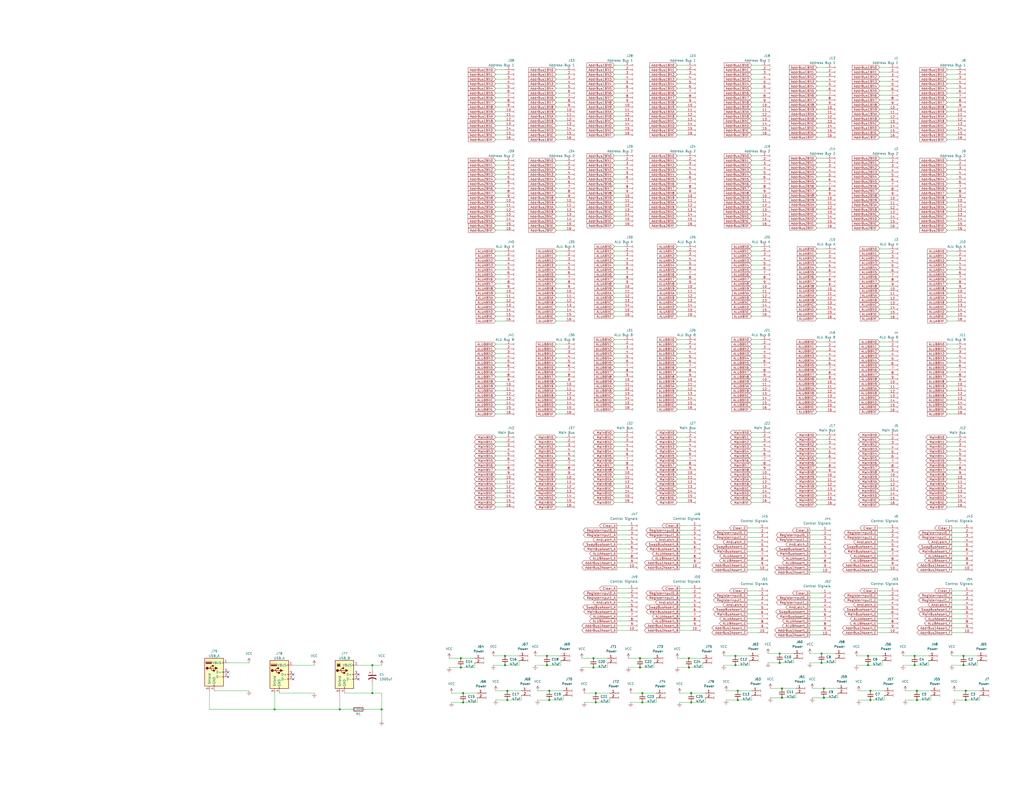
<source format=kicad_sch>
(kicad_sch (version 20230121) (generator eeschema)
  (paper "C")
  (title_block (title "<pcb-module>") (date "2022-10-29") (rev "1.0") (company "16-Bit Computer From Scratch") (comment 1 "Adam Clark (@eryjus)"))
  (junction (at 208.28 387.35))
  (junction (at 185.42 387.35))
  (junction (at 401.32 363.22))
  (junction (at 349.25 364.49))
  (junction (at 527.05 377.19))
  (junction (at 402.59 382.27))
  (junction (at 323.85 359.41))
  (junction (at 499.11 363.22))
  (junction (at 449.58 381))
  (junction (at 377.19 383.54))
  (junction (at 325.12 383.54))
  (junction (at 350.52 383.54))
  (junction (at 499.11 358.14))
  (junction (at 473.71 358.14))
  (junction (at 325.12 378.46))
  (junction (at 525.78 363.22))
  (junction (at 449.58 375.92))
  (junction (at 203.2 378.46))
  (junction (at 252.73 383.54))
  (junction (at 298.45 363.22))
  (junction (at 474.98 382.27))
  (junction (at 425.45 361.95))
  (junction (at 426.72 381))
  (junction (at 251.46 364.49))
  (junction (at 448.31 361.95))
  (junction (at 275.59 363.22))
  (junction (at 275.59 358.14))
  (junction (at 323.85 364.49))
  (junction (at 525.78 358.14))
  (junction (at 276.86 377.19))
  (junction (at 402.59 377.19))
  (junction (at 448.31 356.87))
  (junction (at 298.45 358.14))
  (junction (at 251.46 359.41))
  (junction (at 299.72 382.27))
  (junction (at 375.92 364.49))
  (junction (at 474.98 377.19))
  (junction (at 473.71 363.22))
  (junction (at 500.38 377.19))
  (junction (at 276.86 382.27))
  (junction (at 401.32 358.14))
  (junction (at 377.19 378.46))
  (junction (at 527.05 382.27))
  (junction (at 375.92 359.41))
  (junction (at 203.2 363.22))
  (junction (at 349.25 359.41))
  (junction (at 299.72 377.19))
  (junction (at 426.72 375.92))
  (junction (at 500.38 382.27))
  (junction (at 425.45 356.87))
  (junction (at 350.52 378.46))
  (junction (at 149.86 387.35))
  (junction (at 252.73 378.46))
  (no_connect (at 195.58 368.3))
  (no_connect (at 124.46 367.03))
  (no_connect (at 124.46 369.57))
  (no_connect (at 160.02 368.3))
  (no_connect (at 160.02 370.84))
  (no_connect (at 195.58 370.84))
  (wire (pts (xy 516.89 144.78) (xy 521.97 144.78)))
  (wire (pts (xy 303.53 264.16) (xy 308.61 264.16)))
  (wire (pts (xy 303.53 266.7) (xy 308.61 266.7)))
  (wire (pts (xy 303.53 269.24) (xy 308.61 269.24)))
  (wire (pts (xy 306.07 360.68) (xy 306.07 363.22)))
  (wire (pts (xy 303.53 45.72) (xy 308.61 45.72)))
  (wire (pts (xy 369.57 90.17) (xy 374.65 90.17)))
  (wire (pts (xy 533.4 360.68) (xy 533.4 363.22)))
  (wire (pts (xy 270.51 68.58) (xy 275.59 68.58)))
  (wire (pts (xy 195.58 363.22) (xy 203.2 363.22)))
  (wire (pts (xy 246.38 383.54) (xy 252.73 383.54)))
  (wire (pts (xy 303.53 210.82) (xy 308.61 210.82)))
  (wire (pts (xy 369.57 50.8) (xy 374.65 50.8)))
  (wire (pts (xy 410.21 35.56) (xy 415.29 35.56)))
  (wire (pts (xy 270.51 198.12) (xy 275.59 198.12)))
  (wire (pts (xy 303.53 63.5) (xy 308.61 63.5)))
  (wire (pts (xy 370.84 328.93) (xy 377.19 328.93)))
  (wire (pts (xy 270.51 113.03) (xy 275.59 113.03)))
  (wire (pts (xy 369.57 137.16) (xy 374.65 137.16)))
  (wire (pts (xy 441.96 344.17) (xy 448.31 344.17)))
  (wire (pts (xy 369.57 261.62) (xy 374.65 261.62)))
  (wire (pts (xy 369.57 198.12) (xy 374.65 198.12)))
  (wire (pts (xy 441.96 312.42) (xy 448.31 312.42)))
  (wire (pts (xy 303.53 246.38) (xy 308.61 246.38)))
  (wire (pts (xy 480.06 219.71) (xy 485.14 219.71)))
  (wire (pts (xy 410.21 254) (xy 415.29 254)))
  (wire (pts (xy 480.06 52.07) (xy 485.14 52.07)))
  (wire (pts (xy 516.89 97.79) (xy 521.97 97.79)))
  (wire (pts (xy 203.2 363.22) (xy 208.28 363.22)))
  (wire (pts (xy 303.53 172.72) (xy 308.61 172.72)))
  (wire (pts (xy 370.84 307.34) (xy 377.19 307.34)))
  (wire (pts (xy 344.17 383.54) (xy 350.52 383.54)))
  (wire (pts (xy 480.06 267.97) (xy 485.14 267.97)))
  (wire (pts (xy 335.28 200.66) (xy 340.36 200.66)))
  (wire (pts (xy 303.53 254) (xy 308.61 254)))
  (wire (pts (xy 369.57 170.18) (xy 374.65 170.18)))
  (wire (pts (xy 519.43 363.22) (xy 525.78 363.22)))
  (wire (pts (xy 370.84 289.56) (xy 377.19 289.56)))
  (wire (pts (xy 441.96 304.8) (xy 448.31 304.8)))
  (wire (pts (xy 410.21 87.63) (xy 415.29 87.63)))
  (wire (pts (xy 407.67 327.66) (xy 414.02 327.66)))
  (wire (pts (xy 335.28 137.16) (xy 340.36 137.16)))
  (wire (pts (xy 410.21 193.04) (xy 415.29 193.04)))
  (wire (pts (xy 303.53 105.41) (xy 308.61 105.41)))
  (wire (pts (xy 407.67 337.82) (xy 414.02 337.82)))
  (wire (pts (xy 445.77 240.03) (xy 450.85 240.03)))
  (wire (pts (xy 516.89 175.26) (xy 521.97 175.26)))
  (wire (pts (xy 369.57 110.49) (xy 374.65 110.49)))
  (wire (pts (xy 270.51 208.28) (xy 275.59 208.28)))
  (wire (pts (xy 516.89 170.18) (xy 521.97 170.18)))
  (wire (pts (xy 445.77 242.57) (xy 450.85 242.57)))
  (wire (pts (xy 516.89 125.73) (xy 521.97 125.73)))
  (wire (pts (xy 270.51 261.62) (xy 275.59 261.62)))
  (wire (pts (xy 270.51 95.25) (xy 275.59 95.25)))
  (wire (pts (xy 516.89 63.5) (xy 521.97 63.5)))
  (wire (pts (xy 270.51 241.3) (xy 275.59 241.3)))
  (wire (pts (xy 445.77 189.23) (xy 450.85 189.23)))
  (wire (pts (xy 516.89 123.19) (xy 521.97 123.19)))
  (wire (pts (xy 335.28 43.18) (xy 340.36 43.18)))
  (wire (pts (xy 445.77 163.83) (xy 450.85 163.83)))
  (wire (pts (xy 335.28 66.04) (xy 340.36 66.04)))
  (wire (pts (xy 335.28 100.33) (xy 340.36 100.33)))
  (wire (pts (xy 270.51 269.24) (xy 275.59 269.24)))
  (wire (pts (xy 480.06 191.77) (xy 485.14 191.77)))
  (wire (pts (xy 480.06 237.49) (xy 485.14 237.49)))
  (wire (pts (xy 516.89 251.46) (xy 521.97 251.46)))
  (wire (pts (xy 516.89 274.32) (xy 521.97 274.32)))
  (wire (pts (xy 284.48 379.73) (xy 284.48 382.27)))
  (wire (pts (xy 441.96 356.87) (xy 448.31 356.87)))
  (wire (pts (xy 478.79 298.45) (xy 485.14 298.45)))
  (wire (pts (xy 336.55 302.26) (xy 342.9 302.26)))
  (wire (pts (xy 335.28 170.18) (xy 340.36 170.18)))
  (wire (pts (xy 478.79 322.58) (xy 485.14 322.58)))
  (wire (pts (xy 480.06 161.29) (xy 485.14 161.29)))
  (wire (pts (xy 516.89 238.76) (xy 521.97 238.76)))
  (wire (pts (xy 519.43 298.45) (xy 525.78 298.45)))
  (wire (pts (xy 336.55 307.34) (xy 342.9 307.34)))
  (wire (pts (xy 441.96 341.63) (xy 448.31 341.63)))
  (wire (pts (xy 252.73 383.54) (xy 260.35 383.54)))
  (wire (pts (xy 478.79 337.82) (xy 485.14 337.82)))
  (wire (pts (xy 480.06 39.37) (xy 485.14 39.37)))
  (wire (pts (xy 410.21 269.24) (xy 415.29 269.24)))
  (wire (pts (xy 516.89 254) (xy 521.97 254)))
  (wire (pts (xy 478.79 290.83) (xy 485.14 290.83)))
  (wire (pts (xy 303.53 73.66) (xy 308.61 73.66)))
  (wire (pts (xy 445.77 44.45) (xy 450.85 44.45)))
  (wire (pts (xy 303.53 223.52) (xy 308.61 223.52)))
  (wire (pts (xy 335.28 152.4) (xy 340.36 152.4)))
  (wire (pts (xy 245.11 364.49) (xy 251.46 364.49)))
  (wire (pts (xy 519.43 311.15) (xy 525.78 311.15)))
  (wire (pts (xy 480.06 222.25) (xy 485.14 222.25)))
  (wire (pts (xy 480.06 59.69) (xy 485.14 59.69)))
  (wire (pts (xy 303.53 157.48) (xy 308.61 157.48)))
  (wire (pts (xy 303.53 152.4) (xy 308.61 152.4)))
  (wire (pts (xy 478.79 303.53) (xy 485.14 303.53)))
  (wire (pts (xy 335.28 246.38) (xy 340.36 246.38)))
  (wire (pts (xy 270.51 48.26) (xy 275.59 48.26)))
  (wire (pts (xy 516.89 60.96) (xy 521.97 60.96)))
  (wire (pts (xy 525.78 363.22) (xy 533.4 363.22)))
  (wire (pts (xy 445.77 135.89) (xy 450.85 135.89)))
  (wire (pts (xy 520.7 382.27) (xy 527.05 382.27)))
  (wire (pts (xy 480.06 186.69) (xy 485.14 186.69)))
  (wire (pts (xy 369.57 134.62) (xy 374.65 134.62)))
  (wire (pts (xy 303.53 113.03) (xy 308.61 113.03)))
  (wire (pts (xy 303.53 187.96) (xy 308.61 187.96)))
  (wire (pts (xy 323.85 364.49) (xy 331.47 364.49)))
  (wire (pts (xy 516.89 256.54) (xy 521.97 256.54)))
  (wire (pts (xy 270.51 63.5) (xy 275.59 63.5)))
  (wire (pts (xy 480.06 224.79) (xy 485.14 224.79)))
  (wire (pts (xy 369.57 271.78) (xy 374.65 271.78)))
  (wire (pts (xy 519.43 358.14) (xy 525.78 358.14)))
  (wire (pts (xy 516.89 58.42) (xy 521.97 58.42)))
  (wire (pts (xy 468.63 377.19) (xy 474.98 377.19)))
  (wire (pts (xy 335.28 92.71) (xy 340.36 92.71)))
  (wire (pts (xy 410.21 123.19) (xy 415.29 123.19)))
  (wire (pts (xy 270.51 144.78) (xy 275.59 144.78)))
  (wire (pts (xy 445.77 116.84) (xy 450.85 116.84)))
  (wire (pts (xy 520.7 377.19) (xy 527.05 377.19)))
  (wire (pts (xy 480.06 255.27) (xy 485.14 255.27)))
  (wire (pts (xy 499.11 358.14) (xy 506.73 358.14)))
  (wire (pts (xy 410.21 90.17) (xy 415.29 90.17)))
  (wire (pts (xy 369.57 167.64) (xy 374.65 167.64)))
  (wire (pts (xy 335.28 73.66) (xy 340.36 73.66)))
  (wire (pts (xy 407.67 290.83) (xy 414.02 290.83)))
  (wire (pts (xy 369.57 142.24) (xy 374.65 142.24)))
  (wire (pts (xy 335.28 274.32) (xy 340.36 274.32)))
  (wire (pts (xy 445.77 88.9) (xy 450.85 88.9)))
  (wire (pts (xy 307.34 379.73) (xy 307.34 382.27)))
  (wire (pts (xy 468.63 382.27) (xy 474.98 382.27)))
  (wire (pts (xy 410.21 63.5) (xy 415.29 63.5)))
  (wire (pts (xy 410.21 38.1) (xy 415.29 38.1)))
  (wire (pts (xy 303.53 261.62) (xy 308.61 261.62)))
  (wire (pts (xy 369.57 187.96) (xy 374.65 187.96)))
  (wire (pts (xy 335.28 269.24) (xy 340.36 269.24)))
  (wire (pts (xy 270.51 205.74) (xy 275.59 205.74)))
  (wire (pts (xy 270.51 154.94) (xy 275.59 154.94)))
  (wire (pts (xy 516.89 208.28) (xy 521.97 208.28)))
  (wire (pts (xy 369.57 162.56) (xy 374.65 162.56)))
  (wire (pts (xy 407.67 308.61) (xy 414.02 308.61)))
  (wire (pts (xy 303.53 215.9) (xy 308.61 215.9)))
  (wire (pts (xy 270.51 76.2) (xy 275.59 76.2)))
  (wire (pts (xy 270.51 162.56) (xy 275.59 162.56)))
  (wire (pts (xy 349.25 364.49) (xy 356.87 364.49)))
  (wire (pts (xy 467.36 363.22) (xy 473.71 363.22)))
  (wire (pts (xy 516.89 241.3) (xy 521.97 241.3)))
  (wire (pts (xy 410.21 157.48) (xy 415.29 157.48)))
  (wire (pts (xy 270.51 92.71) (xy 275.59 92.71)))
  (wire (pts (xy 480.06 207.01) (xy 485.14 207.01)))
  (wire (pts (xy 335.28 123.19) (xy 340.36 123.19)))
  (wire (pts (xy 478.79 327.66) (xy 485.14 327.66)))
  (wire (pts (xy 303.53 274.32) (xy 308.61 274.32)))
  (wire (pts (xy 303.53 43.18) (xy 308.61 43.18)))
  (wire (pts (xy 203.2 373.38) (xy 203.2 378.46)))
  (wire (pts (xy 480.06 212.09) (xy 485.14 212.09)))
  (wire (pts (xy 445.77 114.3) (xy 450.85 114.3)))
  (wire (pts (xy 449.58 381) (xy 457.2 381)))
  (wire (pts (xy 516.89 95.25) (xy 521.97 95.25)))
  (wire (pts (xy 349.25 359.41) (xy 356.87 359.41)))
  (wire (pts (xy 335.28 120.65) (xy 340.36 120.65)))
  (wire (pts (xy 401.32 363.22) (xy 408.94 363.22)))
  (wire (pts (xy 478.79 293.37) (xy 485.14 293.37)))
  (wire (pts (xy 336.55 336.55) (xy 342.9 336.55)))
  (wire (pts (xy 270.51 165.1) (xy 275.59 165.1)))
  (wire (pts (xy 335.28 40.64) (xy 340.36 40.64)))
  (wire (pts (xy 407.67 303.53) (xy 414.02 303.53)))
  (wire (pts (xy 270.51 102.87) (xy 275.59 102.87)))
  (wire (pts (xy 445.77 96.52) (xy 450.85 96.52)))
  (wire (pts (xy 335.28 190.5) (xy 340.36 190.5)))
  (wire (pts (xy 445.77 91.44) (xy 450.85 91.44)))
  (wire (pts (xy 516.89 226.06) (xy 521.97 226.06)))
  (wire (pts (xy 445.77 138.43) (xy 450.85 138.43)))
  (wire (pts (xy 369.57 274.32) (xy 374.65 274.32)))
  (wire (pts (xy 516.89 115.57) (xy 521.97 115.57)))
  (wire (pts (xy 445.77 54.61) (xy 450.85 54.61)))
  (wire (pts (xy 410.21 256.54) (xy 415.29 256.54)))
  (wire (pts (xy 185.42 378.46) (xy 185.42 387.35)))
  (wire (pts (xy 335.28 71.12) (xy 340.36 71.12)))
  (wire (pts (xy 410.21 198.12) (xy 415.29 198.12)))
  (wire (pts (xy 516.89 38.1) (xy 521.97 38.1)))
  (wire (pts (xy 441.96 294.64) (xy 448.31 294.64)))
  (wire (pts (xy 516.89 120.65) (xy 521.97 120.65)))
  (wire (pts (xy 317.5 359.41) (xy 323.85 359.41)))
  (wire (pts (xy 335.28 264.16) (xy 340.36 264.16)))
  (wire (pts (xy 449.58 375.92) (xy 457.2 375.92)))
  (wire (pts (xy 270.51 210.82) (xy 275.59 210.82)))
  (wire (pts (xy 370.84 341.63) (xy 377.19 341.63)))
  (wire (pts (xy 303.53 154.94) (xy 308.61 154.94)))
  (wire (pts (xy 299.72 382.27) (xy 307.34 382.27)))
  (wire (pts (xy 407.67 322.58) (xy 414.02 322.58)))
  (wire (pts (xy 519.43 337.82) (xy 525.78 337.82)))
  (wire (pts (xy 293.37 382.27) (xy 299.72 382.27)))
  (wire (pts (xy 369.57 85.09) (xy 374.65 85.09)))
  (wire (pts (xy 425.45 361.95) (xy 433.07 361.95)))
  (wire (pts (xy 335.28 187.96) (xy 340.36 187.96)))
  (wire (pts (xy 369.57 243.84) (xy 374.65 243.84)))
  (wire (pts (xy 445.77 121.92) (xy 450.85 121.92)))
  (wire (pts (xy 480.06 257.81) (xy 485.14 257.81)))
  (wire (pts (xy 335.28 195.58) (xy 340.36 195.58)))
  (wire (pts (xy 445.77 99.06) (xy 450.85 99.06)))
  (wire (pts (xy 410.21 107.95) (xy 415.29 107.95)))
  (wire (pts (xy 445.77 143.51) (xy 450.85 143.51)))
  (wire (pts (xy 383.54 361.95) (xy 383.54 364.49)))
  (wire (pts (xy 303.53 120.65) (xy 308.61 120.65)))
  (wire (pts (xy 335.28 220.98) (xy 340.36 220.98)))
  (wire (pts (xy 519.43 345.44) (xy 525.78 345.44)))
  (wire (pts (xy 394.97 363.22) (xy 401.32 363.22)))
  (wire (pts (xy 516.89 264.16) (xy 521.97 264.16)))
  (wire (pts (xy 369.57 193.04) (xy 374.65 193.04)))
  (wire (pts (xy 270.51 149.86) (xy 275.59 149.86)))
  (wire (pts (xy 370.84 297.18) (xy 377.19 297.18)))
  (wire (pts (xy 516.89 160.02) (xy 521.97 160.02)))
  (wire (pts (xy 269.24 358.14) (xy 275.59 358.14)))
  (wire (pts (xy 426.72 381) (xy 434.34 381)))
  (wire (pts (xy 335.28 259.08) (xy 340.36 259.08)))
  (wire (pts (xy 410.21 97.79) (xy 415.29 97.79)))
  (wire (pts (xy 410.21 264.16) (xy 415.29 264.16)))
  (wire (pts (xy 335.28 154.94) (xy 340.36 154.94)))
  (wire (pts (xy 480.06 124.46) (xy 485.14 124.46)))
  (wire (pts (xy 369.57 241.3) (xy 374.65 241.3)))
  (wire (pts (xy 410.21 137.16) (xy 415.29 137.16)))
  (wire (pts (xy 480.06 242.57) (xy 485.14 242.57)))
  (wire (pts (xy 303.53 68.58) (xy 308.61 68.58)))
  (wire (pts (xy 516.89 269.24) (xy 521.97 269.24)))
  (wire (pts (xy 445.77 219.71) (xy 450.85 219.71)))
  (wire (pts (xy 335.28 60.96) (xy 340.36 60.96)))
  (wire (pts (xy 369.57 107.95) (xy 374.65 107.95)))
  (wire (pts (xy 270.51 110.49) (xy 275.59 110.49)))
  (wire (pts (xy 492.76 358.14) (xy 499.11 358.14)))
  (wire (pts (xy 350.52 383.54) (xy 358.14 383.54)))
  (wire (pts (xy 410.21 238.76) (xy 415.29 238.76)))
  (wire (pts (xy 270.51 73.66) (xy 275.59 73.66)))
  (wire (pts (xy 303.53 100.33) (xy 308.61 100.33)))
  (wire (pts (xy 443.23 375.92) (xy 449.58 375.92)))
  (wire (pts (xy 270.51 115.57) (xy 275.59 115.57)))
  (wire (pts (xy 293.37 377.19) (xy 299.72 377.19)))
  (wire (pts (xy 369.57 95.25) (xy 374.65 95.25)))
  (wire (pts (xy 270.51 105.41) (xy 275.59 105.41)))
  (wire (pts (xy 270.51 187.96) (xy 275.59 187.96)))
  (wire (pts (xy 478.79 300.99) (xy 485.14 300.99)))
  (wire (pts (xy 270.51 254) (xy 275.59 254)))
  (wire (pts (xy 402.59 377.19) (xy 410.21 377.19)))
  (wire (pts (xy 369.57 238.76) (xy 374.65 238.76)))
  (wire (pts (xy 445.77 106.68) (xy 450.85 106.68)))
  (wire (pts (xy 516.89 190.5) (xy 521.97 190.5)))
  (wire (pts (xy 407.67 298.45) (xy 414.02 298.45)))
  (wire (pts (xy 480.06 101.6) (xy 485.14 101.6)))
  (wire (pts (xy 292.1 358.14) (xy 298.45 358.14)))
  (wire (pts (xy 303.53 220.98) (xy 308.61 220.98)))
  (wire (pts (xy 480.06 163.83) (xy 485.14 163.83)))
  (wire (pts (xy 441.96 334.01) (xy 448.31 334.01)))
  (wire (pts (xy 410.21 208.28) (xy 415.29 208.28)))
  (wire (pts (xy 336.55 287.02) (xy 342.9 287.02)))
  (wire (pts (xy 303.53 48.26) (xy 308.61 48.26)))
  (wire (pts (xy 335.28 58.42) (xy 340.36 58.42)))
  (wire (pts (xy 369.57 92.71) (xy 374.65 92.71)))
  (wire (pts (xy 270.51 238.76) (xy 275.59 238.76)))
  (wire (pts (xy 370.84 326.39) (xy 377.19 326.39)))
  (wire (pts (xy 203.2 378.46) (xy 208.28 378.46)))
  (wire (pts (xy 410.21 379.73) (xy 410.21 382.27)))
  (wire (pts (xy 519.43 300.99) (xy 525.78 300.99)))
  (wire (pts (xy 441.96 297.18) (xy 448.31 297.18)))
  (wire (pts (xy 335.28 213.36) (xy 340.36 213.36)))
  (wire (pts (xy 480.06 119.38) (xy 485.14 119.38)))
  (wire (pts (xy 335.28 50.8) (xy 340.36 50.8)))
  (wire (pts (xy 410.21 210.82) (xy 415.29 210.82)))
  (wire (pts (xy 478.79 332.74) (xy 485.14 332.74)))
  (wire (pts (xy 419.1 361.95) (xy 425.45 361.95)))
  (wire (pts (xy 480.06 146.05) (xy 485.14 146.05)))
  (wire (pts (xy 480.06 194.31) (xy 485.14 194.31)))
  (wire (pts (xy 445.77 214.63) (xy 450.85 214.63)))
  (wire (pts (xy 270.51 50.8) (xy 275.59 50.8)))
  (wire (pts (xy 527.05 382.27) (xy 534.67 382.27)))
  (wire (pts (xy 410.21 50.8) (xy 415.29 50.8)))
  (wire (pts (xy 480.06 214.63) (xy 485.14 214.63)))
  (wire (pts (xy 336.55 339.09) (xy 342.9 339.09)))
  (wire (pts (xy 410.21 185.42) (xy 415.29 185.42)))
  (wire (pts (xy 407.67 288.29) (xy 414.02 288.29)))
  (wire (pts (xy 208.28 387.35) (xy 208.28 393.7)))
  (wire (pts (xy 410.21 73.66) (xy 415.29 73.66)))
  (wire (pts (xy 480.06 106.68) (xy 485.14 106.68)))
  (wire (pts (xy 445.77 111.76) (xy 450.85 111.76)))
  (wire (pts (xy 303.53 271.78) (xy 308.61 271.78)))
  (wire (pts (xy 445.77 156.21) (xy 450.85 156.21)))
  (wire (pts (xy 480.06 189.23) (xy 485.14 189.23)))
  (wire (pts (xy 370.84 294.64) (xy 377.19 294.64)))
  (wire (pts (xy 270.51 172.72) (xy 275.59 172.72)))
  (wire (pts (xy 369.57 73.66) (xy 374.65 73.66)))
  (wire (pts (xy 369.57 246.38) (xy 374.65 246.38)))
  (wire (pts (xy 303.53 38.1) (xy 308.61 38.1)))
  (wire (pts (xy 480.06 72.39) (xy 485.14 72.39)))
  (wire (pts (xy 480.06 91.44) (xy 485.14 91.44)))
  (wire (pts (xy 410.21 274.32) (xy 415.29 274.32)))
  (wire (pts (xy 335.28 110.49) (xy 340.36 110.49)))
  (wire (pts (xy 482.6 379.73) (xy 482.6 382.27)))
  (wire (pts (xy 445.77 59.69) (xy 450.85 59.69)))
  (wire (pts (xy 160.02 363.22) (xy 171.45 363.22)))
  (wire (pts (xy 303.53 165.1) (xy 308.61 165.1)))
  (wire (pts (xy 410.21 223.52) (xy 415.29 223.52)))
  (wire (pts (xy 516.89 71.12) (xy 521.97 71.12)))
  (wire (pts (xy 516.89 107.95) (xy 521.97 107.95)))
  (wire (pts (xy 516.89 142.24) (xy 521.97 142.24)))
  (wire (pts (xy 410.21 213.36) (xy 415.29 213.36)))
  (wire (pts (xy 303.53 92.71) (xy 308.61 92.71)))
  (wire (pts (xy 270.51 274.32) (xy 275.59 274.32)))
  (wire (pts (xy 408.94 360.68) (xy 408.94 363.22)))
  (wire (pts (xy 410.21 167.64) (xy 415.29 167.64)))
  (wire (pts (xy 433.07 359.41) (xy 433.07 361.95)))
  (wire (pts (xy 335.28 55.88) (xy 340.36 55.88)))
  (wire (pts (xy 480.06 260.35) (xy 485.14 260.35)))
  (wire (pts (xy 494.03 377.19) (xy 500.38 377.19)))
  (wire (pts (xy 303.53 162.56) (xy 308.61 162.56)))
  (wire (pts (xy 480.06 109.22) (xy 485.14 109.22)))
  (wire (pts (xy 519.43 335.28) (xy 525.78 335.28)))
  (wire (pts (xy 480.06 252.73) (xy 485.14 252.73)))
  (wire (pts (xy 445.77 101.6) (xy 450.85 101.6)))
  (wire (pts (xy 369.57 40.64) (xy 374.65 40.64)))
  (wire (pts (xy 303.53 213.36) (xy 308.61 213.36)))
  (wire (pts (xy 445.77 124.46) (xy 450.85 124.46)))
  (wire (pts (xy 480.06 96.52) (xy 485.14 96.52)))
  (wire (pts (xy 299.72 377.19) (xy 307.34 377.19)))
  (wire (pts (xy 410.21 162.56) (xy 415.29 162.56)))
  (wire (pts (xy 500.38 382.27) (xy 508 382.27)))
  (wire (pts (xy 270.51 160.02) (xy 275.59 160.02)))
  (wire (pts (xy 506.73 360.68) (xy 506.73 363.22)))
  (wire (pts (xy 441.96 331.47) (xy 448.31 331.47)))
  (wire (pts (xy 410.21 203.2) (xy 415.29 203.2)))
  (wire (pts (xy 516.89 167.64) (xy 521.97 167.64)))
  (wire (pts (xy 370.84 304.8) (xy 377.19 304.8)))
  (wire (pts (xy 516.89 90.17) (xy 521.97 90.17)))
  (wire (pts (xy 270.51 55.88) (xy 275.59 55.88)))
  (wire (pts (xy 270.51 40.64) (xy 275.59 40.64)))
  (wire (pts (xy 203.2 363.22) (xy 203.2 365.76)))
  (wire (pts (xy 516.89 193.04) (xy 521.97 193.04)))
  (wire (pts (xy 410.21 45.72) (xy 415.29 45.72)))
  (wire (pts (xy 270.51 167.64) (xy 275.59 167.64)))
  (wire (pts (xy 335.28 266.7) (xy 340.36 266.7)))
  (wire (pts (xy 441.96 361.95) (xy 448.31 361.95)))
  (wire (pts (xy 410.21 142.24) (xy 415.29 142.24)))
  (wire (pts (xy 410.21 110.49) (xy 415.29 110.49)))
  (wire (pts (xy 303.53 125.73) (xy 308.61 125.73)))
  (wire (pts (xy 519.43 290.83) (xy 525.78 290.83)))
  (wire (pts (xy 369.57 210.82) (xy 374.65 210.82)))
  (wire (pts (xy 335.28 248.92) (xy 340.36 248.92)))
  (wire (pts (xy 516.89 100.33) (xy 521.97 100.33)))
  (wire (pts (xy 303.53 193.04) (xy 308.61 193.04)))
  (wire (pts (xy 336.55 289.56) (xy 342.9 289.56)))
  (wire (pts (xy 407.67 325.12) (xy 414.02 325.12)))
  (wire (pts (xy 410.21 246.38) (xy 415.29 246.38)))
  (wire (pts (xy 445.77 265.43) (xy 450.85 265.43)))
  (wire (pts (xy 369.57 123.19) (xy 374.65 123.19)))
  (wire (pts (xy 369.57 139.7) (xy 374.65 139.7)))
  (wire (pts (xy 303.53 238.76) (xy 308.61 238.76)))
  (wire (pts (xy 480.06 138.43) (xy 485.14 138.43)))
  (wire (pts (xy 480.06 62.23) (xy 485.14 62.23)))
  (wire (pts (xy 445.77 153.67) (xy 450.85 153.67)))
  (wire (pts (xy 303.53 190.5) (xy 308.61 190.5)))
  (wire (pts (xy 441.96 302.26) (xy 448.31 302.26)))
  (wire (pts (xy 445.77 171.45) (xy 450.85 171.45)))
  (wire (pts (xy 270.51 200.66) (xy 275.59 200.66)))
  (wire (pts (xy 441.96 299.72) (xy 448.31 299.72)))
  (wire (pts (xy 270.51 97.79) (xy 275.59 97.79)))
  (wire (pts (xy 445.77 52.07) (xy 450.85 52.07)))
  (wire (pts (xy 335.28 48.26) (xy 340.36 48.26)))
  (wire (pts (xy 407.67 330.2) (xy 414.02 330.2)))
  (wire (pts (xy 478.79 311.15) (xy 485.14 311.15)))
  (wire (pts (xy 410.21 241.3) (xy 415.29 241.3)))
  (wire (pts (xy 516.89 172.72) (xy 521.97 172.72)))
  (wire (pts (xy 445.77 207.01) (xy 450.85 207.01)))
  (wire (pts (xy 445.77 140.97) (xy 450.85 140.97)))
  (wire (pts (xy 478.79 345.44) (xy 485.14 345.44)))
  (wire (pts (xy 335.28 63.5) (xy 340.36 63.5)))
  (wire (pts (xy 480.06 171.45) (xy 485.14 171.45)))
  (wire (pts (xy 369.57 264.16) (xy 374.65 264.16)))
  (wire (pts (xy 407.67 293.37) (xy 414.02 293.37)))
  (wire (pts (xy 335.28 90.17) (xy 340.36 90.17)))
  (wire (pts (xy 480.06 199.39) (xy 485.14 199.39)))
  (wire (pts (xy 270.51 87.63) (xy 275.59 87.63)))
  (wire (pts (xy 445.77 257.81) (xy 450.85 257.81)))
  (wire (pts (xy 410.21 200.66) (xy 415.29 200.66)))
  (wire (pts (xy 335.28 218.44) (xy 340.36 218.44)))
  (wire (pts (xy 445.77 36.83) (xy 450.85 36.83)))
  (wire (pts (xy 410.21 251.46) (xy 415.29 251.46)))
  (wire (pts (xy 410.21 58.42) (xy 415.29 58.42)))
  (wire (pts (xy 369.57 43.18) (xy 374.65 43.18)))
  (wire (pts (xy 369.57 251.46) (xy 374.65 251.46)))
  (wire (pts (xy 370.84 323.85) (xy 377.19 323.85)))
  (wire (pts (xy 480.06 158.75) (xy 485.14 158.75)))
  (wire (pts (xy 369.57 113.03) (xy 374.65 113.03)))
  (wire (pts (xy 407.67 342.9) (xy 414.02 342.9)))
  (wire (pts (xy 445.77 270.51) (xy 450.85 270.51)))
  (wire (pts (xy 480.06 67.31) (xy 485.14 67.31)))
  (wire (pts (xy 370.84 339.09) (xy 377.19 339.09)))
  (wire (pts (xy 336.55 299.72) (xy 342.9 299.72)))
  (wire (pts (xy 516.89 147.32) (xy 521.97 147.32)))
  (wire (pts (xy 260.35 381) (xy 260.35 383.54)))
  (wire (pts (xy 516.89 92.71) (xy 521.97 92.71)))
  (wire (pts (xy 407.67 300.99) (xy 414.02 300.99)))
  (wire (pts (xy 445.77 72.39) (xy 450.85 72.39)))
  (wire (pts (xy 369.57 256.54) (xy 374.65 256.54)))
  (wire (pts (xy 336.55 292.1) (xy 342.9 292.1)))
  (wire (pts (xy 377.19 378.46) (xy 384.81 378.46)))
  (wire (pts (xy 335.28 162.56) (xy 340.36 162.56)))
  (wire (pts (xy 478.79 330.2) (xy 485.14 330.2)))
  (wire (pts (xy 344.17 378.46) (xy 350.52 378.46)))
  (wire (pts (xy 441.96 309.88) (xy 448.31 309.88)))
  (wire (pts (xy 369.57 48.26) (xy 374.65 48.26)))
  (wire (pts (xy 187.96 378.46) (xy 203.2 378.46)))
  (wire (pts (xy 445.77 119.38) (xy 450.85 119.38)))
  (wire (pts (xy 410.21 248.92) (xy 415.29 248.92)))
  (wire (pts (xy 332.74 381) (xy 332.74 383.54)))
  (wire (pts (xy 303.53 200.66) (xy 308.61 200.66)))
  (wire (pts (xy 303.53 90.17) (xy 308.61 90.17)))
  (wire (pts (xy 251.46 364.49) (xy 259.08 364.49)))
  (wire (pts (xy 410.21 95.25) (xy 415.29 95.25)))
  (wire (pts (xy 407.67 335.28) (xy 414.02 335.28)))
  (wire (pts (xy 325.12 383.54) (xy 332.74 383.54)))
  (wire (pts (xy 270.51 256.54) (xy 275.59 256.54)))
  (wire (pts (xy 516.89 113.03) (xy 521.97 113.03)))
  (wire (pts (xy 445.77 161.29) (xy 450.85 161.29)))
  (wire (pts (xy 410.21 147.32) (xy 415.29 147.32)))
  (wire (pts (xy 370.84 334.01) (xy 377.19 334.01)))
  (wire (pts (xy 445.77 67.31) (xy 450.85 67.31)))
  (wire (pts (xy 283.21 360.68) (xy 283.21 363.22)))
  (wire (pts (xy 270.51 43.18) (xy 275.59 43.18)))
  (wire (pts (xy 410.21 40.64) (xy 415.29 40.64)))
  (wire (pts (xy 303.53 139.7) (xy 308.61 139.7)))
  (wire (pts (xy 303.53 208.28) (xy 308.61 208.28)))
  (wire (pts (xy 369.57 254) (xy 374.65 254)))
  (wire (pts (xy 116.84 377.19) (xy 135.89 377.19)))
  (wire (pts (xy 480.06 240.03) (xy 485.14 240.03)))
  (wire (pts (xy 325.12 378.46) (xy 332.74 378.46)))
  (wire (pts (xy 275.59 358.14) (xy 283.21 358.14)))
  (wire (pts (xy 480.06 93.98) (xy 485.14 93.98)))
  (wire (pts (xy 185.42 387.35) (xy 191.77 387.35)))
  (wire (pts (xy 270.51 259.08) (xy 275.59 259.08)))
  (wire (pts (xy 519.43 332.74) (xy 525.78 332.74)))
  (wire (pts (xy 369.57 102.87) (xy 374.65 102.87)))
  (wire (pts (xy 499.11 363.22) (xy 506.73 363.22)))
  (wire (pts (xy 336.55 304.8) (xy 342.9 304.8)))
  (wire (pts (xy 516.89 102.87) (xy 521.97 102.87)))
  (wire (pts (xy 270.51 243.84) (xy 275.59 243.84)))
  (wire (pts (xy 441.96 339.09) (xy 448.31 339.09)))
  (wire (pts (xy 335.28 203.2) (xy 340.36 203.2)))
  (wire (pts (xy 335.28 144.78) (xy 340.36 144.78)))
  (wire (pts (xy 270.51 120.65) (xy 275.59 120.65)))
  (wire (pts (xy 445.77 69.85) (xy 450.85 69.85)))
  (wire (pts (xy 445.77 46.99) (xy 450.85 46.99)))
  (wire (pts (xy 323.85 359.41) (xy 331.47 359.41)))
  (wire (pts (xy 516.89 266.7) (xy 521.97 266.7)))
  (wire (pts (xy 208.28 378.46) (xy 208.28 387.35)))
  (wire (pts (xy 336.55 297.18) (xy 342.9 297.18)))
  (wire (pts (xy 410.21 149.86) (xy 415.29 149.86)))
  (wire (pts (xy 516.89 68.58) (xy 521.97 68.58)))
  (wire (pts (xy 480.06 250.19) (xy 485.14 250.19)))
  (wire (pts (xy 270.51 137.16) (xy 275.59 137.16)))
  (wire (pts (xy 276.86 382.27) (xy 284.48 382.27)))
  (wire (pts (xy 516.89 118.11) (xy 521.97 118.11)))
  (wire (pts (xy 303.53 195.58) (xy 308.61 195.58)))
  (wire (pts (xy 335.28 102.87) (xy 340.36 102.87)))
  (wire (pts (xy 426.72 375.92) (xy 434.34 375.92)))
  (wire (pts (xy 270.51 271.78) (xy 275.59 271.78)))
  (wire (pts (xy 410.21 218.44) (xy 415.29 218.44)))
  (wire (pts (xy 335.28 160.02) (xy 340.36 160.02)))
  (wire (pts (xy 401.32 358.14) (xy 408.94 358.14)))
  (wire (pts (xy 410.21 220.98) (xy 415.29 220.98)))
  (wire (pts (xy 480.06 151.13) (xy 485.14 151.13)))
  (wire (pts (xy 410.21 113.03) (xy 415.29 113.03)))
  (wire (pts (xy 303.53 71.12) (xy 308.61 71.12)))
  (wire (pts (xy 335.28 38.1) (xy 340.36 38.1)))
  (wire (pts (xy 516.89 165.1) (xy 521.97 165.1)))
  (wire (pts (xy 270.51 157.48) (xy 275.59 157.48)))
  (wire (pts (xy 369.57 120.65) (xy 374.65 120.65)))
  (wire (pts (xy 445.77 201.93) (xy 450.85 201.93)))
  (wire (pts (xy 149.86 387.35) (xy 114.3 387.35)))
  (wire (pts (xy 516.89 110.49) (xy 521.97 110.49)))
  (wire (pts (xy 441.96 326.39) (xy 448.31 326.39)))
  (wire (pts (xy 270.51 71.12) (xy 275.59 71.12)))
  (wire (pts (xy 519.43 295.91) (xy 525.78 295.91)))
  (wire (pts (xy 303.53 66.04) (xy 308.61 66.04)))
  (wire (pts (xy 516.89 105.41) (xy 521.97 105.41)))
  (wire (pts (xy 369.57 115.57) (xy 374.65 115.57)))
  (wire (pts (xy 516.89 246.38) (xy 521.97 246.38)))
  (wire (pts (xy 335.28 149.86) (xy 340.36 149.86)))
  (wire (pts (xy 270.51 226.06) (xy 275.59 226.06)))
  (wire (pts (xy 480.06 156.21) (xy 485.14 156.21)))
  (wire (pts (xy 369.57 144.78) (xy 374.65 144.78)))
  (wire (pts (xy 292.1 363.22) (xy 298.45 363.22)))
  (wire (pts (xy 303.53 175.26) (xy 308.61 175.26)))
  (wire (pts (xy 445.77 86.36) (xy 450.85 86.36)))
  (wire (pts (xy 445.77 74.93) (xy 450.85 74.93)))
  (wire (pts (xy 252.73 378.46) (xy 260.35 378.46)))
  (wire (pts (xy 441.96 328.93) (xy 448.31 328.93)))
  (wire (pts (xy 369.57 172.72) (xy 374.65 172.72)))
  (wire (pts (xy 445.77 57.15) (xy 450.85 57.15)))
  (wire (pts (xy 480.06 270.51) (xy 485.14 270.51)))
  (wire (pts (xy 478.79 340.36) (xy 485.14 340.36)))
  (wire (pts (xy 303.53 218.44) (xy 308.61 218.44)))
  (wire (pts (xy 336.55 331.47) (xy 342.9 331.47)))
  (wire (pts (xy 445.77 209.55) (xy 450.85 209.55)))
  (wire (pts (xy 270.51 45.72) (xy 275.59 45.72)))
  (wire (pts (xy 369.57 118.11) (xy 374.65 118.11)))
  (wire (pts (xy 516.89 152.4) (xy 521.97 152.4)))
  (wire (pts (xy 445.77 255.27) (xy 450.85 255.27)))
  (wire (pts (xy 478.79 325.12) (xy 485.14 325.12)))
  (wire (pts (xy 519.43 322.58) (xy 525.78 322.58)))
  (wire (pts (xy 298.45 358.14) (xy 306.07 358.14)))
  (wire (pts (xy 516.89 218.44) (xy 521.97 218.44)))
  (wire (pts (xy 370.84 331.47) (xy 377.19 331.47)))
  (wire (pts (xy 335.28 97.79) (xy 340.36 97.79)))
  (wire (pts (xy 335.28 208.28) (xy 340.36 208.28)))
  (wire (pts (xy 303.53 142.24) (xy 308.61 142.24)))
  (wire (pts (xy 335.28 205.74) (xy 340.36 205.74)))
  (wire (pts (xy 419.1 356.87) (xy 425.45 356.87)))
  (wire (pts (xy 124.46 361.95) (xy 135.89 361.95)))
  (wire (pts (xy 396.24 382.27) (xy 402.59 382.27)))
  (wire (pts (xy 394.97 358.14) (xy 401.32 358.14)))
  (wire (pts (xy 441.96 292.1) (xy 448.31 292.1)))
  (wire (pts (xy 370.84 287.02) (xy 377.19 287.02)))
  (wire (pts (xy 270.51 142.24) (xy 275.59 142.24)))
  (wire (pts (xy 410.21 205.74) (xy 415.29 205.74)))
  (wire (pts (xy 303.53 226.06) (xy 308.61 226.06)))
  (wire (pts (xy 185.42 387.35) (xy 149.86 387.35)))
  (wire (pts (xy 369.57 63.5) (xy 374.65 63.5)))
  (wire (pts (xy 270.51 251.46) (xy 275.59 251.46)))
  (wire (pts (xy 525.78 358.14) (xy 533.4 358.14)))
  (wire (pts (xy 467.36 358.14) (xy 473.71 358.14)))
  (wire (pts (xy 369.57 149.86) (xy 374.65 149.86)))
  (wire (pts (xy 336.55 341.63) (xy 342.9 341.63)))
  (wire (pts (xy 275.59 363.22) (xy 283.21 363.22)))
  (wire (pts (xy 369.57 152.4) (xy 374.65 152.4)))
  (wire (pts (xy 246.38 378.46) (xy 252.73 378.46)))
  (wire (pts (xy 410.21 172.72) (xy 415.29 172.72)))
  (wire (pts (xy 480.06 209.55) (xy 485.14 209.55)))
  (wire (pts (xy 370.84 309.88) (xy 377.19 309.88)))
  (wire (pts (xy 369.57 87.63) (xy 374.65 87.63)))
  (wire (pts (xy 516.89 198.12) (xy 521.97 198.12)))
  (wire (pts (xy 270.51 125.73) (xy 275.59 125.73)))
  (wire (pts (xy 270.51 382.27) (xy 276.86 382.27)))
  (wire (pts (xy 516.89 210.82) (xy 521.97 210.82)))
  (wire (pts (xy 335.28 241.3) (xy 340.36 241.3)))
  (wire (pts (xy 516.89 195.58) (xy 521.97 195.58)))
  (wire (pts (xy 480.06 196.85) (xy 485.14 196.85)))
  (wire (pts (xy 445.77 41.91) (xy 450.85 41.91)))
  (wire (pts (xy 303.53 205.74) (xy 308.61 205.74)))
  (wire (pts (xy 199.39 387.35) (xy 208.28 387.35)))
  (wire (pts (xy 410.21 266.7) (xy 415.29 266.7)))
  (wire (pts (xy 370.84 344.17) (xy 377.19 344.17)))
  (wire (pts (xy 441.96 323.85) (xy 448.31 323.85)))
  (wire (pts (xy 335.28 134.62) (xy 340.36 134.62)))
  (wire (pts (xy 369.57 100.33) (xy 374.65 100.33)))
  (wire (pts (xy 259.08 361.95) (xy 259.08 364.49)))
  (wire (pts (xy 303.53 115.57) (xy 308.61 115.57)))
  (wire (pts (xy 516.89 215.9) (xy 521.97 215.9)))
  (wire (pts (xy 508 379.73) (xy 508 382.27)))
  (wire (pts (xy 270.51 377.19) (xy 276.86 377.19)))
  (wire (pts (xy 519.43 325.12) (xy 525.78 325.12)))
  (wire (pts (xy 303.53 87.63) (xy 308.61 87.63)))
  (wire (pts (xy 245.11 359.41) (xy 251.46 359.41)))
  (wire (pts (xy 375.92 359.41) (xy 383.54 359.41)))
  (wire (pts (xy 445.77 194.31) (xy 450.85 194.31)))
  (wire (pts (xy 270.51 147.32) (xy 275.59 147.32)))
  (wire (pts (xy 335.28 236.22) (xy 340.36 236.22)))
  (wire (pts (xy 410.21 236.22) (xy 415.29 236.22)))
  (wire (pts (xy 369.57 105.41) (xy 374.65 105.41)))
  (wire (pts (xy 410.21 190.5) (xy 415.29 190.5)))
  (wire (pts (xy 410.21 66.04) (xy 415.29 66.04)))
  (wire (pts (xy 303.53 58.42) (xy 308.61 58.42)))
  (wire (pts (xy 370.84 321.31) (xy 377.19 321.31)))
  (wire (pts (xy 335.28 85.09) (xy 340.36 85.09)))
  (wire (pts (xy 303.53 170.18) (xy 308.61 170.18)))
  (wire (pts (xy 410.21 120.65) (xy 415.29 120.65)))
  (wire (pts (xy 410.21 43.18) (xy 415.29 43.18)))
  (wire (pts (xy 516.89 213.36) (xy 521.97 213.36)))
  (wire (pts (xy 516.89 40.64) (xy 521.97 40.64)))
  (wire (pts (xy 445.77 93.98) (xy 450.85 93.98)))
  (wire (pts (xy 335.28 118.11) (xy 340.36 118.11)))
  (wire (pts (xy 480.06 64.77) (xy 485.14 64.77)))
  (wire (pts (xy 445.77 212.09) (xy 450.85 212.09)))
  (wire (pts (xy 445.77 191.77) (xy 450.85 191.77)))
  (wire (pts (xy 407.67 306.07) (xy 414.02 306.07)))
  (wire (pts (xy 445.77 196.85) (xy 450.85 196.85)))
  (wire (pts (xy 335.28 147.32) (xy 340.36 147.32)))
  (wire (pts (xy 445.77 109.22) (xy 450.85 109.22)))
  (wire (pts (xy 480.06 265.43) (xy 485.14 265.43)))
  (wire (pts (xy 480.06 111.76) (xy 485.14 111.76)))
  (wire (pts (xy 480.06 140.97) (xy 485.14 140.97)))
  (wire (pts (xy 369.57 359.41) (xy 375.92 359.41)))
  (wire (pts (xy 270.51 220.98) (xy 275.59 220.98)))
  (wire (pts (xy 410.21 105.41) (xy 415.29 105.41)))
  (wire (pts (xy 445.77 64.77) (xy 450.85 64.77)))
  (wire (pts (xy 534.67 379.73) (xy 534.67 382.27)))
  (wire (pts (xy 527.05 377.19) (xy 534.67 377.19)))
  (wire (pts (xy 516.89 55.88) (xy 521.97 55.88)))
  (wire (pts (xy 335.28 157.48) (xy 340.36 157.48)))
  (wire (pts (xy 335.28 210.82) (xy 340.36 210.82)))
  (wire (pts (xy 410.21 60.96) (xy 415.29 60.96)))
  (wire (pts (xy 369.57 208.28) (xy 374.65 208.28)))
  (wire (pts (xy 335.28 251.46) (xy 340.36 251.46)))
  (wire (pts (xy 336.55 326.39) (xy 342.9 326.39)))
  (wire (pts (xy 375.92 364.49) (xy 383.54 364.49)))
  (wire (pts (xy 335.28 193.04) (xy 340.36 193.04)))
  (wire (pts (xy 410.21 48.26) (xy 415.29 48.26)))
  (wire (pts (xy 270.51 139.7) (xy 275.59 139.7)))
  (wire (pts (xy 270.51 190.5) (xy 275.59 190.5)))
  (wire (pts (xy 303.53 50.8) (xy 308.61 50.8)))
  (wire (pts (xy 303.53 251.46) (xy 308.61 251.46)))
  (wire (pts (xy 336.55 321.31) (xy 342.9 321.31)))
  (wire (pts (xy 445.77 275.59) (xy 450.85 275.59)))
  (wire (pts (xy 356.87 361.95) (xy 356.87 364.49)))
  (wire (pts (xy 455.93 359.41) (xy 455.93 361.95)))
  (wire (pts (xy 516.89 259.08) (xy 521.97 259.08)))
  (wire (pts (xy 396.24 377.19) (xy 402.59 377.19)))
  (wire (pts (xy 516.89 261.62) (xy 521.97 261.62)))
  (wire (pts (xy 410.21 195.58) (xy 415.29 195.58)))
  (wire (pts (xy 335.28 139.7) (xy 340.36 139.7)))
  (wire (pts (xy 445.77 267.97) (xy 450.85 267.97)))
  (wire (pts (xy 516.89 45.72) (xy 521.97 45.72)))
  (wire (pts (xy 448.31 356.87) (xy 455.93 356.87)))
  (wire (pts (xy 370.84 302.26) (xy 377.19 302.26)))
  (wire (pts (xy 441.96 307.34) (xy 448.31 307.34)))
  (wire (pts (xy 516.89 187.96) (xy 521.97 187.96)))
  (wire (pts (xy 270.51 193.04) (xy 275.59 193.04)))
  (wire (pts (xy 500.38 377.19) (xy 508 377.19)))
  (wire (pts (xy 270.51 218.44) (xy 275.59 218.44)))
  (wire (pts (xy 480.06 168.91) (xy 485.14 168.91)))
  (wire (pts (xy 335.28 243.84) (xy 340.36 243.84)))
  (wire (pts (xy 410.21 187.96) (xy 415.29 187.96)))
  (wire (pts (xy 516.89 162.56) (xy 521.97 162.56)))
  (wire (pts (xy 443.23 381) (xy 449.58 381)))
  (wire (pts (xy 276.86 377.19) (xy 284.48 377.19)))
  (wire (pts (xy 369.57 218.44) (xy 374.65 218.44)))
  (wire (pts (xy 369.57 71.12) (xy 374.65 71.12)))
  (wire (pts (xy 303.53 241.3) (xy 308.61 241.3)))
  (wire (pts (xy 303.53 107.95) (xy 308.61 107.95)))
  (wire (pts (xy 410.21 53.34) (xy 415.29 53.34)))
  (wire (pts (xy 480.06 245.11) (xy 485.14 245.11)))
  (wire (pts (xy 336.55 309.88) (xy 342.9 309.88)))
  (wire (pts (xy 480.06 153.67) (xy 485.14 153.67)))
  (wire (pts (xy 270.51 175.26) (xy 275.59 175.26)))
  (wire (pts (xy 335.28 167.64) (xy 340.36 167.64)))
  (wire (pts (xy 410.21 100.33) (xy 415.29 100.33)))
  (wire (pts (xy 445.77 204.47) (xy 450.85 204.47)))
  (wire (pts (xy 336.55 334.01) (xy 342.9 334.01)))
  (wire (pts (xy 270.51 266.7) (xy 275.59 266.7)))
  (wire (pts (xy 335.28 53.34) (xy 340.36 53.34)))
  (wire (pts (xy 369.57 259.08) (xy 374.65 259.08)))
  (wire (pts (xy 270.51 276.86) (xy 275.59 276.86)))
  (wire (pts (xy 303.53 40.64) (xy 308.61 40.64)))
  (wire (pts (xy 420.37 381) (xy 426.72 381)))
  (wire (pts (xy 370.84 292.1) (xy 377.19 292.1)))
  (wire (pts (xy 516.89 243.84) (xy 521.97 243.84)))
  (wire (pts (xy 407.67 311.15) (xy 414.02 311.15)))
  (wire (pts (xy 335.28 87.63) (xy 340.36 87.63)))
  (wire (pts (xy 303.53 144.78) (xy 308.61 144.78)))
  (wire (pts (xy 410.21 165.1) (xy 415.29 165.1)))
  (wire (pts (xy 492.76 363.22) (xy 499.11 363.22)))
  (wire (pts (xy 303.53 259.08) (xy 308.61 259.08)))
  (wire (pts (xy 369.57 66.04) (xy 374.65 66.04)))
  (wire (pts (xy 369.57 364.49) (xy 375.92 364.49)))
  (wire (pts (xy 410.21 154.94) (xy 415.29 154.94)))
  (wire (pts (xy 350.52 378.46) (xy 358.14 378.46)))
  (wire (pts (xy 516.89 50.8) (xy 521.97 50.8)))
  (wire (pts (xy 445.77 39.37) (xy 450.85 39.37)))
  (wire (pts (xy 480.06 121.92) (xy 485.14 121.92)))
  (wire (pts (xy 335.28 107.95) (xy 340.36 107.95)))
  (wire (pts (xy 369.57 248.92) (xy 374.65 248.92)))
  (wire (pts (xy 369.57 203.2) (xy 374.65 203.2)))
  (wire (pts (xy 303.53 95.25) (xy 308.61 95.25)))
  (wire (pts (xy 445.77 250.19) (xy 450.85 250.19)))
  (wire (pts (xy 480.06 49.53) (xy 485.14 49.53)))
  (wire (pts (xy 410.21 102.87) (xy 415.29 102.87)))
  (wire (pts (xy 516.89 203.2) (xy 521.97 203.2)))
  (wire (pts (xy 335.28 261.62) (xy 340.36 261.62)))
  (wire (pts (xy 335.28 223.52) (xy 340.36 223.52)))
  (wire (pts (xy 270.51 66.04) (xy 275.59 66.04)))
  (wire (pts (xy 335.28 68.58) (xy 340.36 68.58)))
  (wire (pts (xy 270.51 246.38) (xy 275.59 246.38)))
  (wire (pts (xy 303.53 76.2) (xy 308.61 76.2)))
  (wire (pts (xy 336.55 344.17) (xy 342.9 344.17)))
  (wire (pts (xy 516.89 87.63) (xy 521.97 87.63)))
  (wire (pts (xy 335.28 271.78) (xy 340.36 271.78)))
  (wire (pts (xy 480.06 116.84) (xy 485.14 116.84)))
  (wire (pts (xy 516.89 248.92) (xy 521.97 248.92)))
  (wire (pts (xy 516.89 53.34) (xy 521.97 53.34)))
  (wire (pts (xy 369.57 55.88) (xy 374.65 55.88)))
  (wire (pts (xy 270.51 38.1) (xy 275.59 38.1)))
  (wire (pts (xy 480.06 88.9) (xy 485.14 88.9)))
  (wire (pts (xy 335.28 35.56) (xy 340.36 35.56)))
  (wire (pts (xy 519.43 327.66) (xy 525.78 327.66)))
  (wire (pts (xy 369.57 215.9) (xy 374.65 215.9)))
  (wire (pts (xy 270.51 53.34) (xy 275.59 53.34)))
  (wire (pts (xy 377.19 383.54) (xy 384.81 383.54)))
  (wire (pts (xy 407.67 345.44) (xy 414.02 345.44)))
  (wire (pts (xy 441.96 346.71) (xy 448.31 346.71)))
  (wire (pts (xy 303.53 110.49) (xy 308.61 110.49)))
  (wire (pts (xy 420.37 375.92) (xy 426.72 375.92)))
  (wire (pts (xy 516.89 73.66) (xy 521.97 73.66)))
  (wire (pts (xy 516.89 223.52) (xy 521.97 223.52)))
  (wire (pts (xy 270.51 107.95) (xy 275.59 107.95)))
  (wire (pts (xy 270.51 152.4) (xy 275.59 152.4)))
  (wire (pts (xy 445.77 186.69) (xy 450.85 186.69)))
  (wire (pts (xy 270.51 264.16) (xy 275.59 264.16)))
  (wire (pts (xy 335.28 215.9) (xy 340.36 215.9)))
  (wire (pts (xy 480.06 86.36) (xy 485.14 86.36)))
  (wire (pts (xy 369.57 185.42) (xy 374.65 185.42)))
  (wire (pts (xy 445.77 199.39) (xy 450.85 199.39)))
  (wire (pts (xy 303.53 198.12) (xy 308.61 198.12)))
  (wire (pts (xy 445.77 151.13) (xy 450.85 151.13)))
  (wire (pts (xy 480.06 44.45) (xy 485.14 44.45)))
  (wire (pts (xy 303.53 167.64) (xy 308.61 167.64)))
  (wire (pts (xy 370.84 378.46) (xy 377.19 378.46)))
  (wire (pts (xy 480.06 166.37) (xy 485.14 166.37)))
  (wire (pts (xy 270.51 58.42) (xy 275.59 58.42)))
  (wire (pts (xy 335.28 198.12) (xy 340.36 198.12)))
  (wire (pts (xy 270.51 248.92) (xy 275.59 248.92)))
  (wire (pts (xy 152.4 378.46) (xy 171.45 378.46)))
  (wire (pts (xy 369.57 68.58) (xy 374.65 68.58)))
  (wire (pts (xy 369.57 200.66) (xy 374.65 200.66)))
  (wire (pts (xy 335.28 185.42) (xy 340.36 185.42)))
  (wire (pts (xy 384.81 381) (xy 384.81 383.54)))
  (wire (pts (xy 251.46 359.41) (xy 259.08 359.41)))
  (wire (pts (xy 445.77 168.91) (xy 450.85 168.91)))
  (wire (pts (xy 478.79 335.28) (xy 485.14 335.28)))
  (wire (pts (xy 303.53 203.2) (xy 308.61 203.2)))
  (wire (pts (xy 445.77 49.53) (xy 450.85 49.53)))
  (wire (pts (xy 335.28 113.03) (xy 340.36 113.03)))
  (wire (pts (xy 370.84 336.55) (xy 377.19 336.55)))
  (wire (pts (xy 473.71 363.22) (xy 481.33 363.22)))
  (wire (pts (xy 303.53 149.86) (xy 308.61 149.86)))
  (wire (pts (xy 336.55 323.85) (xy 342.9 323.85)))
  (wire (pts (xy 445.77 237.49) (xy 450.85 237.49)))
  (wire (pts (xy 410.21 68.58) (xy 415.29 68.58)))
  (wire (pts (xy 303.53 248.92) (xy 308.61 248.92)))
  (wire (pts (xy 410.21 139.7) (xy 415.29 139.7)))
  (wire (pts (xy 410.21 215.9) (xy 415.29 215.9)))
  (wire (pts (xy 445.77 148.59) (xy 450.85 148.59)))
  (wire (pts (xy 519.43 342.9) (xy 525.78 342.9)))
  (wire (pts (xy 303.53 60.96) (xy 308.61 60.96)))
  (wire (pts (xy 270.51 60.96) (xy 275.59 60.96)))
  (wire (pts (xy 303.53 276.86) (xy 308.61 276.86)))
  (wire (pts (xy 335.28 45.72) (xy 340.36 45.72)))
  (wire (pts (xy 335.28 172.72) (xy 340.36 172.72)))
  (wire (pts (xy 270.51 100.33) (xy 275.59 100.33)))
  (wire (pts (xy 480.06 173.99) (xy 485.14 173.99)))
  (wire (pts (xy 516.89 66.04) (xy 521.97 66.04)))
  (wire (pts (xy 410.21 115.57) (xy 415.29 115.57)))
  (wire (pts (xy 519.43 340.36) (xy 525.78 340.36)))
  (wire (pts (xy 457.2 378.46) (xy 457.2 381)))
  (wire (pts (xy 516.89 43.18) (xy 521.97 43.18)))
  (wire (pts (xy 474.98 377.19) (xy 482.6 377.19)))
  (wire (pts (xy 441.96 336.55) (xy 448.31 336.55)))
  (wire (pts (xy 474.98 382.27) (xy 482.6 382.27)))
  (wire (pts (xy 516.89 157.48) (xy 521.97 157.48)))
  (wire (pts (xy 516.89 137.16) (xy 521.97 137.16)))
  (wire (pts (xy 519.43 308.61) (xy 525.78 308.61)))
  (wire (pts (xy 445.77 62.23) (xy 450.85 62.23)))
  (wire (pts (xy 303.53 53.34) (xy 308.61 53.34)))
  (wire (pts (xy 448.31 361.95) (xy 455.93 361.95)))
  (wire (pts (xy 478.79 308.61) (xy 485.14 308.61)))
  (wire (pts (xy 445.77 173.99) (xy 450.85 173.99)))
  (wire (pts (xy 369.57 97.79) (xy 374.65 97.79)))
  (wire (pts (xy 369.57 213.36) (xy 374.65 213.36)))
  (wire (pts (xy 303.53 256.54) (xy 308.61 256.54)))
  (wire (pts (xy 331.47 361.95) (xy 331.47 364.49)))
  (wire (pts (xy 516.89 276.86) (xy 521.97 276.86)))
  (wire (pts (xy 369.57 190.5) (xy 374.65 190.5)))
  (wire (pts (xy 480.06 69.85) (xy 485.14 69.85)))
  (wire (pts (xy 270.51 118.11) (xy 275.59 118.11)))
  (wire (pts (xy 342.9 359.41) (xy 349.25 359.41)))
  (wire (pts (xy 480.06 262.89) (xy 485.14 262.89)))
  (wire (pts (xy 480.06 247.65) (xy 485.14 247.65)))
  (wire (pts (xy 369.57 236.22) (xy 374.65 236.22)))
  (wire (pts (xy 410.21 271.78) (xy 415.29 271.78)))
  (wire (pts (xy 445.77 158.75) (xy 450.85 158.75)))
  (wire (pts (xy 519.43 306.07) (xy 525.78 306.07)))
  (wire (pts (xy 303.53 118.11) (xy 308.61 118.11)))
  (wire (pts (xy 318.77 378.46) (xy 325.12 378.46)))
  (wire (pts (xy 369.57 223.52) (xy 374.65 223.52)))
  (wire (pts (xy 270.51 223.52) (xy 275.59 223.52)))
  (wire (pts (xy 335.28 95.25) (xy 340.36 95.25)))
  (wire (pts (xy 434.34 378.46) (xy 434.34 381)))
  (wire (pts (xy 516.89 205.74) (xy 521.97 205.74)))
  (wire (pts (xy 519.43 293.37) (xy 525.78 293.37)))
  (wire (pts (xy 369.57 60.96) (xy 374.65 60.96)))
  (wire (pts (xy 303.53 123.19) (xy 308.61 123.19)))
  (wire (pts (xy 516.89 271.78) (xy 521.97 271.78)))
  (wire (pts (xy 445.77 166.37) (xy 450.85 166.37)))
  (wire (pts (xy 407.67 340.36) (xy 414.02 340.36)))
  (wire (pts (xy 335.28 105.41) (xy 340.36 105.41)))
  (wire (pts (xy 516.89 154.94) (xy 521.97 154.94)))
  (wire (pts (xy 270.51 170.18) (xy 275.59 170.18)))
  (wire (pts (xy 480.06 54.61) (xy 485.14 54.61)))
  (wire (pts (xy 445.77 245.11) (xy 450.85 245.11)))
  (wire (pts (xy 480.06 36.83) (xy 485.14 36.83)))
  (wire (pts (xy 369.57 160.02) (xy 374.65 160.02)))
  (wire (pts (xy 445.77 222.25) (xy 450.85 222.25)))
  (wire (pts (xy 480.06 135.89) (xy 485.14 135.89)))
  (wire (pts (xy 303.53 243.84) (xy 308.61 243.84)))
  (wire (pts (xy 369.57 53.34) (xy 374.65 53.34)))
  (wire (pts (xy 369.57 35.56) (xy 374.65 35.56)))
  (wire (pts (xy 303.53 147.32) (xy 308.61 147.32)))
  (wire (pts (xy 480.06 273.05) (xy 485.14 273.05)))
  (wire (pts (xy 480.06 275.59) (xy 485.14 275.59)))
  (wire (pts (xy 410.21 85.09) (xy 415.29 85.09)))
  (wire (pts (xy 410.21 118.11) (xy 415.29 118.11)))
  (wire (pts (xy 342.9 364.49) (xy 349.25 364.49)))
  (wire (pts (xy 369.57 38.1) (xy 374.65 38.1)))
  (wire (pts (xy 407.67 332.74) (xy 414.02 332.74)))
  (wire (pts (xy 114.3 387.35) (xy 114.3 377.19)))
  (wire (pts (xy 270.51 203.2) (xy 275.59 203.2)))
  (wire (pts (xy 270.51 90.17) (xy 275.59 90.17)))
  (wire (pts (xy 410.21 55.88) (xy 415.29 55.88)))
  (wire (pts (xy 303.53 55.88) (xy 308.61 55.88)))
  (wire (pts (xy 407.67 295.91) (xy 414.02 295.91)))
  (wire (pts (xy 410.21 144.78) (xy 415.29 144.78)))
  (wire (pts (xy 480.06 41.91) (xy 485.14 41.91)))
  (wire (pts (xy 480.06 201.93) (xy 485.14 201.93)))
  (wire (pts (xy 410.21 152.4) (xy 415.29 152.4)))
  (wire (pts (xy 516.89 48.26) (xy 521.97 48.26)))
  (wire (pts (xy 516.89 76.2) (xy 521.97 76.2)))
  (wire (pts (xy 480.06 114.3) (xy 485.14 114.3)))
  (wire (pts (xy 335.28 142.24) (xy 340.36 142.24)))
  (wire (pts (xy 370.84 299.72) (xy 377.19 299.72)))
  (wire (pts (xy 480.06 46.99) (xy 485.14 46.99)))
  (wire (pts (xy 369.57 165.1) (xy 374.65 165.1)))
  (wire (pts (xy 473.71 358.14) (xy 481.33 358.14)))
  (wire (pts (xy 410.21 134.62) (xy 415.29 134.62)))
  (wire (pts (xy 480.06 99.06) (xy 485.14 99.06)))
  (wire (pts (xy 369.57 58.42) (xy 374.65 58.42)))
  (wire (pts (xy 480.06 104.14) (xy 485.14 104.14)))
  (wire (pts (xy 445.77 217.17) (xy 450.85 217.17)))
  (wire (pts (xy 369.57 45.72) (xy 374.65 45.72)))
  (wire (pts (xy 445.77 260.35) (xy 450.85 260.35)))
  (wire (pts (xy 336.55 294.64) (xy 342.9 294.64)))
  (wire (pts (xy 480.06 148.59) (xy 485.14 148.59)))
  (wire (pts (xy 370.84 383.54) (xy 377.19 383.54)))
  (wire (pts (xy 358.14 381) (xy 358.14 383.54)))
  (wire (pts (xy 516.89 139.7) (xy 521.97 139.7)))
  (wire (pts (xy 335.28 256.54) (xy 340.36 256.54)))
  (wire (pts (xy 445.77 262.89) (xy 450.85 262.89)))
  (wire (pts (xy 270.51 215.9) (xy 275.59 215.9)))
  (wire (pts (xy 369.57 154.94) (xy 374.65 154.94)))
  (wire (pts (xy 317.5 364.49) (xy 323.85 364.49)))
  (wire (pts (xy 270.51 195.58) (xy 275.59 195.58)))
  (wire (pts (xy 303.53 137.16) (xy 308.61 137.16)))
  (wire (pts (xy 516.89 220.98) (xy 521.97 220.98)))
  (wire (pts (xy 519.43 303.53) (xy 525.78 303.53)))
  (wire (pts (xy 410.21 92.71) (xy 415.29 92.71)))
  (wire (pts (xy 445.77 273.05) (xy 450.85 273.05)))
  (wire (pts (xy 369.57 147.32) (xy 374.65 147.32)))
  (wire (pts (xy 149.86 378.46) (xy 149.86 387.35)))
  (wire (pts (xy 335.28 238.76) (xy 340.36 238.76)))
  (wire (pts (xy 480.06 57.15) (xy 485.14 57.15)))
  (wire (pts (xy 478.79 288.29) (xy 485.14 288.29)))
  (wire (pts (xy 480.06 143.51) (xy 485.14 143.51)))
  (wire (pts (xy 336.55 328.93) (xy 342.9 328.93)))
  (wire (pts (xy 410.21 243.84) (xy 415.29 243.84)))
  (wire (pts (xy 369.57 266.7) (xy 374.65 266.7)))
  (wire (pts (xy 445.77 146.05) (xy 450.85 146.05)))
  (wire (pts (xy 303.53 97.79) (xy 308.61 97.79)))
  (wire (pts (xy 445.77 247.65) (xy 450.85 247.65)))
  (wire (pts (xy 335.28 165.1) (xy 340.36 165.1)))
  (wire (pts (xy 445.77 252.73) (xy 450.85 252.73)))
  (wire (pts (xy 441.96 289.56) (xy 448.31 289.56)))
  (wire (pts (xy 270.51 213.36) (xy 275.59 213.36)))
  (wire (pts (xy 445.77 224.79) (xy 450.85 224.79)))
  (wire (pts (xy 298.45 363.22) (xy 306.07 363.22)))
  (wire (pts (xy 335.28 254) (xy 340.36 254)))
  (wire (pts (xy 478.79 306.07) (xy 485.14 306.07)))
  (wire (pts (xy 402.59 382.27) (xy 410.21 382.27)))
  (wire (pts (xy 516.89 200.66) (xy 521.97 200.66)))
  (wire (pts (xy 303.53 160.02) (xy 308.61 160.02)))
  (wire (pts (xy 269.24 363.22) (xy 275.59 363.22)))
  (wire (pts (xy 480.06 204.47) (xy 485.14 204.47)))
  (wire (pts (xy 369.57 220.98) (xy 374.65 220.98)))
  (wire (pts (xy 335.28 115.57) (xy 340.36 115.57)))
  (wire (pts (xy 410.21 259.08) (xy 415.29 259.08)))
  (wire (pts (xy 478.79 342.9) (xy 485.14 342.9)))
  (wire (pts (xy 270.51 123.19) (xy 275.59 123.19)))
  (wire (pts (xy 369.57 269.24) (xy 374.65 269.24)))
  (wire (pts (xy 425.45 356.87) (xy 433.07 356.87)))
  (wire (pts (xy 519.43 288.29) (xy 525.78 288.29)))
  (wire (pts (xy 369.57 205.74) (xy 374.65 205.74)))
  (wire (pts (xy 410.21 261.62) (xy 415.29 261.62)))
  (wire (pts (xy 445.77 104.14) (xy 450.85 104.14)))
  (wire (pts (xy 478.79 295.91) (xy 485.14 295.91)))
  (wire (pts (xy 480.06 74.93) (xy 485.14 74.93)))
  (wire (pts (xy 480.06 217.17) (xy 485.14 217.17)))
  (wire (pts (xy 410.21 160.02) (xy 415.29 160.02)))
  (wire (pts (xy 410.21 71.12) (xy 415.29 71.12)))
  (wire (pts (xy 369.57 157.48) (xy 374.65 157.48)))
  (wire (pts (xy 369.57 195.58) (xy 374.65 195.58)))
  (wire (pts (xy 494.03 382.27) (xy 500.38 382.27)))
  (wire (pts (xy 318.77 383.54) (xy 325.12 383.54)))
  (wire (pts (xy 303.53 102.87) (xy 308.61 102.87)))
  (wire (pts (xy 516.89 149.86) (xy 521.97 149.86)))
  (wire (pts (xy 519.43 330.2) (xy 525.78 330.2)))
  (wire (pts (xy 481.33 360.68) (xy 481.33 363.22)))
  (wire (pts (xy 410.21 170.18) (xy 415.29 170.18)))
  (global_label "ALUABit2" (shape input) (at 480.06 140.97 180) (property "Intersheetrefs" "${INTERSHEET_REFS}" (effects hide)))
  (global_label "ALUBAssert_D" (shape output) (at 441.96 341.63 180) (property "Intersheetrefs" "${INTERSHEET_REFS}" (effects hide)))
  (global_label "AddrBus1Bit4" (shape input) (at 480.06 46.99 180) (property "Intersheetrefs" "${INTERSHEET_REFS}" (effects hide)))
  (global_label "ALUABit4" (shape input) (at 335.28 144.78 180) (property "Intersheetrefs" "${INTERSHEET_REFS}" (effects hide)))
  (global_label "AddrBus2BitF" (shape input) (at 445.77 124.46 180) (property "Intersheetrefs" "${INTERSHEET_REFS}" (effects hide)))
  (global_label "MainBitE" (shape bidirectional) (at 369.57 271.78 180) (property "Intersheetrefs" "${INTERSHEET_REFS}" (effects hide)))
  (global_label "MainBit6" (shape bidirectional) (at 369.57 251.46 180) (property "Intersheetrefs" "${INTERSHEET_REFS}" (effects hide)))
  (global_label "ALUBBitE" (shape input) (at 335.28 220.98 180) (property "Intersheetrefs" "${INTERSHEET_REFS}" (effects hide)))
  (global_label "AddrBus2Bit4" (shape input) (at 410.21 95.25 180) (property "Intersheetrefs" "${INTERSHEET_REFS}" (effects hide)))
  (global_label "ALUBBit5" (shape input) (at 335.28 198.12 180) (property "Intersheetrefs" "${INTERSHEET_REFS}" (effects hide)))
  (global_label "AddrBus1Bit6" (shape input) (at 369.57 50.8 180) (property "Intersheetrefs" "${INTERSHEET_REFS}" (effects hide)))
  (global_label "ALUBBit0" (shape input) (at 369.57 185.42 180) (property "Intersheetrefs" "${INTERSHEET_REFS}" (effects hide)))
  (global_label "RegisterInput1_E" (shape output) (at 478.79 293.37 180) (property "Intersheetrefs" "${INTERSHEET_REFS}" (effects hide)))
  (global_label "MainBit8" (shape bidirectional) (at 410.21 256.54 180) (property "Intersheetrefs" "${INTERSHEET_REFS}" (effects hide)))
  (global_label "MainBitD" (shape bidirectional) (at 410.21 269.24 180) (property "Intersheetrefs" "${INTERSHEET_REFS}" (effects hide)))
  (global_label "MainBit9" (shape bidirectional) (at 303.53 261.62 180) (property "Intersheetrefs" "${INTERSHEET_REFS}" (effects hide)))
  (global_label "ALUABitA" (shape input) (at 335.28 160.02 180) (property "Intersheetrefs" "${INTERSHEET_REFS}" (effects hide)))
  (global_label "MainBit8" (shape bidirectional) (at 335.28 256.54 180) (property "Intersheetrefs" "${INTERSHEET_REFS}" (effects hide)))
  (global_label "ALUABit6" (shape input) (at 480.06 151.13 180) (property "Intersheetrefs" "${INTERSHEET_REFS}" (effects hide)))
  (global_label "AddrBus1Bit0" (shape input) (at 335.28 35.56 180) (property "Intersheetrefs" "${INTERSHEET_REFS}" (effects hide)))
  (global_label "ALUBBitA" (shape input) (at 445.77 212.09 180) (property "Intersheetrefs" "${INTERSHEET_REFS}" (effects hide)))
  (global_label "MainBit0" (shape bidirectional) (at 335.28 236.22 180) (property "Intersheetrefs" "${INTERSHEET_REFS}" (effects hide)))
  (global_label "MainBit6" (shape bidirectional) (at 270.51 254 180) (property "Intersheetrefs" "${INTERSHEET_REFS}" (effects hide)))
  (global_label "MainBitA" (shape bidirectional) (at 480.06 262.89 180) (property "Intersheetrefs" "${INTERSHEET_REFS}" (effects hide)))
  (global_label "ALUABit9" (shape input) (at 516.89 160.02 180) (property "Intersheetrefs" "${INTERSHEET_REFS}" (effects hide)))
  (global_label "MainBitA" (shape bidirectional) (at 303.53 264.16 180) (property "Intersheetrefs" "${INTERSHEET_REFS}" (effects hide)))
  (global_label "ALUABit9" (shape input) (at 480.06 158.75 180) (property "Intersheetrefs" "${INTERSHEET_REFS}" (effects hide)))
  (global_label "MainBit7" (shape bidirectional) (at 303.53 256.54 180) (property "Intersheetrefs" "${INTERSHEET_REFS}" (effects hide)))
  (global_label "ALUBBitE" (shape input) (at 410.21 220.98 180) (property "Intersheetrefs" "${INTERSHEET_REFS}" (effects hide)))
  (global_label "AddrBus2Bit0" (shape input) (at 303.53 87.63 180) (property "Intersheetrefs" "${INTERSHEET_REFS}" (effects hide)))
  (global_label "AddrBus2BitE" (shape input) (at 303.53 123.19 180) (property "Intersheetrefs" "${INTERSHEET_REFS}" (effects hide)))
  (global_label "ALUABit4" (shape input) (at 445.77 146.05 180) (property "Intersheetrefs" "${INTERSHEET_REFS}" (effects hide)))
  (global_label "AddrBus1Assert_F" (shape output) (at 519.43 308.61 180) (property "Intersheetrefs" "${INTERSHEET_REFS}" (effects hide)))
  (global_label "MainBit7" (shape bidirectional) (at 480.06 255.27 180) (property "Intersheetrefs" "${INTERSHEET_REFS}" (effects hide)))
  (global_label "AddrBus1BitF" (shape input) (at 270.51 76.2 180) (property "Intersheetrefs" "${INTERSHEET_REFS}" (effects hide)))
  (global_label "RegisterInput0_E" (shape output) (at 478.79 325.12 180) (property "Intersheetrefs" "${INTERSHEET_REFS}" (effects hide)))
  (global_label "MainBit7" (shape bidirectional) (at 410.21 254 180) (property "Intersheetrefs" "${INTERSHEET_REFS}" (effects hide)))
  (global_label "RegisterInput0_C" (shape output) (at 407.67 290.83 180) (property "Intersheetrefs" "${INTERSHEET_REFS}" (effects hide)))
  (global_label "ALUBBitB" (shape input) (at 410.21 213.36 180) (property "Intersheetrefs" "${INTERSHEET_REFS}" (effects hide)))
  (global_label "MainBit2" (shape bidirectional) (at 270.51 243.84 180) (property "Intersheetrefs" "${INTERSHEET_REFS}" (effects hide)))
  (global_label "AddrBus1Assert_A" (shape output) (at 336.55 307.34 180) (property "Intersheetrefs" "${INTERSHEET_REFS}" (effects hide)))
  (global_label "AddrBus2Bit9" (shape input) (at 335.28 107.95 180) (property "Intersheetrefs" "${INTERSHEET_REFS}" (effects hide)))
  (global_label "ALUABitD" (shape input) (at 335.28 167.64 180) (property "Intersheetrefs" "${INTERSHEET_REFS}" (effects hide)))
  (global_label "AddrBus1Bit3" (shape input) (at 335.28 43.18 180) (property "Intersheetrefs" "${INTERSHEET_REFS}" (effects hide)))
  (global_label "ALUABit2" (shape input) (at 270.51 142.24 180) (property "Intersheetrefs" "${INTERSHEET_REFS}" (effects hide)))
  (global_label "MainBit1" (shape bidirectional) (at 516.89 241.3 180) (property "Intersheetrefs" "${INTERSHEET_REFS}" (effects hide)))
  (global_label "ALUABit2" (shape input) (at 303.53 142.24 180) (property "Intersheetrefs" "${INTERSHEET_REFS}" (effects hide)))
  (global_label "MainBusAssert_B" (shape output) (at 370.84 299.72 180) (property "Intersheetrefs" "${INTERSHEET_REFS}" (effects hide)))
  (global_label "ALUABit5" (shape input) (at 303.53 149.86 180) (property "Intersheetrefs" "${INTERSHEET_REFS}" (effects hide)))
  (global_label "MainBit1" (shape bidirectional) (at 410.21 238.76 180) (property "Intersheetrefs" "${INTERSHEET_REFS}" (effects hide)))
  (global_label "AddrBus1Bit0" (shape input) (at 410.21 35.56 180) (property "Intersheetrefs" "${INTERSHEET_REFS}" (effects hide)))
  (global_label "MainBitE" (shape bidirectional) (at 516.89 274.32 180) (property "Intersheetrefs" "${INTERSHEET_REFS}" (effects hide)))
  (global_label "ALUBBitC" (shape input) (at 270.51 218.44 180) (property "Intersheetrefs" "${INTERSHEET_REFS}" (effects hide)))
  (global_label "ALUBBitA" (shape input) (at 410.21 210.82 180) (property "Intersheetrefs" "${INTERSHEET_REFS}" (effects hide)))
  (global_label "ALUABit3" (shape input) (at 335.28 142.24 180) (property "Intersheetrefs" "${INTERSHEET_REFS}" (effects hide)))
  (global_label "ALUBBit2" (shape input) (at 335.28 190.5 180) (property "Intersheetrefs" "${INTERSHEET_REFS}" (effects hide)))
  (global_label "AddrBus1Bit6" (shape input) (at 303.53 53.34 180) (property "Intersheetrefs" "${INTERSHEET_REFS}" (effects hide)))
  (global_label "AddrBus1BitD" (shape input) (at 516.89 71.12 180) (property "Intersheetrefs" "${INTERSHEET_REFS}" (effects hide)))
  (global_label "ALUABit3" (shape input) (at 480.06 143.51 180) (property "Intersheetrefs" "${INTERSHEET_REFS}" (effects hide)))
  (global_label "AddrBus2Bit8" (shape input) (at 445.77 106.68 180) (property "Intersheetrefs" "${INTERSHEET_REFS}" (effects hide)))
  (global_label "ALUAAssert_F" (shape output) (at 519.43 303.53 180) (property "Intersheetrefs" "${INTERSHEET_REFS}" (effects hide)))
  (global_label "ALUBBit7" (shape input) (at 516.89 205.74 180) (property "Intersheetrefs" "${INTERSHEET_REFS}" (effects hide)))
  (global_label "SwapBusAssert_B" (shape output) (at 370.84 297.18 180) (property "Intersheetrefs" "${INTERSHEET_REFS}" (effects hide)))
  (global_label "ALUBBitB" (shape input) (at 445.77 214.63 180) (property "Intersheetrefs" "${INTERSHEET_REFS}" (effects hide)))
  (global_label "ALUBBit8" (shape input) (at 270.51 208.28 180) (property "Intersheetrefs" "${INTERSHEET_REFS}" (effects hide)))
  (global_label "AddrBus1BitC" (shape input) (at 480.06 67.31 180) (property "Intersheetrefs" "${INTERSHEET_REFS}" (effects hide)))
  (global_label "AddrBus1Bit9" (shape input) (at 369.57 58.42 180) (property "Intersheetrefs" "${INTERSHEET_REFS}" (effects hide)))
  (global_label "AddrBus1Assert_E" (shape output) (at 478.79 308.61 180) (property "Intersheetrefs" "${INTERSHEET_REFS}" (effects hide)))
  (global_label "ALUBBit6" (shape input) (at 480.06 201.93 180) (property "Intersheetrefs" "${INTERSHEET_REFS}" (effects hide)))
  (global_label "AddrBus2Assert_C" (shape output) (at 407.67 345.44 180) (property "Intersheetrefs" "${INTERSHEET_REFS}" (effects hide)))
  (global_label "AddrBus1Bit8" (shape input) (at 445.77 57.15 180) (property "Intersheetrefs" "${INTERSHEET_REFS}" (effects hide)))
  (global_label "ALUABitC" (shape input) (at 516.89 167.64 180) (property "Intersheetrefs" "${INTERSHEET_REFS}" (effects hide)))
  (global_label "ALUBBitA" (shape input) (at 303.53 213.36 180) (property "Intersheetrefs" "${INTERSHEET_REFS}" (effects hide)))
  (global_label "ALUABit1" (shape input) (at 410.21 137.16 180) (property "Intersheetrefs" "${INTERSHEET_REFS}" (effects hide)))
  (global_label "AddrBus1Bit3" (shape input) (at 480.06 44.45 180) (property "Intersheetrefs" "${INTERSHEET_REFS}" (effects hide)))
  (global_label "MainBit1" (shape bidirectional) (at 270.51 241.3 180) (property "Intersheetrefs" "${INTERSHEET_REFS}" (effects hide)))
  (global_label "ALUABit5" (shape input) (at 369.57 147.32 180) (property "Intersheetrefs" "${INTERSHEET_REFS}" (effects hide)))
  (global_label "RegisterInput1_A" (shape output) (at 336.55 292.1 180) (property "Intersheetrefs" "${INTERSHEET_REFS}" (effects hide)))
  (global_label "ALUBBit3" (shape input) (at 445.77 194.31 180) (property "Intersheetrefs" "${INTERSHEET_REFS}" (effects hide)))
  (global_label "ALUBBit1" (shape input) (at 335.28 187.96 180) (property "Intersheetrefs" "${INTERSHEET_REFS}" (effects hide)))
  (global_label "ALUABit9" (shape input) (at 410.21 157.48 180) (property "Intersheetrefs" "${INTERSHEET_REFS}" (effects hide)))
  (global_label "ALUBBit3" (shape input) (at 410.21 193.04 180) (property "Intersheetrefs" "${INTERSHEET_REFS}" (effects hide)))
  (global_label "MainBit5" (shape bidirectional) (at 270.51 251.46 180) (property "Intersheetrefs" "${INTERSHEET_REFS}" (effects hide)))
  (global_label "ALUABit9" (shape input) (at 303.53 160.02 180) (property "Intersheetrefs" "${INTERSHEET_REFS}" (effects hide)))
  (global_label "AddrBus2Bit1" (shape input) (at 480.06 88.9 180) (property "Intersheetrefs" "${INTERSHEET_REFS}" (effects hide)))
  (global_label "ALUBBitD" (shape input) (at 303.53 220.98 180) (property "Intersheetrefs" "${INTERSHEET_REFS}" (effects hide)))
  (global_label "AddrBus2BitC" (shape input) (at 480.06 116.84 180) (property "Intersheetrefs" "${INTERSHEET_REFS}" (effects hide)))
  (global_label "MainBit2" (shape bidirectional) (at 516.89 243.84 180) (property "Intersheetrefs" "${INTERSHEET_REFS}" (effects hide)))
  (global_label "ALUAAssert_B" (shape output) (at 370.84 302.26 180) (property "Intersheetrefs" "${INTERSHEET_REFS}" (effects hide)))
  (global_label "ALUABitE" (shape input) (at 270.51 172.72 180) (property "Intersheetrefs" "${INTERSHEET_REFS}" (effects hide)))
  (global_label "ALUBBitC" (shape input) (at 480.06 217.17 180) (property "Intersheetrefs" "${INTERSHEET_REFS}" (effects hide)))
  (global_label "ALUBBit5" (shape input) (at 445.77 199.39 180) (property "Intersheetrefs" "${INTERSHEET_REFS}" (effects hide)))
  (global_label "AddrBus1BitF" (shape input) (at 516.89 76.2 180) (property "Intersheetrefs" "${INTERSHEET_REFS}" (effects hide)))
  (global_label "ALUABit2" (shape input) (at 369.57 139.7 180) (property "Intersheetrefs" "${INTERSHEET_REFS}" (effects hide)))
  (global_label "AddrBus2Bit5" (shape input) (at 516.89 100.33 180) (property "Intersheetrefs" "${INTERSHEET_REFS}" (effects hide)))
  (global_label "AddrBus2BitD" (shape input) (at 410.21 118.11 180) (property "Intersheetrefs" "${INTERSHEET_REFS}" (effects hide)))
  (global_label "ALUBBit2" (shape input) (at 480.06 191.77 180) (property "Intersheetrefs" "${INTERSHEET_REFS}" (effects hide)))
  (global_label "AddrBus2Bit8" (shape input) (at 516.89 107.95 180) (property "Intersheetrefs" "${INTERSHEET_REFS}" (effects hide)))
  (global_label "ALUABitC" (shape input) (at 270.51 167.64 180) (property "Intersheetrefs" "${INTERSHEET_REFS}" (effects hide)))
  (global_label "ALUBBit0" (shape input) (at 516.89 187.96 180) (property "Intersheetrefs" "${INTERSHEET_REFS}" (effects hide)))
  (global_label "ALUBAssert_A" (shape output) (at 336.55 339.09 180) (property "Intersheetrefs" "${INTERSHEET_REFS}" (effects hide)))
  (global_label "ALUBBit7" (shape input) (at 335.28 203.2 180) (property "Intersheetrefs" "${INTERSHEET_REFS}" (effects hide)))
  (global_label "MainBit4" (shape bidirectional) (at 335.28 246.38 180) (property "Intersheetrefs" "${INTERSHEET_REFS}" (effects hide)))
  (global_label "RegisterInput0_F" (shape output) (at 519.43 325.12 180) (property "Intersheetrefs" "${INTERSHEET_REFS}" (effects hide)))
  (global_label "AddrBus1Bit9" (shape input) (at 516.89 60.96 180) (property "Intersheetrefs" "${INTERSHEET_REFS}" (effects hide)))
  (global_label "RegisterInput1_F" (shape output) (at 519.43 293.37 180) (property "Intersheetrefs" "${INTERSHEET_REFS}" (effects hide)))
  (global_label "ALUBBitD" (shape input) (at 410.21 218.44 180) (property "Intersheetrefs" "${INTERSHEET_REFS}" (effects hide)))
  (global_label "ALUBAssert_D" (shape output) (at 441.96 307.34 180) (property "Intersheetrefs" "${INTERSHEET_REFS}" (effects hide)))
  (global_label "AddrBus2Assert_D" (shape output) (at 441.96 346.71 180) (property "Intersheetrefs" "${INTERSHEET_REFS}" (effects hide)))
  (global_label "AddrBus1BitF" (shape input) (at 445.77 74.93 180) (property "Intersheetrefs" "${INTERSHEET_REFS}" (effects hide)))
  (global_label "ALUBBitB" (shape input) (at 369.57 213.36 180) (property "Intersheetrefs" "${INTERSHEET_REFS}" (effects hide)))
  (global_label "ALUABitE" (shape input) (at 516.89 172.72 180) (property "Intersheetrefs" "${INTERSHEET_REFS}" (effects hide)))
  (global_label "AddrBus1Bit8" (shape input) (at 270.51 58.42 180) (property "Intersheetrefs" "${INTERSHEET_REFS}" (effects hide)))
  (global_label "MainBusAssert_B" (shape output) (at 370.84 334.01 180) (property "Intersheetrefs" "${INTERSHEET_REFS}" (effects hide)))
  (global_label "AddrBus2Bit0" (shape input) (at 410.21 85.09 180) (property "Intersheetrefs" "${INTERSHEET_REFS}" (effects hide)))
  (global_label "AddrBus1Bit1" (shape input) (at 480.06 39.37 180) (property "Intersheetrefs" "${INTERSHEET_REFS}" (effects hide)))
  (global_label "MainBit9" (shape bidirectional) (at 480.06 260.35 180) (property "Intersheetrefs" "${INTERSHEET_REFS}" (effects hide)))
  (global_label "MainBit1" (shape bidirectional) (at 335.28 238.76 180) (property "Intersheetrefs" "${INTERSHEET_REFS}" (effects hide)))
  (global_label "ALUBBit3" (shape input) (at 303.53 195.58 180) (property "Intersheetrefs" "${INTERSHEET_REFS}" (effects hide)))
  (global_label "ALUABitD" (shape input) (at 516.89 170.18 180) (property "Intersheetrefs" "${INTERSHEET_REFS}" (effects hide)))
  (global_label "AddrBus1Bit8" (shape input) (at 369.57 55.88 180) (property "Intersheetrefs" "${INTERSHEET_REFS}" (effects hide)))
  (global_label "AddrBus1Bit9" (shape input) (at 480.06 59.69 180) (property "Intersheetrefs" "${INTERSHEET_REFS}" (effects hide)))
  (global_label "MainBit3" (shape bidirectional) (at 480.06 245.11 180) (property "Intersheetrefs" "${INTERSHEET_REFS}" (effects hide)))
  (global_label "AddrBus2BitF" (shape input) (at 516.89 125.73 180) (property "Intersheetrefs" "${INTERSHEET_REFS}" (effects hide)))
  (global_label "AddrBus2Bit7" (shape input) (at 516.89 105.41 180) (property "Intersheetrefs" "${INTERSHEET_REFS}" (effects hide)))
  (global_label "AddrBus1Bit6" (shape input) (at 410.21 50.8 180) (property "Intersheetrefs" "${INTERSHEET_REFS}" (effects hide)))
  (global_label "MainBit2" (shape bidirectional) (at 335.28 241.3 180) (property "Intersheetrefs" "${INTERSHEET_REFS}" (effects hide)))
  (global_label "ALUABitF" (shape input) (at 335.28 172.72 180) (property "Intersheetrefs" "${INTERSHEET_REFS}" (effects hide)))
  (global_label "MainBusAssert_A" (shape output) (at 336.55 299.72 180) (property "Intersheetrefs" "${INTERSHEET_REFS}" (effects hide)))
  (global_label "AddrBus1Bit0" (shape input) (at 480.06 36.83 180) (property "Intersheetrefs" "${INTERSHEET_REFS}" (effects hide)))
  (global_label "ALUBBit0" (shape input) (at 480.06 186.69 180) (property "Intersheetrefs" "${INTERSHEET_REFS}" (effects hide)))
  (global_label "ALUABitC" (shape input) (at 445.77 166.37 180) (property "Intersheetrefs" "${INTERSHEET_REFS}" (effects hide)))
  (global_label "ALUBBitF" (shape input) (at 335.28 223.52 180) (property "Intersheetrefs" "${INTERSHEET_REFS}" (effects hide)))
  (global_label "AddrBus2Bit2" (shape input) (at 369.57 90.17 180) (property "Intersheetrefs" "${INTERSHEET_REFS}" (effects hide)))
  (global_label "AddrBus2Bit5" (shape input) (at 335.28 97.79 180) (property "Intersheetrefs" "${INTERSHEET_REFS}" (effects hide)))
  (global_label "AddrBus2Bit9" (shape input) (at 445.77 109.22 180) (property "Intersheetrefs" "${INTERSHEET_REFS}" (effects hide)))
  (global_label "AddrBus2Assert_B" (shape output) (at 370.84 309.88 180) (property "Intersheetrefs" "${INTERSHEET_REFS}" (effects hide)))
  (global_label "ALUBBit9" (shape input) (at 369.57 208.28 180) (property "Intersheetrefs" "${INTERSHEET_REFS}" (effects hide)))
  (global_label "MainBitB" (shape bidirectional) (at 445.77 265.43 180) (property "Intersheetrefs" "${INTERSHEET_REFS}" (effects hide)))
  (global_label "AddrBus1BitC" (shape input) (at 369.57 66.04 180) (property "Intersheetrefs" "${INTERSHEET_REFS}" (effects hide)))
  (global_label "ALUBBit0" (shape input) (at 270.51 187.96 180) (property "Intersheetrefs" "${INTERSHEET_REFS}" (effects hide)))
  (global_label "MainBitB" (shape bidirectional) (at 369.57 264.16 180) (property "Intersheetrefs" "${INTERSHEET_REFS}" (effects hide)))
  (global_label "ALUBBitB" (shape input) (at 516.89 215.9 180) (property "Intersheetrefs" "${INTERSHEET_REFS}" (effects hide)))
  (global_label "ALUAAssert_C" (shape output) (at 407.67 337.82 180) (property "Intersheetrefs" "${INTERSHEET_REFS}" (effects hide)))
  (global_label "MainBit2" (shape bidirectional) (at 369.57 241.3 180) (property "Intersheetrefs" "${INTERSHEET_REFS}" (effects hide)))
  (global_label "ALUABit3" (shape input) (at 516.89 144.78 180) (property "Intersheetrefs" "${INTERSHEET_REFS}" (effects hide)))
  (global_label "MainBitD" (shape bidirectional) (at 516.89 271.78 180) (property "Intersheetrefs" "${INTERSHEET_REFS}" (effects hide)))
  (global_label "AddrBus2Assert_A" (shape output) (at 336.55 344.17 180) (property "Intersheetrefs" "${INTERSHEET_REFS}" (effects hide)))
  (global_label "MainBit0" (shape bidirectional) (at 445.77 237.49 180) (property "Intersheetrefs" "${INTERSHEET_REFS}" (effects hide)))
  (global_label "AddrBus1Bit7" (shape input) (at 445.77 54.61 180) (property "Intersheetrefs" "${INTERSHEET_REFS}" (effects hide)))
  (global_label "MainBitF" (shape bidirectional) (at 516.89 276.86 180) (property "Intersheetrefs" "${INTERSHEET_REFS}" (effects hide)))
  (global_label "AddrBus1Bit1" (shape input) (at 410.21 38.1 180) (property "Intersheetrefs" "${INTERSHEET_REFS}" (effects hide)))
  (global_label "AddrBus1Bit8" (shape input) (at 303.53 58.42 180) (property "Intersheetrefs" "${INTERSHEET_REFS}" (effects hide)))
  (global_label "ALUBBit5" (shape input) (at 369.57 198.12 180) (property "Intersheetrefs" "${INTERSHEET_REFS}" (effects hide)))
  (global_label "AddrBus2Bit2" (shape input) (at 516.89 92.71 180) (property "Intersheetrefs" "${INTERSHEET_REFS}" (effects hide)))
  (global_label "ALUBBit7" (shape input) (at 303.53 205.74 180) (property "Intersheetrefs" "${INTERSHEET_REFS}" (effects hide)))
  (global_label "AddrBus2BitB" (shape input) (at 369.57 113.03 180) (property "Intersheetrefs" "${INTERSHEET_REFS}" (effects hide)))
  (global_label "ALUBBitB" (shape input) (at 303.53 215.9 180) (property "Intersheetrefs" "${INTERSHEET_REFS}" (effects hide)))
  (global_label "ALUBBitC" (shape input) (at 410.21 215.9 180) (property "Intersheetrefs" "${INTERSHEET_REFS}" (effects hide)))
  (global_label "AndLatch_B" (shape output) (at 370.84 328.93 180) (property "Intersheetrefs" "${INTERSHEET_REFS}" (effects hide)))
  (global_label "MainBit8" (shape bidirectional) (at 270.51 259.08 180) (property "Intersheetrefs" "${INTERSHEET_REFS}" (effects hide)))
  (global_label "RegisterInput0_A" (shape output) (at 336.55 289.56 180) (property "Intersheetrefs" "${INTERSHEET_REFS}" (effects hide)))
  (global_label "AddrBus2BitB" (shape input) (at 303.53 115.57 180) (property "Intersheetrefs" "${INTERSHEET_REFS}" (effects hide)))
  (global_label "Clear_B" (shape output) (at 370.84 321.31 180) (property "Intersheetrefs" "${INTERSHEET_REFS}" (effects hide)))
  (global_label "AddrBus1Bit0" (shape input) (at 445.77 36.83 180) (property "Intersheetrefs" "${INTERSHEET_REFS}" (effects hide)))
  (global_label "ALUABitD" (shape input) (at 445.77 168.91 180) (property "Intersheetrefs" "${INTERSHEET_REFS}" (effects hide)))
  (global_label "AddrBus2Bit3" (shape input) (at 335.28 92.71 180) (property "Intersheetrefs" "${INTERSHEET_REFS}" (effects hide)))
  (global_label "ALUABit0" (shape input) (at 516.89 137.16 180) (property "Intersheetrefs" "${INTERSHEET_REFS}" (effects hide)))
  (global_label "ALUBBitF" (shape input) (at 369.57 223.52 180) (property "Intersheetrefs" "${INTERSHEET_REFS}" (effects hide)))
  (global_label "ALUABit0" (shape input) (at 369.57 134.62 180) (property "Intersheetrefs" "${INTERSHEET_REFS}" (effects hide)))
  (global_label "MainBit8" (shape bidirectional) (at 480.06 257.81 180) (property "Intersheetrefs" "${INTERSHEET_REFS}" (effects hide)))
  (global_label "AddrBus2Bit5" (shape input) (at 369.57 97.79 180) (property "Intersheetrefs" "${INTERSHEET_REFS}" (effects hide)))
  (global_label "AddrBus1Bit0" (shape input) (at 270.51 38.1 180) (property "Intersheetrefs" "${INTERSHEET_REFS}" (effects hide)))
  (global_label "AddrBus1BitE" (shape input) (at 270.51 73.66 180) (property "Intersheetrefs" "${INTERSHEET_REFS}" (effects hide)))
  (global_label "RegisterInput1_B" (shape output) (at 370.84 326.39 180) (property "Intersheetrefs" "${INTERSHEET_REFS}" (effects hide)))
  (global_label "AddrBus1Bit1" (shape input) (at 445.77 39.37 180) (property "Intersheetrefs" "${INTERSHEET_REFS}" (effects hide)))
  (global_label "AddrBus2Bit6" (shape input) (at 270.51 102.87 180) (property "Intersheetrefs" "${INTERSHEET_REFS}" (effects hide)))
  (global_label "AddrBus1Bit8" (shape input) (at 480.06 57.15 180) (property "Intersheetrefs" "${INTERSHEET_REFS}" (effects hide)))
  (global_label "AddrBus2Bit8" (shape input) (at 369.57 105.41 180) (property "Intersheetrefs" "${INTERSHEET_REFS}" (effects hide)))
  (global_label "AddrBus1Bit7" (shape input) (at 303.53 55.88 180) (property "Intersheetrefs" "${INTERSHEET_REFS}" (effects hide)))
  (global_label "AddrBus1Bit3" (shape input) (at 270.51 45.72 180) (property "Intersheetrefs" "${INTERSHEET_REFS}" (effects hide)))
  (global_label "ALUBBit5" (shape input) (at 516.89 200.66 180) (property "Intersheetrefs" "${INTERSHEET_REFS}" (effects hide)))
  (global_label "ALUABit1" (shape input) (at 480.06 138.43 180) (property "Intersheetrefs" "${INTERSHEET_REFS}" (effects hide)))
  (global_label "MainBusAssert_D" (shape output) (at 441.96 336.55 180) (property "Intersheetrefs" "${INTERSHEET_REFS}" (effects hide)))
  (global_label "ALUABit7" (shape input) (at 270.51 154.94 180) (property "Intersheetrefs" "${INTERSHEET_REFS}" (effects hide)))
  (global_label "RegisterInput0_F" (shape output) (at 519.43 290.83 180) (property "Intersheetrefs" "${INTERSHEET_REFS}" (effects hide)))
  (global_label "AndLatch_B" (shape output) (at 370.84 294.64 180) (property "Intersheetrefs" "${INTERSHEET_REFS}" (effects hide)))
  (global_label "MainBitB" (shape bidirectional) (at 303.53 266.7 180) (property "Intersheetrefs" "${INTERSHEET_REFS}" (effects hide)))
  (global_label "ALUBBit1" (shape input) (at 480.06 189.23 180) (property "Intersheetrefs" "${INTERSHEET_REFS}" (effects hide)))
  (global_label "ALUBBit7" (shape input) (at 480.06 204.47 180) (property "Intersheetrefs" "${INTERSHEET_REFS}" (effects hide)))
  (global_label "AddrBus1BitA" (shape input) (at 410.21 60.96 180) (property "Intersheetrefs" "${INTERSHEET_REFS}" (effects hide)))
  (global_label "AddrBus2BitF" (shape input) (at 303.53 125.73 180) (property "Intersheetrefs" "${INTERSHEET_REFS}" (effects hide)))
  (global_label "SwapBusAssert_D" (shape output) (at 441.96 299.72 180) (property "Intersheetrefs" "${INTERSHEET_REFS}" (effects hide)))
  (global_label "ALUABit1" (shape input) (at 303.53 139.7 180) (property "Intersheetrefs" "${INTERSHEET_REFS}" (effects hide)))
  (global_label "AddrBus2BitA" (shape input) (at 270.51 113.03 180) (property "Intersheetrefs" "${INTERSHEET_REFS}" (effects hide)))
  (global_label "AddrBus1Bit4" (shape input) (at 335.28 45.72 180) (property "Intersheetrefs" "${INTERSHEET_REFS}" (effects hide)))
  (global_label "ALUBBit2" (shape input) (at 445.77 191.77 180) (property "Intersheetrefs" "${INTERSHEET_REFS}" (effects hide)))
  (global_label "ALUABitA" (shape input) (at 410.21 160.02 180) (property "Intersheetrefs" "${INTERSHEET_REFS}" (effects hide)))
  (global_label "ALUABit8" (shape input) (at 445.77 156.21 180) (property "Intersheetrefs" "${INTERSHEET_REFS}" (effects hide)))
  (global_label "AddrBus2Bit6" (shape input) (at 335.28 100.33 180) (property "Intersheetrefs" "${INTERSHEET_REFS}" (effects hide)))
  (global_label "ALUABitB" (shape input) (at 303.53 165.1 180) (property "Intersheetrefs" "${INTERSHEET_REFS}" (effects hide)))
  (global_label "ALUABit8" (shape input) (at 270.51 157.48 180) (property "Intersheetrefs" "${INTERSHEET_REFS}" (effects hide)))
  (global_label "ALUBBitA" (shape input) (at 480.06 212.09 180) (property "Intersheetrefs" "${INTERSHEET_REFS}" (effects hide)))
  (global_label "MainBit3" (shape bidirectional) (at 303.53 246.38 180) (property "Intersheetrefs" "${INTERSHEET_REFS}" (effects hide)))
  (global_label "ALUAAssert_E" (shape output) (at 478.79 337.82 180) (property "Intersheetrefs" "${INTERSHEET_REFS}" (effects hide)))
  (global_label "AddrBus1BitC" (shape input) (at 335.28 66.04 180) (property "Intersheetrefs" "${INTERSHEET_REFS}" (effects hide)))
  (global_label "AddrBus2BitE" (shape input) (at 410.21 120.65 180) (property "Intersheetrefs" "${INTERSHEET_REFS}" (effects hide)))
  (global_label "AddrBus1BitE" (shape input) (at 516.89 73.66 180) (property "Intersheetrefs" "${INTERSHEET_REFS}" (effects hide)))
  (global_label "ALUABit9" (shape input) (at 335.28 157.48 180) (property "Intersheetrefs" "${INTERSHEET_REFS}" (effects hide)))
  (global_label "AddrBus1Bit4" (shape input) (at 516.89 48.26 180) (property "Intersheetrefs" "${INTERSHEET_REFS}" (effects hide)))
  (global_label "AddrBus1Assert_E" (shape output) (at 478.79 342.9 180) (property "Intersheetrefs" "${INTERSHEET_REFS}" (effects hide)))
  (global_label "AddrBus2Bit7" (shape input) (at 303.53 105.41 180) (property "Intersheetrefs" "${INTERSHEET_REFS}" (effects hide)))
  (global_label "AddrBus1Bit4" (shape input) (at 369.57 45.72 180) (property "Intersheetrefs" "${INTERSHEET_REFS}" (effects hide)))
  (global_label "MainBit5" (shape bidirectional) (at 445.77 250.19 180) (property "Intersheetrefs" "${INTERSHEET_REFS}" (effects hide)))
  (global_label "AddrBus1BitB" (shape input) (at 410.21 63.5 180) (property "Intersheetrefs" "${INTERSHEET_REFS}" (effects hide)))
  (global_label "MainBusAssert_D" (shape output) (at 441.96 302.26 180) (property "Intersheetrefs" "${INTERSHEET_REFS}" (effects hide)))
  (global_label "ALUBBit7" (shape input) (at 410.21 203.2 180) (property "Intersheetrefs" "${INTERSHEET_REFS}" (effects hide)))
  (global_label "AddrBus1Assert_D" (shape output) (at 441.96 344.17 180) (property "Intersheetrefs" "${INTERSHEET_REFS}" (effects hide)))
  (global_label "ALUABitA" (shape input) (at 369.57 160.02 180) (property "Intersheetrefs" "${INTERSHEET_REFS}" (effects hide)))
  (global_label "AddrBus2BitC" (shape input) (at 369.57 115.57 180) (property "Intersheetrefs" "${INTERSHEET_REFS}" (effects hide)))
  (global_label "AddrBus2Bit4" (shape input) (at 335.28 95.25 180) (property "Intersheetrefs" "${INTERSHEET_REFS}" (effects hide)))
  (global_label "AddrBus2Bit7" (shape input) (at 369.57 102.87 180) (property "Intersheetrefs" "${INTERSHEET_REFS}" (effects hide)))
  (global_label "AddrBus2Bit6" (shape input) (at 445.77 101.6 180) (property "Intersheetrefs" "${INTERSHEET_REFS}" (effects hide)))
  (global_label "AddrBus1Bit4" (shape input) (at 303.53 48.26 180) (property "Intersheetrefs" "${INTERSHEET_REFS}" (effects hide)))
  (global_label "AddrBus1Bit1" (shape input) (at 516.89 40.64 180) (property "Intersheetrefs" "${INTERSHEET_REFS}" (effects hide)))
  (global_label "ALUAAssert_A" (shape output) (at 336.55 336.55 180) (property "Intersheetrefs" "${INTERSHEET_REFS}" (effects hide)))
  (global_label "ALUABit3" (shape input) (at 270.51 144.78 180) (property "Intersheetrefs" "${INTERSHEET_REFS}" (effects hide)))
  (global_label "AddrBus2BitA" (shape input) (at 445.77 111.76 180) (property "Intersheetrefs" "${INTERSHEET_REFS}" (effects hide)))
  (global_label "ALUABit8" (shape input) (at 303.53 157.48 180) (property "Intersheetrefs" "${INTERSHEET_REFS}" (effects hide)))
  (global_label "MainBit0" (shape bidirectional) (at 516.89 238.76 180) (property "Intersheetrefs" "${INTERSHEET_REFS}" (effects hide)))
  (global_label "ALUBBit9" (shape input) (at 445.77 209.55 180) (property "Intersheetrefs" "${INTERSHEET_REFS}" (effects hide)))
  (global_label "ALUABitD" (shape input) (at 369.57 167.64 180) (property "Intersheetrefs" "${INTERSHEET_REFS}" (effects hide)))
  (global_label "AddrBus2Bit2" (shape input) (at 445.77 91.44 180) (property "Intersheetrefs" "${INTERSHEET_REFS}" (effects hide)))
  (global_label "ALUBAssert_A" (shape output) (at 336.55 304.8 180) (property "Intersheetrefs" "${INTERSHEET_REFS}" (effects hide)))
  (global_label "ALUBBit8" (shape input) (at 369.57 205.74 180) (property "Intersheetrefs" "${INTERSHEET_REFS}" (effects hide)))
  (global_label "AddrBus1Assert_B" (shape output) (at 370.84 307.34 180) (property "Intersheetrefs" "${INTERSHEET_REFS}" (effects hide)))
  (global_label "AddrBus1Bit9" (shape input) (at 410.21 58.42 180) (property "Intersheetrefs" "${INTERSHEET_REFS}" (effects hide)))
  (global_label "ALUBBitE" (shape input) (at 445.77 222.25 180) (property "Intersheetrefs" "${INTERSHEET_REFS}" (effects hide)))
  (global_label "ALUABit2" (shape input) (at 410.21 139.7 180) (property "Intersheetrefs" "${INTERSHEET_REFS}" (effects hide)))
  (global_label "MainBitD" (shape bidirectional) (at 445.77 270.51 180) (property "Intersheetrefs" "${INTERSHEET_REFS}" (effects hide)))
  (global_label "AddrBus2Assert_E" (shape output) (at 478.79 311.15 180) (property "Intersheetrefs" "${INTERSHEET_REFS}" (effects hide)))
  (global_label "ALUBAssert_B" (shape output) (at 370.84 304.8 180) (property "Intersheetrefs" "${INTERSHEET_REFS}" (effects hide)))
  (global_label "ALUABit3" (shape input) (at 369.57 142.24 180) (property "Intersheetrefs" "${INTERSHEET_REFS}" (effects hide)))
  (global_label "RegisterInput1_B" (shape output) (at 370.84 292.1 180) (property "Intersheetrefs" "${INTERSHEET_REFS}" (effects hide)))
  (global_label "ALUABit0" (shape input) (at 335.28 134.62 180) (property "Intersheetrefs" "${INTERSHEET_REFS}" (effects hide)))
  (global_label "MainBit9" (shape bidirectional) (at 445.77 260.35 180) (property "Intersheetrefs" "${INTERSHEET_REFS}" (effects hide)))
  (global_label "AddrBus2Bit0" (shape input) (at 369.57 85.09 180) (property "Intersheetrefs" "${INTERSHEET_REFS}" (effects hide)))
  (global_label "AddrBus2BitC" (shape input) (at 303.53 118.11 180) (property "Intersheetrefs" "${INTERSHEET_REFS}" (effects hide)))
  (global_label "AddrBus2Bit1" (shape input) (at 410.21 87.63 180) (property "Intersheetrefs" "${INTERSHEET_REFS}" (effects hide)))
  (global_label "AddrBus1Bit2" (shape input) (at 445.77 41.91 180) (property "Intersheetrefs" "${INTERSHEET_REFS}" (effects hide)))
  (global_label "MainBit7" (shape bidirectional) (at 369.57 254 180) (property "Intersheetrefs" "${INTERSHEET_REFS}" (effects hide)))
  (global_label "MainBitC" (shape bidirectional) (at 303.53 269.24 180) (property "Intersheetrefs" "${INTERSHEET_REFS}" (effects hide)))
  (global_label "AddrBus2Bit1" (shape input) (at 335.28 87.63 180) (property "Intersheetrefs" "${INTERSHEET_REFS}" (effects hide)))
  (global_label "AddrBus2Bit5" (shape input) (at 270.51 100.33 180) (property "Intersheetrefs" "${INTERSHEET_REFS}" (effects hide)))
  (global_label "ALUBBit6" (shape input) (at 369.57 200.66 180) (property "Intersheetrefs" "${INTERSHEET_REFS}" (effects hide)))
  (global_label "AndLatch_A" (shape output) (at 336.55 294.64 180) (property "Intersheetrefs" "${INTERSHEET_REFS}" (effects hide)))
  (global_label "MainBitF" (shape bidirectional) (at 480.06 275.59 180) (property "Intersheetrefs" "${INTERSHEET_REFS}" (effects hide)))
  (global_label "AddrBus1BitE" (shape input) (at 369.57 71.12 180) (property "Intersheetrefs" "${INTERSHEET_REFS}" (effects hide)))
  (global_label "AddrBus2Bit2" (shape input) (at 270.51 92.71 180) (property "Intersheetrefs" "${INTERSHEET_REFS}" (effects hide)))
  (global_label "ALUBBitA" (shape input) (at 369.57 210.82 180) (property "Intersheetrefs" "${INTERSHEET_REFS}" (effects hide)))
  (global_label "MainBit7" (shape bidirectional) (at 335.28 254 180) (property "Intersheetrefs" "${INTERSHEET_REFS}" (effects hide)))
  (global_label "AddrBus2Bit9" (shape input) (at 270.51 110.49 180) (property "Intersheetrefs" "${INTERSHEET_REFS}" (effects hide)))
  (global_label "AddrBus2BitC" (shape input) (at 516.89 118.11 180) (property "Intersheetrefs" "${INTERSHEET_REFS}" (effects hide)))
  (global_label "ALUBBit7" (shape input) (at 369.57 203.2 180) (property "Intersheetrefs" "${INTERSHEET_REFS}" (effects hide)))
  (global_label "ALUBAssert_C" (shape output) (at 407.67 340.36 180) (property "Intersheetrefs" "${INTERSHEET_REFS}" (effects hide)))
  (global_label "ALUBAssert_F" (shape output) (at 519.43 340.36 180) (property "Intersheetrefs" "${INTERSHEET_REFS}" (effects hide)))
  (global_label "MainBit6" (shape bidirectional) (at 303.53 254 180) (property "Intersheetrefs" "${INTERSHEET_REFS}" (effects hide)))
  (global_label "ALUABit6" (shape input) (at 445.77 151.13 180) (property "Intersheetrefs" "${INTERSHEET_REFS}" (effects hide)))
  (global_label "MainBit5" (shape bidirectional) (at 480.06 250.19 180) (property "Intersheetrefs" "${INTERSHEET_REFS}" (effects hide)))
  (global_label "ALUBBitE" (shape input) (at 303.53 223.52 180) (property "Intersheetrefs" "${INTERSHEET_REFS}" (effects hide)))
  (global_label "AddrBus2BitF" (shape input) (at 480.06 124.46 180) (property "Intersheetrefs" "${INTERSHEET_REFS}" (effects hide)))
  (global_label "MainBit4" (shape bidirectional) (at 270.51 248.92 180) (property "Intersheetrefs" "${INTERSHEET_REFS}" (effects hide)))
  (global_label "AndLatch_F" (shape output) (at 519.43 295.91 180) (property "Intersheetrefs" "${INTERSHEET_REFS}" (effects hide)))
  (global_label "MainBitB" (shape bidirectional) (at 270.51 266.7 180) (property "Intersheetrefs" "${INTERSHEET_REFS}" (effects hide)))
  (global_label "ALUBBit1" (shape input) (at 410.21 187.96 180) (property "Intersheetrefs" "${INTERSHEET_REFS}" (effects hide)))
  (global_label "ALUABit5" (shape input) (at 445.77 148.59 180) (property "Intersheetrefs" "${INTERSHEET_REFS}" (effects hide)))
  (global_label "AddrBus1Assert_A" (shape output) (at 336.55 341.63 180) (property "Intersheetrefs" "${INTERSHEET_REFS}" (effects hide)))
  (global_label "AddrBus1Bit7" (shape input) (at 369.57 53.34 180) (property "Intersheetrefs" "${INTERSHEET_REFS}" (effects hide)))
  (global_label "AddrBus2BitB" (shape input) (at 270.51 115.57 180) (property "Intersheetrefs" "${INTERSHEET_REFS}" (effects hide)))
  (global_label "AddrBus2Bit5" (shape input) (at 445.77 99.06 180) (property "Intersheetrefs" "${INTERSHEET_REFS}" (effects hide)))
  (global_label "ALUBBit4" (shape input) (at 303.53 198.12 180) (property "Intersheetrefs" "${INTERSHEET_REFS}" (effects hide)))
  (global_label "MainBit4" (shape bidirectional) (at 516.89 248.92 180) (property "Intersheetrefs" "${INTERSHEET_REFS}" (effects hide)))
  (global_label "AddrBus1BitE" (shape input) (at 410.21 71.12 180) (property "Intersheetrefs" "${INTERSHEET_REFS}" (effects hide)))
  (global_label "MainBitF" (shape bidirectional) (at 335.28 274.32 180) (property "Intersheetrefs" "${INTERSHEET_REFS}" (effects hide)))
  (global_label "ALUABitB" (shape input) (at 270.51 165.1 180) (property "Intersheetrefs" "${INTERSHEET_REFS}" (effects hide)))
  (global_label "ALUAAssert_B" (shape output) (at 370.84 336.55 180) (property "Intersheetrefs" "${INTERSHEET_REFS}" (effects hide)))
  (global_label "Clear_D" (shape output) (at 441.96 289.56 180) (property "Intersheetrefs" "${INTERSHEET_REFS}" (effects hide)))
  (global_label "ALUABit8" (shape input) (at 516.89 157.48 180) (property "Intersheetrefs" "${INTERSHEET_REFS}" (effects hide)))
  (global_label "ALUABit0" (shape input) (at 303.53 137.16 180) (property "Intersheetrefs" "${INTERSHEET_REFS}" (effects hide)))
  (global_label "ALUABitF" (shape input) (at 270.51 175.26 180) (property "Intersheetrefs" "${INTERSHEET_REFS}" (effects hide)))
  (global_label "MainBit5" (shape bidirectional) (at 369.57 248.92 180) (property "Intersheetrefs" "${INTERSHEET_REFS}" (effects hide)))
  (global_label "SwapBusAssert_C" (shape output) (at 407.67 332.74 180) (property "Intersheetrefs" "${INTERSHEET_REFS}" (effects hide)))
  (global_label "AddrBus2Bit7" (shape input) (at 445.77 104.14 180) (property "Intersheetrefs" "${INTERSHEET_REFS}" (effects hide)))
  (global_label "MainBusAssert_E" (shape output) (at 478.79 335.28 180) (property "Intersheetrefs" "${INTERSHEET_REFS}" (effects hide)))
  (global_label "AddrBus2Bit1" (shape input) (at 369.57 87.63 180) (property "Intersheetrefs" "${INTERSHEET_REFS}" (effects hide)))
  (global_label "ALUBBit0" (shape input) (at 445.77 186.69 180) (property "Intersheetrefs" "${INTERSHEET_REFS}" (effects hide)))
  (global_label "AddrBus2BitE" (shape input) (at 480.06 121.92 180) (property "Intersheetrefs" "${INTERSHEET_REFS}" (effects hide)))
  (global_label "AddrBus1Bit7" (shape input) (at 335.28 53.34 180) (property "Intersheetrefs" "${INTERSHEET_REFS}" (effects hide)))
  (global_label "AddrBus1Bit8" (shape input) (at 516.89 58.42 180) (property "Intersheetrefs" "${INTERSHEET_REFS}" (effects hide)))
  (global_label "MainBitA" (shape bidirectional) (at 445.77 262.89 180) (property "Intersheetrefs" "${INTERSHEET_REFS}" (effects hide)))
  (global_label "ALUAAssert_E" (shape output) (at 478.79 303.53 180) (property "Intersheetrefs" "${INTERSHEET_REFS}" (effects hide)))
  (global_label "MainBitB" (shape bidirectional) (at 516.89 266.7 180) (property "Intersheetrefs" "${INTERSHEET_REFS}" (effects hide)))
  (global_label "AddrBus2BitD" (shape input) (at 335.28 118.11 180) (property "Intersheetrefs" "${INTERSHEET_REFS}" (effects hide)))
  (global_label "ALUABit0" (shape input) (at 480.06 135.89 180) (property "Intersheetrefs" "${INTERSHEET_REFS}" (effects hide)))
  (global_label "AddrBus2Bit0" (shape input) (at 270.51 87.63 180) (property "Intersheetrefs" "${INTERSHEET_REFS}" (effects hide)))
  (global_label "MainBitA" (shape bidirectional) (at 410.21 261.62 180) (property "Intersheetrefs" "${INTERSHEET_REFS}" (effects hide)))
  (global_label "ALUAAssert_D" (shape output) (at 441.96 304.8 180) (property "Intersheetrefs" "${INTERSHEET_REFS}" (effects hide)))
  (global_label "ALUABitB" (shape input) (at 335.28 162.56 180) (property "Intersheetrefs" "${INTERSHEET_REFS}" (effects hide)))
  (global_label "AddrBus1Bit3" (shape input) (at 445.77 44.45 180) (property "Intersheetrefs" "${INTERSHEET_REFS}" (effects hide)))
  (global_label "AddrBus2Bit4" (shape input) (at 270.51 97.79 180) (property "Intersheetrefs" "${INTERSHEET_REFS}" (effects hide)))
  (global_label "RegisterInput0_A" (shape output) (at 336.55 323.85 180) (property "Intersheetrefs" "${INTERSHEET_REFS}" (effects hide)))
  (global_label "ALUBBitC" (shape input) (at 335.28 215.9 180) (property "Intersheetrefs" "${INTERSHEET_REFS}" (effects hide)))
  (global_label "ALUABit7" (shape input) (at 480.06 153.67 180) (property "Intersheetrefs" "${INTERSHEET_REFS}" (effects hide)))
  (global_label "AndLatch_F" (shape output) (at 519.43 330.2 180) (property "Intersheetrefs" "${INTERSHEET_REFS}" (effects hide)))
  (global_label "MainBit0" (shape bidirectional) (at 480.06 237.49 180) (property "Intersheetrefs" "${INTERSHEET_REFS}" (effects hide)))
  (global_label "MainBit3" (shape bidirectional) (at 516.89 246.38 180) (property "Intersheetrefs" "${INTERSHEET_REFS}" (effects hide)))
  (global_label "AddrBus2Bit1" (shape input) (at 270.51 90.17 180) (property "Intersheetrefs" "${INTERSHEET_REFS}" (effects hide)))
  (global_label "SwapBusAssert_A" (shape output) (at 336.55 331.47 180) (property "Intersheetrefs" "${INTERSHEET_REFS}" (effects hide)))
  (global_label "ALUABitB" (shape input) (at 445.77 163.83 180) (property "Intersheetrefs" "${INTERSHEET_REFS}" (effects hide)))
  (global_label "RegisterInput1_D" (shape output) (at 441.96 328.93 180) (property "Intersheetrefs" "${INTERSHEET_REFS}" (effects hide)))
  (global_label "ALUABit9" (shape input) (at 445.77 158.75 180) (property "Intersheetrefs" "${INTERSHEET_REFS}" (effects hide)))
  (global_label "ALUABit9" (shape input) (at 270.51 160.02 180) (property "Intersheetrefs" "${INTERSHEET_REFS}" (effects hide)))
  (global_label "ALUBBit0" (shape input) (at 303.53 187.96 180) (property "Intersheetrefs" "${INTERSHEET_REFS}" (effects hide)))
  (global_label "RegisterInput1_F" (shape output) (at 519.43 327.66 180) (property "Intersheetrefs" "${INTERSHEET_REFS}" (effects hide)))
  (global_label "ALUABit5" (shape input) (at 270.51 149.86 180) (property "Intersheetrefs" "${INTERSHEET_REFS}" (effects hide)))
  (global_label "MainBitF" (shape bidirectional) (at 303.53 276.86 180) (property "Intersheetrefs" "${INTERSHEET_REFS}" (effects hide)))
  (global_label "AddrBus1Assert_D" (shape output) (at 441.96 309.88 180) (property "Intersheetrefs" "${INTERSHEET_REFS}" (effects hide)))
  (global_label "ALUABit6" (shape input) (at 516.89 152.4 180) (property "Intersheetrefs" "${INTERSHEET_REFS}" (effects hide)))
  (global_label "ALUABitF" (shape input) (at 410.21 172.72 180) (property "Intersheetrefs" "${INTERSHEET_REFS}" (effects hide)))
  (global_label "AddrBus2Bit4" (shape input) (at 369.57 95.25 180) (property "Intersheetrefs" "${INTERSHEET_REFS}" (effects hide)))
  (global_label "AddrBus1Bit5" (shape input) (at 369.57 48.26 180) (property "Intersheetrefs" "${INTERSHEET_REFS}" (effects hide)))
  (global_label "ALUBBitB" (shape input) (at 480.06 214.63 180) (property "Intersheetrefs" "${INTERSHEET_REFS}" (effects hide)))
  (global_label "MainBitA" (shape bidirectional) (at 516.89 264.16 180) (property "Intersheetrefs" "${INTERSHEET_REFS}" (effects hide)))
  (global_label "MainBit4" (shape bidirectional) (at 480.06 247.65 180) (property "Intersheetrefs" "${INTERSHEET_REFS}" (effects hide)))
  (global_label "AddrBus2Assert_F" (shape output) (at 519.43 311.15 180) (property "Intersheetrefs" "${INTERSHEET_REFS}" (effects hide)))
  (global_label "AddrBus2Assert_E" (shape output) (at 478.79 345.44 180) (property "Intersheetrefs" "${INTERSHEET_REFS}" (effects hide)))
  (global_label "MainBit5" (shape bidirectional) (at 410.21 248.92 180) (property "Intersheetrefs" "${INTERSHEET_REFS}" (effects hide)))
  (global_label "ALUABitB" (shape input) (at 410.21 162.56 180) (property "Intersheetrefs" "${INTERSHEET_REFS}" (effects hide)))
  (global_label "AddrBus2BitF" (shape input) (at 369.57 123.19 180) (property "Intersheetrefs" "${INTERSHEET_REFS}" (effects hide)))
  (global_label "MainBitC" (shape bidirectional) (at 335.28 266.7 180) (property "Intersheetrefs" "${INTERSHEET_REFS}" (effects hide)))
  (global_label "ALUBBit3" (shape input) (at 369.57 193.04 180) (property "Intersheetrefs" "${INTERSHEET_REFS}" (effects hide)))
  (global_label "ALUAAssert_A" (shape output) (at 336.55 302.26 180) (property "Intersheetrefs" "${INTERSHEET_REFS}" (effects hide)))
  (global_label "MainBitB" (shape bidirectional) (at 480.06 265.43 180) (property "Intersheetrefs" "${INTERSHEET_REFS}" (effects hide)))
  (global_label "AddrBus1Bit0" (shape input) (at 303.53 38.1 180) (property "Intersheetrefs" "${INTERSHEET_REFS}" (effects hide)))
  (global_label "AddrBus2BitD" (shape input) (at 516.89 120.65 180) (property "Intersheetrefs" "${INTERSHEET_REFS}" (effects hide)))
  (global_label "ALUBBit8" (shape input) (at 516.89 208.28 180) (property "Intersheetrefs" "${INTERSHEET_REFS}" (effects hide)))
  (global_label "ALUABit7" (shape input) (at 445.77 153.67 180) (property "Intersheetrefs" "${INTERSHEET_REFS}" (effects hide)))
  (global_label "RegisterInput0_E" (shape output) (at 478.79 290.83 180) (property "Intersheetrefs" "${INTERSHEET_REFS}" (effects hide)))
  (global_label "MainBit9" (shape bidirectional) (at 270.51 261.62 180) (property "Intersheetrefs" "${INTERSHEET_REFS}" (effects hide)))
  (global_label "ALUBBit2" (shape input) (at 369.57 190.5 180) (property "Intersheetrefs" "${INTERSHEET_REFS}" (effects hide)))
  (global_label "AddrBus2Bit9" (shape input) (at 480.06 109.22 180) (property "Intersheetrefs" "${INTERSHEET_REFS}" (effects hide)))
  (global_label "ALUABit6" (shape input) (at 369.57 149.86 180) (property "Intersheetrefs" "${INTERSHEET_REFS}" (effects hide)))
  (global_label "AddrBus1BitA" (shape input) (at 369.57 60.96 180) (property "Intersheetrefs" "${INTERSHEET_REFS}" (effects hide)))
  (global_label "AddrBus2BitE" (shape input) (at 516.89 123.19 180) (property "Intersheetrefs" "${INTERSHEET_REFS}" (effects hide)))
  (global_label "MainBit1" (shape bidirectional) (at 480.06 240.03 180) (property "Intersheetrefs" "${INTERSHEET_REFS}" (effects hide)))
  (global_label "MainBitC" (shape bidirectional) (at 369.57 266.7 180) (property "Intersheetrefs" "${INTERSHEET_REFS}" (effects hide)))
  (global_label "AddrBus2Bit3" (shape input) (at 270.51 95.25 180) (property "Intersheetrefs" "${INTERSHEET_REFS}" (effects hide)))
  (global_label "RegisterInput1_C" (shape output) (at 407.67 327.66 180) (property "Intersheetrefs" "${INTERSHEET_REFS}" (effects hide)))
  (global_label "AddrBus2Bit9" (shape input) (at 516.89 110.49 180) (property "Intersheetrefs" "${INTERSHEET_REFS}" (effects hide)))
  (global_label "ALUBBit6" (shape input) (at 410.21 200.66 180) (property "Intersheetrefs" "${INTERSHEET_REFS}" (effects hide)))
  (global_label "ALUABitA" (shape input) (at 445.77 161.29 180) (property "Intersheetrefs" "${INTERSHEET_REFS}" (effects hide)))
  (global_label "AddrBus1Bit6" (shape input) (at 270.51 53.34 180) (property "Intersheetrefs" "${INTERSHEET_REFS}" (effects hide)))
  (global_label "MainBitE" (shape bidirectional) (at 480.06 273.05 180) (property "Intersheetrefs" "${INTERSHEET_REFS}" (effects hide)))
  (global_label "ALUBBitD" (shape input) (at 369.57 218.44 180) (property "Intersheetrefs" "${INTERSHEET_REFS}" (effects hide)))
  (global_label "AddrBus2Assert_D" (shape output) (at 441.96 312.42 180) (property "Intersheetrefs" "${INTERSHEET_REFS}" (effects hide)))
  (global_label "ALUABitE" (shape input) (at 410.21 170.18 180) (property "Intersheetrefs" "${INTERSHEET_REFS}" (effects hide)))
  (global_label "ALUBBit2" (shape input) (at 516.89 193.04 180) (property "Intersheetrefs" "${INTERSHEET_REFS}" (effects hide)))
  (global_label "ALUBBit4" (shape input) (at 480.06 196.85 180) (property "Intersheetrefs" "${INTERSHEET_REFS}" (effects hide)))
  (global_label "AddrBus1Bit2" (shape input) (at 270.51 43.18 180) (property "Intersheetrefs" "${INTERSHEET_REFS}" (effects hide)))
  (global_label "ALUABit8" (shape input) (at 410.21 154.94 180) (property "Intersheetrefs" "${INTERSHEET_REFS}" (effects hide)))
  (global_label "ALUABit7" (shape input) (at 369.57 152.4 180) (property "Intersheetrefs" "${INTERSHEET_REFS}" (effects hide)))
  (global_label "AddrBus1BitB" (shape input) (at 303.53 66.04 180) (property "Intersheetrefs" "${INTERSHEET_REFS}" (effects hide)))
  (global_label "AddrBus1BitE" (shape input) (at 303.53 73.66 180) (property "Intersheetrefs" "${INTERSHEET_REFS}" (effects hide)))
  (global_label "AddrBus2Bit2" (shape input) (at 480.06 91.44 180) (property "Intersheetrefs" "${INTERSHEET_REFS}" (effects hide)))
  (global_label "ALUABit5" (shape input) (at 410.21 147.32 180) (property "Intersheetrefs" "${INTERSHEET_REFS}" (effects hide)))
  (global_label "AddrBus2Bit5" (shape input) (at 410.21 97.79 180) (property "Intersheetrefs" "${INTERSHEET_REFS}" (effects hide)))
  (global_label "AddrBus2Bit9" (shape input) (at 410.21 107.95 180) (property "Intersheetrefs" "${INTERSHEET_REFS}" (effects hide)))
  (global_label "AddrBus1BitA" (shape input) (at 480.06 62.23 180) (property "Intersheetrefs" "${INTERSHEET_REFS}" (effects hide)))
  (global_label "MainBit6" (shape bidirectional) (at 516.89 254 180) (property "Intersheetrefs" "${INTERSHEET_REFS}" (effects hide)))
  (global_label "AddrBus2BitF" (shape input) (at 410.21 123.19 180) (property "Intersheetrefs" "${INTERSHEET_REFS}" (effects hide)))
  (global_label "ALUBBit4" (shape input) (at 335.28 195.58 180) (property "Intersheetrefs" "${INTERSHEET_REFS}" (effects hide)))
  (global_label "AddrBus1BitC" (shape input) (at 445.77 67.31 180) (property "Intersheetrefs" "${INTERSHEET_REFS}" (effects hide)))
  (global_label "AddrBus2BitD" (shape input) (at 480.06 119.38 180) (property "Intersheetrefs" "${INTERSHEET_REFS}" (effects hide)))
  (global_label "ALUABitE" (shape input) (at 303.53 172.72 180) (property "Intersheetrefs" "${INTERSHEET_REFS}" (effects hide)))
  (global_label "ALUBAssert_B" (shape output) (at 370.84 339.09 180) (property "Intersheetrefs" "${INTERSHEET_REFS}" (effects hide)))
  (global_label "MainBitB" (shape bidirectional) (at 410.21 264.16 180) (property "Intersheetrefs" "${INTERSHEET_REFS}" (effects hide)))
  (global_label "AddrBus2Bit4" (shape input) (at 480.06 96.52 180) (property "Intersheetrefs" "${INTERSHEET_REFS}" (effects hide)))
  (global_label "AddrBus1BitE" (shape input) (at 480.06 72.39 180) (property "Intersheetrefs" "${INTERSHEET_REFS}" (effects hide)))
  (global_label "AddrBus1BitF" (shape input) (at 369.57 73.66 180) (property "Intersheetrefs" "${INTERSHEET_REFS}" (effects hide)))
  (global_label "MainBit5" (shape bidirectional) (at 303.53 251.46 180) (property "Intersheetrefs" "${INTERSHEET_REFS}" (effects hide)))
  (global_label "ALUBBitC" (shape input) (at 369.57 215.9 180) (property "Intersheetrefs" "${INTERSHEET_REFS}" (effects hide)))
  (global_label "AddrBus2Bit4" (shape input) (at 445.77 96.52 180) (property "Intersheetrefs" "${INTERSHEET_REFS}" (effects hide)))
  (global_label "ALUBBitD" (shape input) (at 480.06 219.71 180) (property "Intersheetrefs" "${INTERSHEET_REFS}" (effects hide)))
  (global_label "MainBitC" (shape bidirectional) (at 270.51 269.24 180) (property "Intersheetrefs" "${INTERSHEET_REFS}" (effects hide)))
  (global_label "AddrBus1BitD" (shape input) (at 303.53 71.12 180) (property "Intersheetrefs" "${INTERSHEET_REFS}" (effects hide)))
  (global_label "ALUBAssert_F" (shape output) (at 519.43 306.07 180) (property "Intersheetrefs" "${INTERSHEET_REFS}" (effects hide)))
  (global_label "MainBusAssert_F" (shape output) (at 519.43 335.28 180) (property "Intersheetrefs" "${INTERSHEET_REFS}" (effects hide)))
  (global_label "AddrBus1Bit5" (shape input) (at 445.77 49.53 180) (property "Intersheetrefs" "${INTERSHEET_REFS}" (effects hide)))
  (global_label "MainBit8" (shape bidirectional) (at 369.57 256.54 180) (property "Intersheetrefs" "${INTERSHEET_REFS}" (effects hide)))
  (global_label "MainBusAssert_E" (shape output) (at 478.79 300.99 180) (property "Intersheetrefs" "${INTERSHEET_REFS}" (effects hide)))
  (global_label "AddrBus1Assert_C" (shape output) (at 407.67 308.61 180) (property "Intersheetrefs" "${INTERSHEET_REFS}" (effects hide)))
  (global_label "ALUBBitE" (shape input) (at 270.51 223.52 180) (property "Intersheetrefs" "${INTERSHEET_REFS}" (effects hide)))
  (global_label "AddrBus1BitD" (shape input) (at 270.51 71.12 180) (property "Intersheetrefs" "${INTERSHEET_REFS}" (effects hide)))
  (global_label "MainBitE" (shape bidirectional) (at 270.51 274.32 180) (property "Intersheetrefs" "${INTERSHEET_REFS}" (effects hide)))
  (global_label "MainBit4" (shape bidirectional) (at 369.57 246.38 180) (property "Intersheetrefs" "${INTERSHEET_REFS}" (effects hide)))
  (global_label "AddrBus2BitB" (shape input) (at 445.77 114.3 180) (property "Intersheetrefs" "${INTERSHEET_REFS}" (effects hide)))
  (global_label "MainBit4" (shape bidirectional) (at 303.53 248.92 180) (property "Intersheetrefs" "${INTERSHEET_REFS}" (effects hide)))
  (global_label "ALUABit7" (shape input) (at 516.89 154.94 180) (property "Intersheetrefs" "${INTERSHEET_REFS}" (effects hide)))
  (global_label "AddrBus1BitA" (shape input) (at 335.28 60.96 180) (property "Intersheetrefs" "${INTERSHEET_REFS}" (effects hide)))
  (global_label "ALUABit1" (shape input) (at 445.77 138.43 180) (property "Intersheetrefs" "${INTERSHEET_REFS}" (effects hide)))
  (global_label "AddrBus2BitF" (shape input) (at 270.51 125.73 180) (property "Intersheetrefs" "${INTERSHEET_REFS}" (effects hide)))
  (global_label "AddrBus1Bit9" (shape input) (at 303.53 60.96 180) (property "Intersheetrefs" "${INTERSHEET_REFS}" (effects hide)))
  (global_label "ALUABitE" (shape input) (at 335.28 170.18 180) (property "Intersheetrefs" "${INTERSHEET_REFS}" (effects hide)))
  (global_label "AddrBus2Bit3" (shape input) (at 445.77 93.98 180) (property "Intersheetrefs" "${INTERSHEET_REFS}" (effects hide)))
  (global_label "ALUBBitC" (shape input) (at 445.77 217.17 180) (property "Intersheetrefs" "${INTERSHEET_REFS}" (effects hide)))
  (global_label "ALUABit6" (shape input) (at 270.51 152.4 180) (property "Intersheetrefs" "${INTERSHEET_REFS}" (effects hide)))
  (global_label "AddrBus1Bit9" (shape input) (at 445.77 59.69 180) (property "Intersheetrefs" "${INTERSHEET_REFS}" (effects hide)))
  (global_label "ALUBBit9" (shape input) (at 410.21 208.28 180) (property "Intersheetrefs" "${INTERSHEET_REFS}" (effects hide)))
  (global_label "AndLatch_E" (shape output) (at 478.79 295.91 180) (property "Intersheetrefs" "${INTERSHEET_REFS}" (effects hide)))
  (global_label "MainBusAssert_C" (shape output) (at 407.67 300.99 180) (property "Intersheetrefs" "${INTERSHEET_REFS}" (effects hide)))
  (global_label "MainBitA" (shape bidirectional) (at 335.28 261.62 180) (property "Intersheetrefs" "${INTERSHEET_REFS}" (effects hide)))
  (global_label "MainBit0" (shape bidirectional) (at 369.57 236.22 180) (property "Intersheetrefs" "${INTERSHEET_REFS}" (effects hide)))
  (global_label "ALUBBit6" (shape input) (at 335.28 200.66 180) (property "Intersheetrefs" "${INTERSHEET_REFS}" (effects hide)))
  (global_label "ALUABit7" (shape input) (at 335.28 152.4 180) (property "Intersheetrefs" "${INTERSHEET_REFS}" (effects hide)))
  (global_label "ALUBBitD" (shape input) (at 270.51 220.98 180) (property "Intersheetrefs" "${INTERSHEET_REFS}" (effects hide)))
  (global_label "ALUBBit6" (shape input) (at 303.53 203.2 180) (property "Intersheetrefs" "${INTERSHEET_REFS}" (effects hide)))
  (global_label "Clear_A" (shape output) (at 336.55 321.31 180) (property "Intersheetrefs" "${INTERSHEET_REFS}" (effects hide)))
  (global_label "ALUBBitC" (shape input) (at 303.53 218.44 180) (property "Intersheetrefs" "${INTERSHEET_REFS}" (effects hide)))
  (global_label "ALUABitF" (shape input) (at 445.77 173.99 180) (property "Intersheetrefs" "${INTERSHEET_REFS}" (effects hide)))
  (global_label "ALUABit4" (shape input) (at 369.57 144.78 180) (property "Intersheetrefs" "${INTERSHEET_REFS}" (effects hide)))
  (global_label "AddrBus2Bit3" (shape input) (at 516.89 95.25 180) (property "Intersheetrefs" "${INTERSHEET_REFS}" (effects hide)))
  (global_label "MainBitD" (shape bidirectional) (at 303.53 271.78 180) (property "Intersheetrefs" "${INTERSHEET_REFS}" (effects hide)))
  (global_label "AddrBus1BitB" (shape input) (at 480.06 64.77 180) (property "Intersheetrefs" "${INTERSHEET_REFS}" (effects hide)))
  (global_label "AddrBus2Bit5" (shape input) (at 480.06 99.06 180) (property "Intersheetrefs" "${INTERSHEET_REFS}" (effects hide)))
  (global_label "ALUBBitC" (shape input) (at 516.89 218.44 180) (property "Intersheetrefs" "${INTERSHEET_REFS}" (effects hide)))
  (global_label "AddrBus1BitA" (shape input) (at 303.53 63.5 180) (property "Intersheetrefs" "${INTERSHEET_REFS}" (effects hide)))
  (global_label "ALUBBitF" (shape input) (at 445.77 224.79 180) (property "Intersheetrefs" "${INTERSHEET_REFS}" (effects hide)))
  (global_label "ALUBBit9" (shape input) (at 480.06 209.55 180) (property "Intersheetrefs" "${INTERSHEET_REFS}" (effects hide)))
  (global_label "SwapBusAssert_D" (shape output) (at 441.96 334.01 180) (property "Intersheetrefs" "${INTERSHEET_REFS}" (effects hide)))
  (global_label "ALUABit1" (shape input) (at 369.57 137.16 180) (property "Intersheetrefs" "${INTERSHEET_REFS}" (effects hide)))
  (global_label "AddrBus1Bit2" (shape input) (at 410.21 40.64 180) (property "Intersheetrefs" "${INTERSHEET_REFS}" (effects hide)))
  (global_label "AddrBus1Bit5" (shape input) (at 303.53 50.8 180) (property "Intersheetrefs" "${INTERSHEET_REFS}" (effects hide)))
  (global_label "MainBit1" (shape bidirectional) (at 303.53 241.3 180) (property "Intersheetrefs" "${INTERSHEET_REFS}" (effects hide)))
  (global_label "ALUABitC" (shape input) (at 410.21 165.1 180) (property "Intersheetrefs" "${INTERSHEET_REFS}" (effects hide)))
  (global_label "AddrBus2Bit4" (shape input) (at 303.53 97.79 180) (property "Intersheetrefs" "${INTERSHEET_REFS}" (effects hide)))
  (global_label "AddrBus1BitC" (shape input) (at 303.53 68.58 180) (property "Intersheetrefs" "${INTERSHEET_REFS}" (effects hide)))
  (global_label "RegisterInput0_C" (shape output) (at 407.67 325.12 180) (property "Intersheetrefs" "${INTERSHEET_REFS}" (effects hide)))
  (global_label "RegisterInput1_A" (shape output) (at 336.55 326.39 180) (property "Intersheetrefs" "${INTERSHEET_REFS}" (effects hide)))
  (global_label "ALUABit2" (shape input) (at 445.77 140.97 180) (property "Intersheetrefs" "${INTERSHEET_REFS}" (effects hide)))
  (global_label "ALUBBitA" (shape input) (at 270.51 213.36 180) (property "Intersheetrefs" "${INTERSHEET_REFS}" (effects hide)))
  (global_label "AddrBus2BitC" (shape input) (at 335.28 115.57 180) (property "Intersheetrefs" "${INTERSHEET_REFS}" (effects hide)))
  (global_label "ALUBAssert_E" (shape output) (at 478.79 306.07 180) (property "Intersheetrefs" "${INTERSHEET_REFS}" (effects hide)))
  (global_label "AddrBus1BitD" (shape input) (at 369.57 68.58 180) (property "Intersheetrefs" "${INTERSHEET_REFS}" (effects hide)))
  (global_label "ALUABitE" (shape input) (at 480.06 171.45 180) (property "Intersheetrefs" "${INTERSHEET_REFS}" (effects hide)))
  (global_label "ALUABit0" (shape input) (at 445.77 135.89 180) (property "Intersheetrefs" "${INTERSHEET_REFS}" (effects hide)))
  (global_label "Clear_D" (shape output) (at 441.96 323.85 180) (property "Intersheetrefs" "${INTERSHEET_REFS}" (effects hide)))
  (global_label "AddrBus1Bit4" (shape input) (at 270.51 48.26 180) (property "Intersheetrefs" "${INTERSHEET_REFS}" (effects hide)))
  (global_label "MainBit5" (shape bidirectional) (at 335.28 248.92 180) (property "Intersheetrefs" "${INTERSHEET_REFS}" (effects hide)))
  (global_label "AddrBus2BitA" (shape input) (at 335.28 110.49 180) (property "Intersheetrefs" "${INTERSHEET_REFS}" (effects hide)))
  (global_label "SwapBusAssert_E" (shape output) (at 478.79 332.74 180) (property "Intersheetrefs" "${INTERSHEET_REFS}" (effects hide)))
  (global_label "RegisterInput0_B" (shape output) (at 370.84 323.85 180) (property "Intersheetrefs" "${INTERSHEET_REFS}" (effects hide)))
  (global_label "AddrBus1Bit3" (shape input) (at 369.57 43.18 180) (property "Intersheetrefs" "${INTERSHEET_REFS}" (effects hide)))
  (global_label "AddrBus2Bit0" (shape input) (at 335.28 85.09 180) (property "Intersheetrefs" "${INTERSHEET_REFS}" (effects hide)))
  (global_label "AndLatch_C" (shape output) (at 407.67 330.2 180) (property "Intersheetrefs" "${INTERSHEET_REFS}" (effects hide)))
  (global_label "Clear_F" (shape output) (at 519.43 322.58 180) (property "Intersheetrefs" "${INTERSHEET_REFS}" (effects hide)))
  (global_label "ALUBBitF" (shape input) (at 480.06 224.79 180) (property "Intersheetrefs" "${INTERSHEET_REFS}" (effects hide)))
  (global_label "AddrBus1Bit5" (shape input) (at 270.51 50.8 180) (property "Intersheetrefs" "${INTERSHEET_REFS}" (effects hide)))
  (global_label "AndLatch_A" (shape output) (at 336.55 328.93 180) (property "Intersheetrefs" "${INTERSHEET_REFS}" (effects hide)))
  (global_label "AddrBus2BitD" (shape input) (at 445.77 119.38 180) (property "Intersheetrefs" "${INTERSHEET_REFS}" (effects hide)))
  (global_label "AddrBus2Bit6" (shape input) (at 410.21 100.33 180) (property "Intersheetrefs" "${INTERSHEET_REFS}" (effects hide)))
  (global_label "Clear_E" (shape output) (at 478.79 322.58 180) (property "Intersheetrefs" "${INTERSHEET_REFS}" (effects hide)))
  (global_label "MainBit7" (shape bidirectional) (at 516.89 256.54 180) (property "Intersheetrefs" "${INTERSHEET_REFS}" (effects hide)))
  (global_label "ALUABitF" (shape input) (at 369.57 172.72 180) (property "Intersheetrefs" "${INTERSHEET_REFS}" (effects hide)))
  (global_label "AddrBus1Bit3" (shape input) (at 410.21 43.18 180) (property "Intersheetrefs" "${INTERSHEET_REFS}" (effects hide)))
  (global_label "ALUABit9" (shape input) (at 369.57 157.48 180) (property "Intersheetrefs" "${INTERSHEET_REFS}" (effects hide)))
  (global_label "AddrBus2BitB" (shape input) (at 410.21 113.03 180) (property "Intersheetrefs" "${INTERSHEET_REFS}" (effects hide)))
  (global_label "MainBitA" (shape bidirectional) (at 369.57 261.62 180) (property "Intersheetrefs" "${INTERSHEET_REFS}" (effects hide)))
  (global_label "ALUABitD" (shape input) (at 270.51 170.18 180) (property "Intersheetrefs" "${INTERSHEET_REFS}" (effects hide)))
  (global_label "AddrBus2Bit6" (shape input) (at 516.89 102.87 180) (property "Intersheetrefs" "${INTERSHEET_REFS}" (effects hide)))
  (global_label "RegisterInput1_C" (shape output) (at 407.67 293.37 180) (property "Intersheetrefs" "${INTERSHEET_REFS}" (effects hide)))
  (global_label "AddrBus1Bit1" (shape input) (at 335.28 38.1 180) (property "Intersheetrefs" "${INTERSHEET_REFS}" (effects hide)))
  (global_label "AddrBus2Bit3" (shape input) (at 410.21 92.71 180) (property "Intersheetrefs" "${INTERSHEET_REFS}" (effects hide)))
  (global_label "AddrBus1Bit6" (shape input) (at 480.06 52.07 180) (property "Intersheetrefs" "${INTERSHEET_REFS}" (effects hide)))
  (global_label "ALUBBitF" (shape input) (at 516.89 226.06 180) (property "Intersheetrefs" "${INTERSHEET_REFS}" (effects hide)))
  (global_label "MainBusAssert_A" (shape output) (at 336.55 334.01 180) (property "Intersheetrefs" "${INTERSHEET_REFS}" (effects hide)))
  (global_label "MainBit9" (shape bidirectional) (at 516.89 261.62 180) (property "Intersheetrefs" "${INTERSHEET_REFS}" (effects hide)))
  (global_label "AddrBus1BitF" (shape input) (at 303.53 76.2 180) (property "Intersheetrefs" "${INTERSHEET_REFS}" (effects hide)))
  (global_label "AddrBus1BitB" (shape input) (at 335.28 63.5 180) (property "Intersheetrefs" "${INTERSHEET_REFS}" (effects hide)))
  (global_label "AddrBus1BitF" (shape input) (at 480.06 74.93 180) (property "Intersheetrefs" "${INTERSHEET_REFS}" (effects hide)))
  (global_label "AddrBus2BitA" (shape input) (at 303.53 113.03 180) (property "Intersheetrefs" "${INTERSHEET_REFS}" (effects hide)))
  (global_label "Clear_C" (shape output) (at 407.67 288.29 180) (property "Intersheetrefs" "${INTERSHEET_REFS}" (effects hide)))
  (global_label "AddrBus1Bit1" (shape input) (at 303.53 40.64 180) (property "Intersheetrefs" "${INTERSHEET_REFS}" (effects hide)))
  (global_label "ALUABit5" (shape input) (at 335.28 147.32 180) (property "Intersheetrefs" "${INTERSHEET_REFS}" (effects hide)))
  (global_label "MainBitF" (shape bidirectional) (at 445.77 275.59 180) (property "Intersheetrefs" "${INTERSHEET_REFS}" (effects hide)))
  (global_label "ALUABitD" (shape input) (at 410.21 167.64 180) (property "Intersheetrefs" "${INTERSHEET_REFS}" (effects hide)))
  (global_label "AddrBus1BitD" (shape input) (at 410.21 68.58 180) (property "Intersheetrefs" "${INTERSHEET_REFS}" (effects hide)))
  (global_label "ALUBBit3" (shape input) (at 335.28 193.04 180) (property "Intersheetrefs" "${INTERSHEET_REFS}" (effects hide)))
  (global_label "MainBit6" (shape bidirectional) (at 335.28 251.46 180) (property "Intersheetrefs" "${INTERSHEET_REFS}" (effects hide)))
  (global_label "MainBit3" (shape bidirectional) (at 270.51 246.38 180) (property "Intersheetrefs" "${INTERSHEET_REFS}" (effects hide)))
  (global_label "SwapBusAssert_C" (shape output) (at 407.67 298.45 180) (property "Intersheetrefs" "${INTERSHEET_REFS}" (effects hide)))
  (global_label "ALUBBitA" (shape input) (at 516.89 213.36 180) (property "Intersheetrefs" "${INTERSHEET_REFS}" (effects hide)))
  (global_label "ALUABit8" (shape input) (at 480.06 156.21 180) (property "Intersheetrefs" "${INTERSHEET_REFS}" (effects hide)))
  (global_label "AddrBus2Bit0" (shape input) (at 445.77 86.36 180) (property "Intersheetrefs" "${INTERSHEET_REFS}" (effects hide)))
  (global_label "RegisterInput1_E" (shape output) (at 478.79 327.66 180) (property "Intersheetrefs" "${INTERSHEET_REFS}" (effects hide)))
  (global_label "ALUBBit2" (shape input) (at 303.53 193.04 180) (property "Intersheetrefs" "${INTERSHEET_REFS}" (effects hide)))
  (global_label "AddrBus2BitD" (shape input) (at 303.53 120.65 180) (property "Intersheetrefs" "${INTERSHEET_REFS}" (effects hide)))
  (global_label "AddrBus1Bit7" (shape input) (at 410.21 53.34 180) (property "Intersheetrefs" "${INTERSHEET_REFS}" (effects hide)))
  (global_label "ALUABit8" (shape input) (at 369.57 154.94 180) (property "Intersheetrefs" "${INTERSHEET_REFS}" (effects hide)))
  (global_label "AddrBus1Bit3" (shape input) (at 303.53 45.72 180) (property "Intersheetrefs" "${INTERSHEET_REFS}" (effects hide)))
  (global_label "MainBit3" (shape bidirectional) (at 445.77 245.11 180) (property "Intersheetrefs" "${INTERSHEET_REFS}" (effects hide)))
  (global_label "ALUBBit5" (shape input) (at 270.51 200.66 180) (property "Intersheetrefs" "${INTERSHEET_REFS}" (effects hide)))
  (global_label "AddrBus1Bit6" (shape input) (at 516.89 53.34 180) (property "Intersheetrefs" "${INTERSHEET_REFS}" (effects hide)))
  (global_label "ALUBBit8" (shape input) (at 410.21 205.74 180) (property "Intersheetrefs" "${INTERSHEET_REFS}" (effects hide)))
  (global_label "ALUBBit9" (shape input) (at 303.53 210.82 180) (property "Intersheetrefs" "${INTERSHEET_REFS}" (effects hide)))
  (global_label "AddrBus1Bit9" (shape input) (at 270.51 60.96 180) (property "Intersheetrefs" "${INTERSHEET_REFS}" (effects hide)))
  (global_label "MainBitC" (shape bidirectional) (at 445.77 267.97 180) (property "Intersheetrefs" "${INTERSHEET_REFS}" (effects hide)))
  (global_label "MainBit2" (shape bidirectional) (at 480.06 242.57 180) (property "Intersheetrefs" "${INTERSHEET_REFS}" (effects hide)))
  (global_label "ALUABitD" (shape input) (at 303.53 170.18 180) (property "Intersheetrefs" "${INTERSHEET_REFS}" (effects hide)))
  (global_label "ALUBBit5" (shape input) (at 410.21 198.12 180) (property "Intersheetrefs" "${INTERSHEET_REFS}" (effects hide)))
  (global_label "ALUABitA" (shape input) (at 480.06 161.29 180) (property "Intersheetrefs" "${INTERSHEET_REFS}" (effects hide)))
  (global_label "ALUABitA" (shape input) (at 270.51 162.56 180) (property "Intersheetrefs" "${INTERSHEET_REFS}" (effects hide)))
  (global_label "AddrBus2BitB" (shape input) (at 335.28 113.03 180) (property "Intersheetrefs" "${INTERSHEET_REFS}" (effects hide)))
  (global_label "ALUABit2" (shape input) (at 335.28 139.7 180) (property "Intersheetrefs" "${INTERSHEET_REFS}" (effects hide)))
  (global_label "MainBit7" (shape bidirectional) (at 445.77 255.27 180) (property "Intersheetrefs" "${INTERSHEET_REFS}" (effects hide)))
  (global_label "AddrBus1Bit1" (shape input) (at 369.57 38.1 180) (property "Intersheetrefs" "${INTERSHEET_REFS}" (effects hide)))
  (global_label "MainBusAssert_F" (shape output) (at 519.43 300.99 180) (property "Intersheetrefs" "${INTERSHEET_REFS}" (effects hide)))
  (global_label "AddrBus2BitB" (shape input) (at 480.06 114.3 180) (property "Intersheetrefs" "${INTERSHEET_REFS}" (effects hide)))
  (global_label "AndLatch_D" (shape output) (at 441.96 297.18 180) (property "Intersheetrefs" "${INTERSHEET_REFS}" (effects hide)))
  (global_label "ALUBBit1" (shape input) (at 516.89 190.5 180) (property "Intersheetrefs" "${INTERSHEET_REFS}" (effects hide)))
  (global_label "AddrBus2Bit6" (shape input) (at 303.53 102.87 180) (property "Intersheetrefs" "${INTERSHEET_REFS}" (effects hide)))
  (global_label "MainBitC" (shape bidirectional) (at 516.89 269.24 180) (property "Intersheetrefs" "${INTERSHEET_REFS}" (effects hide)))
  (global_label "ALUABit3" (shape input) (at 303.53 144.78 180) (property "Intersheetrefs" "${INTERSHEET_REFS}" (effects hide)))
  (global_label "ALUBAssert_C" (shape output) (at 407.67 306.07 180) (property "Intersheetrefs" "${INTERSHEET_REFS}" (effects hide)))
  (global_label "ALUABitA" (shape input) (at 303.53 162.56 180) (property "Intersheetrefs" "${INTERSHEET_REFS}" (effects hide)))
  (global_label "AddrBus2BitE" (shape input) (at 445.77 121.92 180) (property "Intersheetrefs" "${INTERSHEET_REFS}" (effects hide)))
  (global_label "AddrBus1Bit6" (shape input) (at 445.77 52.07 180) (property "Intersheetrefs" "${INTERSHEET_REFS}" (effects hide)))
  (global_label "ALUBBit8" (shape input) (at 303.53 208.28 180) (property "Intersheetrefs" "${INTERSHEET_REFS}" (effects hide)))
  (global_label "ALUABit3" (shape input) (at 410.21 142.24 180) (property "Intersheetrefs" "${INTERSHEET_REFS}" (effects hide)))
  (global_label "AddrBus2Bit1" (shape input) (at 445.77 88.9 180) (property "Intersheetrefs" "${INTERSHEET_REFS}" (effects hide)))
  (global_label "AndLatch_D" (shape output) (at 441.96 331.47 180) (property "Intersheetrefs" "${INTERSHEET_REFS}" (effects hide)))
  (global_label "ALUABit7" (shape input) (at 410.21 152.4 180) (property "Intersheetrefs" "${INTERSHEET_REFS}" (effects hide)))
  (global_label "AddrBus2BitD" (shape input) (at 369.57 118.11 180) (property "Intersheetrefs" "${INTERSHEET_REFS}" (effects hide)))
  (global_label "ALUABit1" (shape input) (at 516.89 139.7 180) (property "Intersheetrefs" "${INTERSHEET_REFS}" (effects hide)))
  (global_label "AddrBus2Bit9" (shape input) (at 369.57 107.95 180) (property "Intersheetrefs" "${INTERSHEET_REFS}" (effects hide)))
  (global_label "MainBit2" (shape bidirectional) (at 410.21 241.3 180) (property "Intersheetrefs" "${INTERSHEET_REFS}" (effects hide)))
  (global_label "MainBitE" (shape bidirectional) (at 410.21 271.78 180) (property "Intersheetrefs" "${INTERSHEET_REFS}" (effects hide)))
  (global_label "RegisterInput0_B" (shape output) (at 370.84 289.56 180) (property "Intersheetrefs" "${INTERSHEET_REFS}" (effects hide)))
  (global_label "ALUABitC" (shape input) (at 369.57 165.1 180) (property "Intersheetrefs" "${INTERSHEET_REFS}" (effects hide)))
  (global_label "ALUBBitB" (shape input) (at 335.28 213.36 180) (property "Intersheetrefs" "${INTERSHEET_REFS}" (effects hide)))
  (global_label "AddrBus1BitD" (shape input) (at 445.77 69.85 180) (property "Intersheetrefs" "${INTERSHEET_REFS}" (effects hide)))
  (global_label "AddrBus1Bit0" (shape input) (at 516.89 38.1 180) (property "Intersheetrefs" "${INTERSHEET_REFS}" (effects hide)))
  (global_label "ALUBBitD" (shape input) (at 335.28 218.44 180) (property "Intersheetrefs" "${INTERSHEET_REFS}" (effects hide)))
  (global_label "ALUBBit1" (shape input) (at 445.77 189.23 180) (property "Intersheetrefs" "${INTERSHEET_REFS}" (effects hide)))
  (global_label "AddrBus2BitC" (shape input) (at 445.77 116.84 180) (property "Intersheetrefs" "${INTERSHEET_REFS}" (effects hide)))
  (global_label "ALUBBit9" (shape input) (at 516.89 210.82 180) (property "Intersheetrefs" "${INTERSHEET_REFS}" (effects hide)))
  (global_label "AndLatch_C" (shape output) (at 407.67 295.91 180) (property "Intersheetrefs" "${INTERSHEET_REFS}" (effects hide)))
  (global_label "AddrBus2BitE" (shape input) (at 270.51 123.19 180) (property "Intersheetrefs" "${INTERSHEET_REFS}" (effects hide)))
  (global_label "ALUABit6" (shape input) (at 410.21 149.86 180) (property "Intersheetrefs" "${INTERSHEET_REFS}" (effects hide)))
  (global_label "Clear_F" (shape output) (at 519.43 288.29 180) (property "Intersheetrefs" "${INTERSHEET_REFS}" (effects hide)))
  (global_label "ALUBBit4" (shape input) (at 445.77 196.85 180) (property "Intersheetrefs" "${INTERSHEET_REFS}" (effects hide)))
  (global_label "AddrBus2Assert_C" (shape output) (at 407.67 311.15 180) (property "Intersheetrefs" "${INTERSHEET_REFS}" (effects hide)))
  (global_label "MainBit3" (shape bidirectional) (at 410.21 243.84 180) (property "Intersheetrefs" "${INTERSHEET_REFS}" (effects hide)))
  (global_label "ALUABit6" (shape input) (at 303.53 152.4 180) (property "Intersheetrefs" "${INTERSHEET_REFS}" (effects hide)))
  (global_label "AddrBus1Bit5" (shape input) (at 410.21 48.26 180) (property "Intersheetrefs" "${INTERSHEET_REFS}" (effects hide)))
  (global_label "AddrBus2Bit5" (shape input) (at 303.53 100.33 180) (property "Intersheetrefs" "${INTERSHEET_REFS}" (effects hide)))
  (global_label "ALUBBitE" (shape input) (at 480.06 222.25 180) (property "Intersheetrefs" "${INTERSHEET_REFS}" (effects hide)))
  (global_label "AddrBus2BitA" (shape input) (at 516.89 113.03 180) (property "Intersheetrefs" "${INTERSHEET_REFS}" (effects hide)))
  (global_label "AddrBus1Bit1" (shape input) (at 270.51 40.64 180) (property "Intersheetrefs" "${INTERSHEET_REFS}" (effects hide)))
  (global_label "ALUBBitD" (shape input) (at 445.77 219.71 180) (property "Intersheetrefs" "${INTERSHEET_REFS}" (effects hide)))
  (global_label "AddrBus1BitB" (shape input) (at 369.57 63.5 180) (property "Intersheetrefs" "${INTERSHEET_REFS}" (effects hide)))
  (global_label "ALUBBit6" (shape input) (at 445.77 201.93 180) (property "Intersheetrefs" "${INTERSHEET_REFS}" (effects hide)))
  (global_label "ALUBBitE" (shape input) (at 516.89 223.52 180) (property "Intersheetrefs" "${INTERSHEET_REFS}" (effects hide)))
  (global_label "Clear_B" (shape output) (at 370.84 287.02 180) (property "Intersheetrefs" "${INTERSHEET_REFS}" (effects hide)))
  (global_label "ALUABitC" (shape input) (at 480.06 166.37 180) (property "Intersheetrefs" "${INTERSHEET_REFS}" (effects hide)))
  (global_label "AddrBus1Bit5" (shape input) (at 480.06 49.53 180) (property "Intersheetrefs" "${INTERSHEET_REFS}" (effects hide)))
  (global_label "AddrBus1Bit2" (shape input) (at 335.28 40.64 180) (property "Intersheetrefs" "${INTERSHEET_REFS}" (effects hide)))
  (global_label "AddrBus2BitC" (shape input) (at 410.21 115.57 180) (property "Intersheetrefs" "${INTERSHEET_REFS}" (effects hide)))
  (global_label "AddrBus2Bit3" (shape input) (at 303.53 95.25 180) (property "Intersheetrefs" "${INTERSHEET_REFS}" (effects hide)))
  (global_label "MainBit3" (shape bidirectional) (at 369.57 243.84 180) (property "Intersheetrefs" "${INTERSHEET_REFS}" (effects hide)))
  (global_label "ALUABit1" (shape input) (at 335.28 137.16 180) (property "Intersheetrefs" "${INTERSHEET_REFS}" (effects hide)))
  (global_label "AddrBus1BitA" (shape input) (at 445.77 62.23 180) (property "Intersheetrefs" "${INTERSHEET_REFS}" (effects hide)))
  (global_label "ALUABitC" (shape input) (at 335.28 165.1 180) (property "Intersheetrefs" "${INTERSHEET_REFS}" (effects hide)))
  (global_label "MainBitA" (shape bidirectional) (at 270.51 264.16 180) (property "Intersheetrefs" "${INTERSHEET_REFS}" (effects hide)))
  (global_label "AddrBus2Bit2" (shape input) (at 303.53 92.71 180) (property "Intersheetrefs" "${INTERSHEET_REFS}" (effects hide)))
  (global_label "ALUBBitE" (shape input) (at 369.57 220.98 180) (property "Intersheetrefs" "${INTERSHEET_REFS}" (effects hide)))
  (global_label "MainBit1" (shape bidirectional) (at 369.57 238.76 180) (property "Intersheetrefs" "${INTERSHEET_REFS}" (effects hide)))
  (global_label "MainBit6" (shape bidirectional) (at 480.06 252.73 180) (property "Intersheetrefs" "${INTERSHEET_REFS}" (effects hide)))
  (global_label "ALUBBit9" (shape input) (at 270.51 210.82 180) (property "Intersheetrefs" "${INTERSHEET_REFS}" (effects hide)))
  (global_label "Clear_A" (shape output) (at 336.55 287.02 180) (property "Intersheetrefs" "${INTERSHEET_REFS}" (effects hide)))
  (global_label "AddrBus1Bit0" (shape input) (at 369.57 35.56 180) (property "Intersheetrefs" "${INTERSHEET_REFS}" (effects hide)))
  (global_label "ALUBBit3" (shape input) (at 270.51 195.58 180) (property "Intersheetrefs" "${INTERSHEET_REFS}" (effects hide)))
  (global_label "AddrBus1BitE" (shape input) (at 335.28 71.12 180) (property "Intersheetrefs" "${INTERSHEET_REFS}" (effects hide)))
  (global_label "AddrBus1BitF" (shape input) (at 335.28 73.66 180) (property "Intersheetrefs" "${INTERSHEET_REFS}" (effects hide)))
  (global_label "AddrBus2Bit8" (shape input) (at 270.51 107.95 180) (property "Intersheetrefs" "${INTERSHEET_REFS}" (effects hide)))
  (global_label "MainBitF" (shape bidirectional) (at 369.57 274.32 180) (property "Intersheetrefs" "${INTERSHEET_REFS}" (effects hide)))
  (global_label "ALUABit4" (shape input) (at 410.21 144.78 180) (property "Intersheetrefs" "${INTERSHEET_REFS}" (effects hide)))
  (global_label "AddrBus1BitA" (shape input) (at 516.89 63.5 180) (property "Intersheetrefs" "${INTERSHEET_REFS}" (effects hide)))
  (global_label "AddrBus1Assert_F" (shape output) (at 519.43 342.9 180) (property "Intersheetrefs" "${INTERSHEET_REFS}" (effects hide)))
  (global_label "MainBit2" (shape bidirectional) (at 445.77 242.57 180) (property "Intersheetrefs" "${INTERSHEET_REFS}" (effects hide)))
  (global_label "ALUABit0" (shape input) (at 270.51 137.16 180) (property "Intersheetrefs" "${INTERSHEET_REFS}" (effects hide)))
  (global_label "AddrBus1Bit7" (shape input) (at 270.51 55.88 180) (property "Intersheetrefs" "${INTERSHEET_REFS}" (effects hide)))
  (global_label "MainBitF" (shape bidirectional) (at 410.21 274.32 180) (property "Intersheetrefs" "${INTERSHEET_REFS}" (effects hide)))
  (global_label "AddrBus1BitF" (shape input) (at 410.21 73.66 180) (property "Intersheetrefs" "${INTERSHEET_REFS}" (effects hide)))
  (global_label "AddrBus1Bit5" (shape input) (at 335.28 48.26 180) (property "Intersheetrefs" "${INTERSHEET_REFS}" (effects hide)))
  (global_label "ALUBBit2" (shape input) (at 270.51 193.04 180) (property "Intersheetrefs" "${INTERSHEET_REFS}" (effects hide)))
  (global_label "AddrBus2Bit0" (shape input) (at 480.06 86.36 180) (property "Intersheetrefs" "${INTERSHEET_REFS}" (effects hide)))
  (global_label "AddrBus1Assert_C" (shape output) (at 407.67 342.9 180) (property "Intersheetrefs" "${INTERSHEET_REFS}" (effects hide)))
  (global_label "AddrBus2BitA" (shape input) (at 480.06 111.76 180) (property "Intersheetrefs" "${INTERSHEET_REFS}" (effects hide)))
  (global_label "ALUBBit2" (shape input) (at 410.21 190.5 180) (property "Intersheetrefs" "${INTERSHEET_REFS}" (effects hide)))
  (global_label "ALUBBit6" (shape input) (at 270.51 203.2 180) (property "Intersheetrefs" "${INTERSHEET_REFS}" (effects hide)))
  (global_label "AddrBus2Bit2" (shape input) (at 410.21 90.17 180) (property "Intersheetrefs" "${INTERSHEET_REFS}" (effects hide)))
  (global_label "AddrBus1Bit4" (shape input) (at 410.21 45.72 180) (property "Intersheetrefs" "${INTERSHEET_REFS}" (effects hide)))
  (global_label "ALUBBit4" (shape input) (at 270.51 198.12 180) (property "Intersheetrefs" "${INTERSHEET_REFS}" (effects hide)))
  (global_label "MainBitD" (shape bidirectional) (at 335.28 269.24 180) (property "Intersheetrefs" "${INTERSHEET_REFS}" (effects hide)))
  (global_label "AddrBus2BitA" (shape input) (at 369.57 110.49 180) (property "Intersheetrefs" "${INTERSHEET_REFS}" (effects hide)))
  (global_label "AddrBus2Bit6" (shape input) (at 369.57 100.33 180) (property "Intersheetrefs" "${INTERSHEET_REFS}" (effects hide)))
  (global_label "AddrBus1BitB" (shape input) (at 270.51 66.04 180) (property "Intersheetrefs" "${INTERSHEET_REFS}" (effects hide)))
  (global_label "MainBusAssert_C" (shape output) (at 407.67 335.28 180) (property "Intersheetrefs" "${INTERSHEET_REFS}" (effects hide)))
  (global_label "MainBit1" (shape bidirectional) (at 445.77 240.03 180) (property "Intersheetrefs" "${INTERSHEET_REFS}" (effects hide)))
  (global_label "ALUBBit6" (shape input) (at 516.89 203.2 180) (property "Intersheetrefs" "${INTERSHEET_REFS}" (effects hide)))
  (global_label "AddrBus2Bit8" (shape input) (at 303.53 107.95 180) (property "Intersheetrefs" "${INTERSHEET_REFS}" (effects hide)))
  (global_label "AddrBus2Bit7" (shape input) (at 410.21 102.87 180) (property "Intersheetrefs" "${INTERSHEET_REFS}" (effects hide)))
  (global_label "AddrBus2Assert_A" (shape output) (at 336.55 309.88 180) (property "Intersheetrefs" "${INTERSHEET_REFS}" (effects hide)))
  (global_label "Clear_C" (shape output) (at 407.67 322.58 180) (property "Intersheetrefs" "${INTERSHEET_REFS}" (effects hide)))
  (global_label "ALUABitE" (shape input) (at 445.77 171.45 180) (property "Intersheetrefs" "${INTERSHEET_REFS}" (effects hide)))
  (global_label "AddrBus1Bit7" (shape input) (at 480.06 54.61 180) (property "Intersheetrefs" "${INTERSHEET_REFS}" (effects hide)))
  (global_label "MainBitE" (shape bidirectional) (at 303.53 274.32 180) (property "Intersheetrefs" "${INTERSHEET_REFS}" (effects hide)))
  (global_label "MainBit8" (shape bidirectional) (at 303.53 259.08 180) (property "Intersheetrefs" "${INTERSHEET_REFS}" (effects hide)))
  (global_label "AddrBus2BitC" (shape input) (at 270.51 118.11 180) (property "Intersheetrefs" "${INTERSHEET_REFS}" (effects hide)))
  (global_label "AddrBus1Bit2" (shape input) (at 303.53 43.18 180) (property "Intersheetrefs" "${INTERSHEET_REFS}" (effects hide)))
  (global_label "AddrBus2Bit8" (shape input) (at 480.06 106.68 180) (property "Intersheetrefs" "${INTERSHEET_REFS}" (effects hide)))
  (global_label "ALUBBitF" (shape input) (at 270.51 226.06 180) (property "Intersheetrefs" "${INTERSHEET_REFS}" (effects hide)))
  (global_label "ALUABitB" (shape input) (at 369.57 162.56 180) (property "Intersheetrefs" "${INTERSHEET_REFS}" (effects hide)))
  (global_label "AndLatch_E" (shape output) (at 478.79 330.2 180) (property "Intersheetrefs" "${INTERSHEET_REFS}" (effects hide)))
  (global_label "ALUBBit1" (shape input) (at 270.51 190.5 180) (property "Intersheetrefs" "${INTERSHEET_REFS}" (effects hide)))
  (global_label "AddrBus1Bit2" (shape input) (at 480.06 41.91 180) (property "Intersheetrefs" "${INTERSHEET_REFS}" (effects hide)))
  (global_label "ALUBBitF" (shape input) (at 303.53 226.06 180) (property "Intersheetrefs" "${INTERSHEET_REFS}" (effects hide)))
  (global_label "ALUABit7" (shape input) (at 303.53 154.94 180) (property "Intersheetrefs" "${INTERSHEET_REFS}" (effects hide)))
  (global_label "ALUBBit0" (shape input) (at 410.21 185.42 180) (property "Intersheetrefs" "${INTERSHEET_REFS}" (effects hide)))
  (global_label "ALUBBit1" (shape input) (at 369.57 187.96 180) (property "Intersheetrefs" "${INTERSHEET_REFS}" (effects hide)))
  (global_label "AddrBus1BitD" (shape input) (at 480.06 69.85 180) (property "Intersheetrefs" "${INTERSHEET_REFS}" (effects hide)))
  (global_label "AddrBus1Bit8" (shape input) (at 410.21 55.88 180) (property "Intersheetrefs" "${INTERSHEET_REFS}" (effects hide)))
  (global_label "MainBit6" (shape bidirectional) (at 445.77 252.73 180) (property "Intersheetrefs" "${INTERSHEET_REFS}" (effects hide)))
  (global_label "ALUABit4" (shape input) (at 516.89 147.32 180) (property "Intersheetrefs" "${INTERSHEET_REFS}" (effects hide)))
  (global_label "ALUABit5" (shape input) (at 480.06 148.59 180) (property "Intersheetrefs" "${INTERSHEET_REFS}" (effects hide)))
  (global_label "MainBitD" (shape bidirectional) (at 270.51 271.78 180) (property "Intersheetrefs" "${INTERSHEET_REFS}" (effects hide)))
  (global_label "ALUABit0" (shape input) (at 410.21 134.62 180) (property "Intersheetrefs" "${INTERSHEET_REFS}" (effects hide)))
  (global_label "AddrBus2Bit1" (shape input) (at 303.53 90.17 180) (property "Intersheetrefs" "${INTERSHEET_REFS}" (effects hide)))
  (global_label "ALUABit3" (shape input) (at 445.77 143.51 180) (property "Intersheetrefs" "${INTERSHEET_REFS}" (effects hide)))
  (global_label "AddrBus2BitE" (shape input) (at 335.28 120.65 180) (property "Intersheetrefs" "${INTERSHEET_REFS}" (effects hide)))
  (global_label "ALUBBit3" (shape input) (at 516.89 195.58 180) (property "Intersheetrefs" "${INTERSHEET_REFS}" (effects hide)))
  (global_label "MainBit9" (shape bidirectional) (at 369.57 259.08 180) (property "Intersheetrefs" "${INTERSHEET_REFS}" (effects hide)))
  (global_label "AddrBus1Bit9" (shape input) (at 335.28 58.42 180) (property "Intersheetrefs" "${INTERSHEET_REFS}" (effects hide)))
  (global_label "ALUBBit5" (shape input) (at 303.53 200.66 180) (property "Intersheetrefs" "${INTERSHEET_REFS}" (effects hide)))
  (global_label "ALUABitF" (shape input) (at 303.53 175.26 180) (property "Intersheetrefs" "${INTERSHEET_REFS}" (effects hide)))
  (global_label "ALUABit8" (shape input) (at 335.28 154.94 180) (property "Intersheetrefs" "${INTERSHEET_REFS}" (effects hide)))
  (global_label "AddrBus1BitD" (shape input) (at 335.28 68.58 180) (property "Intersheetrefs" "${INTERSHEET_REFS}" (effects hide)))
  (global_label "AddrBus1BitC" (shape input) (at 410.21 66.04 180) (property "Intersheetrefs" "${INTERSHEET_REFS}" (effects hide)))
  (global_label "AddrBus1Bit4" (shape input) (at 445.77 46.99 180) (property "Intersheetrefs" "${INTERSHEET_REFS}" (effects hide)))
  (global_label "MainBit4" (shape bidirectional) (at 445.77 247.65 180) (property "Intersheetrefs" "${INTERSHEET_REFS}" (effects hide)))
  (global_label "AddrBus1Bit5" (shape input) (at 516.89 50.8 180) (property "Intersheetrefs" "${INTERSHEET_REFS}" (effects hide)))
  (global_label "ALUBBit8" (shape input) (at 480.06 207.01 180) (property "Intersheetrefs" "${INTERSHEET_REFS}" (effects hide)))
  (global_label "ALUABit4" (shape input) (at 303.53 147.32 180) (property "Intersheetrefs" "${INTERSHEET_REFS}" (effects hide)))
  (global_label "AddrBus2Bit8" (shape input) (at 335.28 105.41 180) (property "Intersheetrefs" "${INTERSHEET_REFS}" (effects hide)))
  (global_label "MainBit4" (shape bidirectional) (at 410.21 246.38 180) (property "Intersheetrefs" "${INTERSHEET_REFS}" (effects hide)))
  (global_label "ALUABitA" (shape input) (at 516.89 162.56 180) (property "Intersheetrefs" "${INTERSHEET_REFS}" (effects hide)))
  (global_label "ALUABit5" (shape input) (at 516.89 149.86 180) (property "Intersheetrefs" "${INTERSHEET_REFS}" (effects hide)))
  (global_label "MainBit2" (shape bidirectional) (at 303.53 243.84 180) (property "Intersheetrefs" "${INTERSHEET_REFS}" (effects hide)))
  (global_label "ALUAAssert_D" (shape output) (at 441.96 339.09 180) (property "Intersheetrefs" "${INTERSHEET_REFS}" (effects hide)))
  (global_label "AddrBus2Bit7" (shape input) (at 335.28 102.87 180) (property "Intersheetrefs" "${INTERSHEET_REFS}" (effects hide)))
  (global_label "MainBit8" (shape bidirectional) (at 516.89 259.08 180) (property "Intersheetrefs" "${INTERSHEET_REFS}" (effects hide)))
  (global_label "MainBit0" (shape bidirectional) (at 410.21 236.22 180) (property "Intersheetrefs" "${INTERSHEET_REFS}" (effects hide)))
  (global_label "ALUBAssert_E" (shape output) (at 478.79 340.36 180) (property "Intersheetrefs" "${INTERSHEET_REFS}" (effects hide)))
  (global_label "SwapBusAssert_F" (shape output) (at 519.43 298.45 180) (property "Intersheetrefs" "${INTERSHEET_REFS}" (effects hide)))
  (global_label "ALUBBit7" (shape input) (at 270.51 205.74 180) (property "Intersheetrefs" "${INTERSHEET_REFS}" (effects hide)))
  (global_label "ALUBBit4" (shape input) (at 410.21 195.58 180) (property "Intersheetrefs" "${INTERSHEET_REFS}" (effects hide)))
  (global_label "ALUBBit8" (shape input) (at 445.77 207.01 180) (property "Intersheetrefs" "${INTERSHEET_REFS}" (effects hide)))
  (global_label "ALUABit4" (shape input) (at 270.51 147.32 180) (property "Intersheetrefs" "${INTERSHEET_REFS}" (effects hide)))
  (global_label "AddrBus2Bit9" (shape input) (at 303.53 110.49 180) (property "Intersheetrefs" "${INTERSHEET_REFS}" (effects hide)))
  (global_label "AddrBus2Bit3" (shape input) (at 369.57 92.71 180) (property "Intersheetrefs" "${INTERSHEET_REFS}" (effects hide)))
  (global_label "AddrBus2Bit7" (shape input) (at 270.51 105.41 180) (property "Intersheetrefs" "${INTERSHEET_REFS}" (effects hide)))
  (global_label "ALUBBitB" (shape input) (at 270.51 215.9 180) (property "Intersheetrefs" "${INTERSHEET_REFS}" (effects hide)))
  (global_label "ALUABitC" (shape input) (at 303.53 167.64 180) (property "Intersheetrefs" "${INTERSHEET_REFS}" (effects hide)))
  (global_label "MainBit9" (shape bidirectional) (at 335.28 259.08 180) (property "Intersheetrefs" "${INTERSHEET_REFS}" (effects hide)))
  (global_label "MainBit0" (shape bidirectional) (at 303.53 238.76 180) (property "Intersheetrefs" "${INTERSHEET_REFS}" (effects hide)))
  (global_label "ALUABitD" (shape input) (at 480.06 168.91 180) (property "Intersheetrefs" "${INTERSHEET_REFS}" (effects hide)))
  (global_label "ALUBBit1" (shape input) (at 303.53 190.5 180) (property "Intersheetrefs" "${INTERSHEET_REFS}" (effects hide)))
  (global_label "AddrBus2BitB" (shape input) (at 516.89 115.57 180) (property "Intersheetrefs" "${INTERSHEET_REFS}" (effects hide)))
  (global_label "MainBit5" (shape bidirectional) (at 516.89 251.46 180) (property "Intersheetrefs" "${INTERSHEET_REFS}" (effects hide)))
  (global_label "AddrBus1Bit8" (shape input) (at 335.28 55.88 180) (property "Intersheetrefs" "${INTERSHEET_REFS}" (effects hide)))
  (global_label "ALUABit4" (shape input) (at 480.06 146.05 180) (property "Intersheetrefs" "${INTERSHEET_REFS}" (effects hide)))
  (global_label "ALUBBitF" (shape input) (at 410.21 223.52 180) (property "Intersheetrefs" "${INTERSHEET_REFS}" (effects hide)))
  (global_label "MainBit7" (shape bidirectional) (at 270.51 256.54 180) (property "Intersheetrefs" "${INTERSHEET_REFS}" (effects hide)))
  (global_label "ALUAAssert_C" (shape output) (at 407.67 303.53 180) (property "Intersheetrefs" "${INTERSHEET_REFS}" (effects hide)))
  (global_label "AddrBus1Bit2" (shape input) (at 369.57 40.64 180) (property "Intersheetrefs" "${INTERSHEET_REFS}" (effects hide)))
  (global_label "ALUBBit0" (shape input) (at 335.28 185.42 180) (property "Intersheetrefs" "${INTERSHEET_REFS}" (effects hide)))
  (global_label "MainBitE" (shape bidirectional) (at 445.77 273.05 180) (property "Intersheetrefs" "${INTERSHEET_REFS}" (effects hide)))
  (global_label "ALUBBit8" (shape input) (at 335.28 205.74 180) (property "Intersheetrefs" "${INTERSHEET_REFS}" (effects hide)))
  (global_label "AddrBus2Bit4" (shape input) (at 516.89 97.79 180) (property "Intersheetrefs" "${INTERSHEET_REFS}" (effects hide)))
  (global_label "AddrBus2Bit3" (shape input) (at 480.06 93.98 180) (property "Intersheetrefs" "${INTERSHEET_REFS}" (effects hide)))
  (global_label "AddrBus2Bit1" (shape input) (at 516.89 90.17 180) (property "Intersheetrefs" "${INTERSHEET_REFS}" (effects hide)))
  (global_label "AddrBus1Bit2" (shape input) (at 516.89 43.18 180) (property "Intersheetrefs" "${INTERSHEET_REFS}" (effects hide)))
  (global_label "AddrBus2Bit2" (shape input) (at 335.28 90.17 180) (property "Intersheetrefs" "${INTERSHEET_REFS}" (effects hide)))
  (global_label "AddrBus1BitC" (shape input) (at 270.51 68.58 180) (property "Intersheetrefs" "${INTERSHEET_REFS}" (effects hide)))
  (global_label "MainBitE" (shape bidirectional) (at 335.28 271.78 180) (property "Intersheetrefs" "${INTERSHEET_REFS}" (effects hide)))
  (global_label "RegisterInput1_D" (shape output) (at 441.96 294.64 180) (property "Intersheetrefs" "${INTERSHEET_REFS}" (effects hide)))
  (global_label "AddrBus1Bit6" (shape input) (at 335.28 50.8 180) (property "Intersheetrefs" "${INTERSHEET_REFS}" (effects hide)))
  (global_label "RegisterInput0_D" (shape output) (at 441.96 292.1 180) (property "Intersheetrefs" "${INTERSHEET_REFS}" (effects hide)))
  (global_label "SwapBusAssert_A" (shape output) (at 336.55 297.18 180) (property "Intersheetrefs" "${INTERSHEET_REFS}" (effects hide)))
  (global_label "MainBitF" (shape bidirectional) (at 270.51 276.86 180) (property "Intersheetrefs" "${INTERSHEET_REFS}" (effects hide)))
  (global_label "ALUBBitD" (shape input) (at 516.89 220.98 180) (property "Intersheetrefs" "${INTERSHEET_REFS}" (effects hide)))
  (global_label "Clear_E" (shape output) (at 478.79 288.29 180) (property "Intersheetrefs" "${INTERSHEET_REFS}" (effects hide)))
  (global_label "ALUABitB" (shape input) (at 480.06 163.83 180) (property "Intersheetrefs" "${INTERSHEET_REFS}" (effects hide)))
  (global_label "AddrBus1Bit3" (shape input) (at 516.89 45.72 180) (property "Intersheetrefs" "${INTERSHEET_REFS}" (effects hide)))
  (global_label "AddrBus2BitA" (shape input) (at 410.21 110.49 180) (property "Intersheetrefs" "${INTERSHEET_REFS}" (effects hide)))
  (global_label "MainBitD" (shape bidirectional) (at 369.57 269.24 180) (property "Intersheetrefs" "${INTERSHEET_REFS}" (effects hide)))
  (global_label "MainBit6" (shape bidirectional) (at 410.21 251.46 180) (property "Intersheetrefs" "${INTERSHEET_REFS}" (effects hide)))
  (global_label "AddrBus2BitE" (shape input) (at 369.57 120.65 180) (property "Intersheetrefs" "${INTERSHEET_REFS}" (effects hide)))
  (global_label "ALUABit1" (shape input) (at 270.51 139.7 180) (property "Intersheetrefs" "${INTERSHEET_REFS}" (effects hide)))
  (global_label "SwapBusAssert_F" (shape output) (at 519.43 332.74 180) (property "Intersheetrefs" "${INTERSHEET_REFS}" (effects hide)))
  (global_label "MainBitC" (shape bidirectional) (at 480.06 267.97 180) (property "Intersheetrefs" "${INTERSHEET_REFS}" (effects hide)))
  (global_label "AddrBus1Assert_B" (shape output) (at 370.84 341.63 180) (property "Intersheetrefs" "${INTERSHEET_REFS}" (effects hide)))
  (global_label "AddrBus2Assert_B" (shape output) (at 370.84 344.17 180) (property "Intersheetrefs" "${INTERSHEET_REFS}" (effects hide)))
  (global_label "MainBit0" (shape bidirectional) (at 270.51 238.76 180) (property "Intersheetrefs" "${INTERSHEET_REFS}" (effects hide)))
  (global_label "MainBit8" (shape bidirectional) (at 445.77 257.81 180) (property "Intersheetrefs" "${INTERSHEET_REFS}" (effects hide)))
  (global_label "ALUBBit7" (shape input) (at 445.77 204.47 180) (property "Intersheetrefs" "${INTERSHEET_REFS}" (effects hide)))
  (global_label "RegisterInput0_D" (shape output) (at 441.96 326.39 180) (property "Intersheetrefs" "${INTERSHEET_REFS}" (effects hide)))
  (global_label "AddrBus1Bit7" (shape input) (at 516.89 55.88 180) (property "Intersheetrefs" "${INTERSHEET_REFS}" (effects hide)))
  (global_label "ALUBBit4" (shape input) (at 369.57 195.58 180) (property "Intersheetrefs" "${INTERSHEET_REFS}" (effects hide)))
  (global_label "ALUBBit5" (shape input) (at 480.06 199.39 180) (property "Intersheetrefs" "${INTERSHEET_REFS}" (effects hide)))
  (global_label "AddrBus1BitE" (shape input) (at 445.77 72.39 180) (property "Intersheetrefs" "${INTERSHEET_REFS}" (effects hide)))
  (global_label "MainBit9" (shape bidirectional) (at 410.21 259.08 180) (property "Intersheetrefs" "${INTERSHEET_REFS}" (effects hide)))
  (global_label "MainBitB" (shape bidirectional) (at 335.28 264.16 180) (property "Intersheetrefs" "${INTERSHEET_REFS}" (effects hide)))
  (global_label "MainBitC" (shape bidirectional) (at 410.21 266.7 180) (property "Intersheetrefs" "${INTERSHEET_REFS}" (effects hide)))
  (global_label "ALUABitB" (shape input) (at 516.89 165.1 180) (property "Intersheetrefs" "${INTERSHEET_REFS}" (effects hide)))
  (global_label "ALUABitF" (shape input) (at 480.06 173.99 180) (property "Intersheetrefs" "${INTERSHEET_REFS}" (effects hide)))
  (global_label "ALUABitF" (shape input) (at 516.89 175.26 180) (property "Intersheetrefs" "${INTERSHEET_REFS}" (effects hide)))
  (global_label "ALUBBit4" (shape input) (at 516.89 198.12 180) (property "Intersheetrefs" "${INTERSHEET_REFS}" (effects hide)))
  (global_label "AddrBus1BitB" (shape input) (at 516.89 66.04 180) (property "Intersheetrefs" "${INTERSHEET_REFS}" (effects hide)))
  (global_label "ALUABit2" (shape input) (at 516.89 142.24 180) (property "Intersheetrefs" "${INTERSHEET_REFS}" (effects hide)))
  (global_label "AddrBus2Bit0" (shape input) (at 516.89 87.63 180) (property "Intersheetrefs" "${INTERSHEET_REFS}" (effects hide)))
  (global_label "AddrBus2BitD" (shape input) (at 270.51 120.65 180) (property "Intersheetrefs" "${INTERSHEET_REFS}" (effects hide)))
  (global_label "ALUABit6" (shape input) (at 335.28 149.86 180) (property "Intersheetrefs" "${INTERSHEET_REFS}" (effects hide)))
  (global_label "AddrBus1BitB" (shape input) (at 445.77 64.77 180) (property "Intersheetrefs" "${INTERSHEET_REFS}" (effects hide)))
  (global_label "MainBit3" (shape bidirectional) (at 335.28 243.84 180) (property "Intersheetrefs" "${INTERSHEET_REFS}" (effects hide)))
  (global_label "AddrBus2Assert_F" (shape output) (at 519.43 345.44 180) (property "Intersheetrefs" "${INTERSHEET_REFS}" (effects hide)))
  (global_label "MainBitD" (shape bidirectional) (at 480.06 270.51 180) (property "Intersheetrefs" "${INTERSHEET_REFS}" (effects hide)))
  (global_label "SwapBusAssert_E" (shape output) (at 478.79 298.45 180) (property "Intersheetrefs" "${INTERSHEET_REFS}" (effects hide)))
  (global_label "AddrBus2Bit6" (shape input) (at 480.06 101.6 180) (property "Intersheetrefs" "${INTERSHEET_REFS}" (effects hide)))
  (global_label "ALUABitE" (shape input) (at 369.57 170.18 180) (property "Intersheetrefs" "${INTERSHEET_REFS}" (effects hide)))
  (global_label "ALUBBitA" (shape input) (at 335.28 210.82 180) (property "Intersheetrefs" "${INTERSHEET_REFS}" (effects hide)))
  (global_label "AddrBus2Bit7" (shape input) (at 480.06 104.14 180) (property "Intersheetrefs" "${INTERSHEET_REFS}" (effects hide)))
  (global_label "SwapBusAssert_B" (shape output) (at 370.84 331.47 180) (property "Intersheetrefs" "${INTERSHEET_REFS}" (effects hide)))
  (global_label "ALUBBit3" (shape input) (at 480.06 194.31 180) (property "Intersheetrefs" "${INTERSHEET_REFS}" (effects hide)))
  (global_label "AddrBus2BitF" (shape input) (at 335.28 123.19 180) (property "Intersheetrefs" "${INTERSHEET_REFS}" (effects hide)))
  (global_label "AddrBus1BitA" (shape input) (at 270.51 63.5 180) (property "Intersheetrefs" "${INTERSHEET_REFS}" (effects hide)))
  (global_label "AddrBus2Bit8" (shape input) (at 410.21 105.41 180) (property "Intersheetrefs" "${INTERSHEET_REFS}" (effects hide)))
  (global_label "AddrBus1BitC" (shape input) (at 516.89 68.58 180) (property "Intersheetrefs" "${INTERSHEET_REFS}" (effects hide)))
  (global_label "ALUAAssert_F" (shape output) (at 519.43 337.82 180) (property "Intersheetrefs" "${INTERSHEET_REFS}" (effects hide)))
  (global_label "ALUBBit9" (shape input) (at 335.28 208.28 180) (property "Intersheetrefs" "${INTERSHEET_REFS}" (effects hide)))
  (symbol (lib_id "Connector:Conn_01x16_Socket") (at 527.05 105.41 0) (unit 1)
    (property "Reference" "J9" (at 527.05 82.55 0) (effects (justify right)))
    (property "Value" "Address Bus 2" (at 527.05 85.09 0) (effects (justify right)))
    (property "Footprint" "Connector_PinSocket_2.54mm:PinSocket_1x16_P2.54mm_Vertical" (effects hide))
  )
  (symbol (lib_id "Device:C_Polarized_US") (at 203.2 369.57 0) (unit 1)
    (property "Reference" "C1" (at 207.01 368.3 0) (effects (justify left)))
    (property "Value" "1000uF" (at 207.01 370.84 0) (effects (justify left)))
    (property "Footprint" "Capacitor_THT:CP_Radial_D10.0mm_P5.00mm" (effects hide))
  )
  (symbol (lib_id "power:GNDREF") (at 519.43 363.22 0) (unit 1)
    (property "Reference" "#PWR026" (effects hide))
    (property "Value" "GNDREF" (effects hide))
  )
  (symbol (lib_id "power:GNDREF") (at 317.5 364.49 0) (unit 1)
    (property "Reference" "#PWR038" (effects hide))
    (property "Value" "GNDREF" (effects hide))
  )
  (symbol (lib_id "Device:C_Small") (at 275.59 360.68 0) (unit 1)
    (property "Reference" "C16" (at 278.13 360.0513 0) (effects (justify left)))
    (property "Value" "47uf" (at 278.13 362.5913 0) (effects (justify left)))
    (property "Footprint" "Capacitor_SMD:C_1206_3216Metric_Pad1.33x1.80mm_HandSolder" (effects hide))
  )
  (symbol (lib_id "Device:C_Small") (at 527.05 379.73 0) (unit 1)
    (property "Reference" "C3" (at 529.59 379.1013 0) (effects (justify left)))
    (property "Value" "47uf" (at 529.59 381.6413 0) (effects (justify left)))
    (property "Footprint" "Capacitor_SMD:C_1206_3216Metric_Pad1.33x1.80mm_HandSolder" (effects hide))
  )
  (symbol (lib_id "Connector:Conn_01x16_Socket") (at 490.22 204.47 0) (unit 1)
    (property "Reference" "J4" (at 490.22 181.61 0) (effects (justify right)))
    (property "Value" "ALU Bus B" (at 490.22 184.15 0) (effects (justify right)))
    (property "Footprint" "Connector_PinSocket_2.54mm:PinSocket_1x16_P2.54mm_Vertical" (effects hide))
  )
  (symbol (lib_id "power:VCC") (at 443.23 375.92 0) (unit 1)
    (property "Reference" "#PWR013" (effects hide))
    (property "Value" "VCC" (at 443.23 370.84 0))
  )
  (symbol (lib_id "power:VCC") (at 468.63 377.19 0) (unit 1)
    (property "Reference" "#PWR09" (effects hide))
    (property "Value" "VCC" (at 468.63 372.11 0))
  )
  (symbol (lib_id "Connector:Conn_01x16_Socket") (at 280.67 154.94 0) (unit 1)
    (property "Reference" "J40" (at 280.67 132.08 0) (effects (justify right)))
    (property "Value" "ALU Bus A" (at 280.67 134.62 0) (effects (justify right)))
    (property "Footprint" "Connector_PinSocket_2.54mm:PinSocket_1x16_P2.54mm_Vertical" (effects hide))
  )
  (symbol (lib_id "power:VCC") (at 420.37 375.92 0) (unit 1)
    (property "Reference" "#PWR017" (effects hide))
    (property "Value" "VCC" (at 420.37 370.84 0))
  )
  (symbol (lib_id "Connector:Conn_01x02_Socket") (at 264.16 359.41 0) (unit 1)
    (property "Reference" "J64" (at 264.16 353.06 0) (effects (justify right)))
    (property "Value" "Power" (at 264.16 355.6 0) (effects (justify right)))
    (property "Footprint" "Connector_PinSocket_2.54mm:PinSocket_1x02_P2.54mm_Vertical" (effects hide))
  )
  (symbol (lib_id "Connector:Conn_01x16_Socket") (at 345.44 53.34 0) (unit 1)
    (property "Reference" "J28" (at 345.44 30.48 0) (effects (justify right)))
    (property "Value" "Address Bus 1" (at 345.44 33.02 0) (effects (justify right)))
    (property "Footprint" "Connector_PinSocket_2.54mm:PinSocket_1x16_P2.54mm_Vertical" (effects hide))
  )
  (symbol (lib_id "Connector:Conn_01x16_Socket") (at 345.44 152.4 0) (unit 1)
    (property "Reference" "J30" (at 345.44 129.54 0) (effects (justify right)))
    (property "Value" "ALU Bus A" (at 345.44 132.08 0) (effects (justify right)))
    (property "Footprint" "Connector_PinSocket_2.54mm:PinSocket_1x16_P2.54mm_Vertical" (effects hide))
  )
  (symbol (lib_id "Connector:Conn_01x16_Socket") (at 420.37 203.2 0) (unit 1)
    (property "Reference" "J21" (at 420.37 180.34 0) (effects (justify right)))
    (property "Value" "ALU Bus B" (at 420.37 182.88 0) (effects (justify right)))
    (property "Footprint" "Connector_PinSocket_2.54mm:PinSocket_1x16_P2.54mm_Vertical" (effects hide))
  )
  (symbol (lib_id "Device:C_Small") (at 276.86 379.73 0) (unit 1)
    (property "Reference" "C17" (at 279.4 379.1013 0) (effects (justify left)))
    (property "Value" "47uf" (at 279.4 381.6413 0) (effects (justify left)))
    (property "Footprint" "Capacitor_SMD:C_1206_3216Metric_Pad1.33x1.80mm_HandSolder" (effects hide))
  )
  (symbol (lib_id "Connector:Conn_01x16_Socket") (at 527.05 55.88 0) (unit 1)
    (property "Reference" "J8" (at 527.05 33.02 0) (effects (justify right)))
    (property "Value" "Address Bus 1" (at 527.05 35.56 0) (effects (justify right)))
    (property "Footprint" "Connector_PinSocket_2.54mm:PinSocket_1x16_P2.54mm_Vertical" (effects hide))
  )
  (symbol (lib_id "power:VCC") (at 246.38 378.46 0) (unit 1)
    (property "Reference" "#PWR027" (effects hide))
    (property "Value" "VCC" (at 246.38 373.38 0))
  )
  (symbol (lib_id "Connector:Conn_01x02_Socket") (at 511.81 358.14 0) (unit 1)
    (property "Reference" "J48" (at 511.81 351.79 0) (effects (justify right)))
    (property "Value" "Power" (at 511.81 354.33 0) (effects (justify right)))
    (property "Footprint" "Connector_PinSocket_2.54mm:PinSocket_1x02_P2.54mm_Vertical" (effects hide))
  )
  (symbol (lib_id "Connector:Conn_01x02_Socket") (at 461.01 356.87 0) (unit 1)
    (property "Reference" "J58" (at 461.01 350.52 0) (effects (justify right)))
    (property "Value" "Power" (at 461.01 353.06 0) (effects (justify right)))
    (property "Footprint" "Connector_PinSocket_2.54mm:PinSocket_1x02_P2.54mm_Vertical" (effects hide))
  )
  (symbol (lib_id "Connector:Conn_01x16_Socket") (at 420.37 53.34 0) (unit 1)
    (property "Reference" "J18" (at 420.37 30.48 0) (effects (justify right)))
    (property "Value" "Address Bus 1" (at 420.37 33.02 0) (effects (justify right)))
    (property "Footprint" "Connector_PinSocket_2.54mm:PinSocket_1x16_P2.54mm_Vertical" (effects hide))
  )
  (symbol (lib_id "Device:C_Small") (at 448.31 359.41 0) (unit 1)
    (property "Reference" "C8" (at 450.85 358.7813 0) (effects (justify left)))
    (property "Value" "47uf" (at 450.85 361.3213 0) (effects (justify left)))
    (property "Footprint" "Capacitor_SMD:C_1206_3216Metric_Pad1.33x1.80mm_HandSolder" (effects hide))
  )
  (symbol (lib_id "Connector:Conn_01x02_Socket") (at 337.82 378.46 0) (unit 1)
    (property "Reference" "J72" (at 337.82 372.11 0) (effects (justify right)))
    (property "Value" "Power" (at 337.82 374.65 0) (effects (justify right)))
    (property "Footprint" "Connector_PinSocket_2.54mm:PinSocket_1x02_P2.54mm_Vertical" (effects hide))
  )
  (symbol (lib_id "power:GNDREF") (at 420.37 381 0) (unit 1)
    (property "Reference" "#PWR018" (effects hide))
    (property "Value" "GNDREF" (effects hide))
  )
  (symbol (lib_id "Device:R") (at 195.58 387.35 90) (unit 1)
    (property "Reference" "R1" (at 195.58 389.89 90))
    (property "Value" "100K" (at 195.58 387.35 90))
    (property "Footprint" "Resistor_THT:R_Axial_DIN0207_L6.3mm_D2.5mm_P7.62mm_Horizontal" (effects hide))
  )
  (symbol (lib_id "Device:C_Small") (at 323.85 361.95 0) (unit 1)
    (property "Reference" "C20" (at 326.39 361.3213 0) (effects (justify left)))
    (property "Value" "47uf" (at 326.39 363.8613 0) (effects (justify left)))
    (property "Footprint" "Capacitor_SMD:C_1206_3216Metric_Pad1.33x1.80mm_HandSolder" (effects hide))
  )
  (symbol (lib_id "power:VCC") (at 208.28 363.22 0) (unit 1)
    (property "Reference" "#PWR049" (effects hide))
    (property "Value" "VCC" (at 208.28 358.14 0))
  )
  (symbol (lib_id "Connector:Conn_01x16_Socket") (at 455.93 153.67 0) (unit 1)
    (property "Reference" "J15" (at 455.93 130.81 0) (effects (justify right)))
    (property "Value" "ALU Bus A" (at 455.93 133.35 0) (effects (justify right)))
    (property "Footprint" "Connector_PinSocket_2.54mm:PinSocket_1x16_P2.54mm_Vertical" (effects hide))
  )
  (symbol (lib_id "power:GNDREF") (at 441.96 361.95 0) (unit 1)
    (property "Reference" "#PWR012" (effects hide))
    (property "Value" "GNDREF" (effects hide))
  )
  (symbol (lib_id "power:VCC") (at 467.36 358.14 0) (unit 1)
    (property "Reference" "#PWR07" (effects hide))
    (property "Value" "VCC" (at 467.36 353.06 0))
  )
  (symbol (lib_id "power:GNDREF") (at 494.03 382.27 0) (unit 1)
    (property "Reference" "#PWR06" (effects hide))
    (property "Value" "GNDREF" (effects hide))
  )
  (symbol (lib_id "Connector:Conn_01x16_Socket") (at 280.67 256.54 0) (unit 1)
    (property "Reference" "J42" (at 280.67 233.68 0) (effects (justify right)))
    (property "Value" "Main Bus" (at 280.67 236.22 0) (effects (justify right)))
    (property "Footprint" "Connector_PinSocket_2.54mm:PinSocket_1x16_P2.54mm_Vertical" (effects hide))
  )
  (symbol (lib_id "Connector:Conn_01x16_Socket") (at 527.05 154.94 0) (unit 1)
    (property "Reference" "J10" (at 527.05 132.08 0) (effects (justify right)))
    (property "Value" "ALU Bus A" (at 527.05 134.62 0) (effects (justify right)))
    (property "Footprint" "Connector_PinSocket_2.54mm:PinSocket_1x16_P2.54mm_Vertical" (effects hide))
  )
  (symbol (lib_id "Connector:Conn_01x02_Socket") (at 486.41 358.14 0) (unit 1)
    (property "Reference" "J56" (at 486.41 351.79 0) (effects (justify right)))
    (property "Value" "Power" (at 486.41 354.33 0) (effects (justify right)))
    (property "Footprint" "Connector_PinSocket_2.54mm:PinSocket_1x02_P2.54mm_Vertical" (effects hide))
  )
  (symbol (lib_id "Connector:Conn_01x02_Socket") (at 438.15 356.87 0) (unit 1)
    (property "Reference" "J60" (at 438.15 350.52 0) (effects (justify right)))
    (property "Value" "Power" (at 438.15 353.06 0) (effects (justify right)))
    (property "Footprint" "Connector_PinSocket_2.54mm:PinSocket_1x02_P2.54mm_Vertical" (effects hide))
  )
  (symbol (lib_id "power:GNDREF") (at 394.97 363.22 0) (unit 1)
    (property "Reference" "#PWR020" (effects hide))
    (property "Value" "GNDREF" (effects hide))
  )
  (symbol (lib_id "Connector:Conn_01x16_Socket") (at 379.73 152.4 0) (unit 1)
    (property "Reference" "J25" (at 379.73 129.54 0) (effects (justify right)))
    (property "Value" "ALU Bus A" (at 379.73 132.08 0) (effects (justify right)))
    (property "Footprint" "Connector_PinSocket_2.54mm:PinSocket_1x16_P2.54mm_Vertical" (effects hide))
  )
  (symbol (lib_id "Connector:Conn_01x16_Socket") (at 455.93 104.14 0) (unit 1)
    (property "Reference" "J14" (at 455.93 81.28 0) (effects (justify right)))
    (property "Value" "Address Bus 2" (at 455.93 83.82 0) (effects (justify right)))
    (property "Footprint" "Connector_PinSocket_2.54mm:PinSocket_1x16_P2.54mm_Vertical" (effects hide))
  )
  (symbol (lib_id "Connector:Conn_01x16_Socket") (at 313.69 256.54 0) (unit 1)
    (property "Reference" "J37" (at 313.69 233.68 0) (effects (justify right)))
    (property "Value" "Main Bus" (at 313.69 236.22 0) (effects (justify right)))
    (property "Footprint" "Connector_PinSocket_2.54mm:PinSocket_1x16_P2.54mm_Vertical" (effects hide))
  )
  (symbol (lib_id "power:VCC") (at 171.45 363.22 0) (unit 1)
    (property "Reference" "#PWR051" (effects hide))
    (property "Value" "VCC" (at 171.45 358.14 0))
  )
  (symbol (lib_id "Device:C_Small") (at 473.71 360.68 0) (unit 1)
    (property "Reference" "C6" (at 476.25 360.0513 0) (effects (justify left)))
    (property "Value" "47uf" (at 476.25 362.5913 0) (effects (justify left)))
    (property "Footprint" "Capacitor_SMD:C_1206_3216Metric_Pad1.33x1.80mm_HandSolder" (effects hide))
  )
  (symbol (lib_id "Device:C_Small") (at 474.98 379.73 0) (unit 1)
    (property "Reference" "C7" (at 477.52 379.1013 0) (effects (justify left)))
    (property "Value" "47uf" (at 477.52 381.6413 0) (effects (justify left)))
    (property "Footprint" "Capacitor_SMD:C_1206_3216Metric_Pad1.33x1.80mm_HandSolder" (effects hide))
  )
  (symbol (lib_id "power:VCC") (at 293.37 377.19 0) (unit 1)
    (property "Reference" "#PWR035" (effects hide))
    (property "Value" "VCC" (at 293.37 372.11 0))
  )
  (symbol (lib_id "Connector:Conn_01x16_Socket") (at 379.73 254 0) (unit 1)
    (property "Reference" "J27" (at 379.73 231.14 0) (effects (justify right)))
    (property "Value" "Main Bus" (at 379.73 233.68 0) (effects (justify right)))
    (property "Footprint" "Connector_PinSocket_2.54mm:PinSocket_1x16_P2.54mm_Vertical" (effects hide))
  )
  (symbol (lib_id "Connector:Conn_01x02_Socket") (at 538.48 358.14 0) (unit 1)
    (property "Reference" "J65" (at 538.48 351.79 0) (effects (justify right)))
    (property "Value" "Power" (at 538.48 354.33 0) (effects (justify right)))
    (property "Footprint" "Connector_PinSocket_2.54mm:PinSocket_1x02_P2.54mm_Vertical" (effects hide))
  )
  (symbol (lib_id "Connector:Conn_01x16_Socket") (at 420.37 102.87 0) (unit 1)
    (property "Reference" "J19" (at 420.37 80.01 0) (effects (justify right)))
    (property "Value" "Address Bus 2" (at 420.37 82.55 0) (effects (justify right)))
    (property "Footprint" "Connector_PinSocket_2.54mm:PinSocket_1x16_P2.54mm_Vertical" (effects hide))
  )
  (symbol (lib_id "Device:C_Small") (at 449.58 378.46 0) (unit 1)
    (property "Reference" "C9" (at 452.12 377.8313 0) (effects (justify left)))
    (property "Value" "47uf" (at 452.12 380.3713 0) (effects (justify left)))
    (property "Footprint" "Capacitor_SMD:C_1206_3216Metric_Pad1.33x1.80mm_HandSolder" (effects hide))
  )
  (symbol (lib_id "Device:C_Small") (at 499.11 360.68 0) (unit 1)
    (property "Reference" "C4" (at 501.65 360.0513 0) (effects (justify left)))
    (property "Value" "47uf" (at 501.65 362.5913 0) (effects (justify left)))
    (property "Footprint" "Capacitor_SMD:C_1206_3216Metric_Pad1.33x1.80mm_HandSolder" (effects hide))
  )
  (symbol (lib_id "power:VCC") (at 318.77 378.46 0) (unit 1)
    (property "Reference" "#PWR039" (effects hide))
    (property "Value" "VCC" (at 318.77 373.38 0))
  )
  (symbol (lib_id "power:GNDREF") (at 318.77 383.54 0) (unit 1)
    (property "Reference" "#PWR040" (effects hide))
    (property "Value" "GNDREF" (effects hide))
  )
  (symbol (lib_id "Connector:Conn_01x16_Socket") (at 490.22 104.14 0) (unit 1)
    (property "Reference" "J2" (at 490.22 81.28 0) (effects (justify right)))
    (property "Value" "Address Bus 2" (at 490.22 83.82 0) (effects (justify right)))
    (property "Footprint" "Connector_PinSocket_2.54mm:PinSocket_1x16_P2.54mm_Vertical" (effects hide))
  )
  (symbol (lib_id "Connector:Conn_01x16_Socket") (at 527.05 205.74 0) (unit 1)
    (property "Reference" "J11" (at 527.05 182.88 0) (effects (justify right)))
    (property "Value" "ALU Bus B" (at 527.05 185.42 0) (effects (justify right)))
    (property "Footprint" "Connector_PinSocket_2.54mm:PinSocket_1x16_P2.54mm_Vertical" (effects hide))
  )
  (symbol (lib_id "Device:C_Small") (at 299.72 379.73 0) (unit 1)
    (property "Reference" "C19" (at 302.26 379.1013 0) (effects (justify left)))
    (property "Value" "47uf" (at 302.26 381.6413 0) (effects (justify left)))
    (property "Footprint" "Capacitor_SMD:C_1206_3216Metric_Pad1.33x1.80mm_HandSolder" (effects hide))
  )
  (symbol (lib_id "power:GNDREF") (at 246.38 383.54 0) (unit 1)
    (property "Reference" "#PWR028" (effects hide))
    (property "Value" "GNDREF" (effects hide))
  )
  (symbol (lib_id "power:GNDREF") (at 396.24 382.27 0) (unit 1)
    (property "Reference" "#PWR022" (effects hide))
    (property "Value" "GNDREF" (effects hide))
  )
  (symbol (lib_id "Connector:Conn_01x02_Socket") (at 487.68 377.19 0) (unit 1)
    (property "Reference" "J57" (at 487.68 370.84 0) (effects (justify right)))
    (property "Value" "Power" (at 487.68 373.38 0) (effects (justify right)))
    (property "Footprint" "Connector_PinSocket_2.54mm:PinSocket_1x02_P2.54mm_Vertical" (effects hide))
  )
  (symbol (lib_id "Connector:Conn_01x16_Socket") (at 379.73 102.87 0) (unit 1)
    (property "Reference" "J24" (at 379.73 80.01 0) (effects (justify right)))
    (property "Value" "Address Bus 2" (at 379.73 82.55 0) (effects (justify right)))
    (property "Footprint" "Connector_PinSocket_2.54mm:PinSocket_1x16_P2.54mm_Vertical" (effects hide))
  )
  (symbol (lib_id "Device:C_Small") (at 252.73 381 0) (unit 1)
    (property "Reference" "C15" (at 255.27 380.3713 0) (effects (justify left)))
    (property "Value" "47uf" (at 255.27 382.9113 0) (effects (justify left)))
    (property "Footprint" "Capacitor_SMD:C_1206_3216Metric_Pad1.33x1.80mm_HandSolder" (effects hide))
  )
  (symbol (lib_id "power:GNDREF") (at 419.1 361.95 0) (unit 1)
    (property "Reference" "#PWR016" (effects hide))
    (property "Value" "GNDREF" (effects hide))
  )
  (symbol (lib_id "power:GNDREF") (at 467.36 363.22 0) (unit 1)
    (property "Reference" "#PWR08" (effects hide))
    (property "Value" "GNDREF" (effects hide))
  )
  (symbol (lib_id "Connector:Conn_01x02_Socket") (at 439.42 375.92 0) (unit 1)
    (property "Reference" "J61" (at 439.42 369.57 0) (effects (justify right)))
    (property "Value" "Power" (at 439.42 372.11 0) (effects (justify right)))
    (property "Footprint" "Connector_PinSocket_2.54mm:PinSocket_1x02_P2.54mm_Vertical" (effects hide))
  )
  (symbol (lib_id "power:GNDREF") (at 171.45 378.46 0) (unit 1)
    (property "Reference" "#PWR052" (effects hide))
    (property "Value" "GNDREF" (effects hide))
  )
  (symbol (lib_id "power:GNDREF") (at 520.7 382.27 0) (unit 1)
    (property "Reference" "#PWR02" (effects hide))
    (property "Value" "GNDREF" (effects hide))
  )
  (symbol (lib_id "power:GNDREF") (at 270.51 382.27 0) (unit 1)
    (property "Reference" "#PWR032" (effects hide))
    (property "Value" "GNDREF" (effects hide))
  )
  (symbol (lib_id "Device:C_Small") (at 377.19 381 0) (unit 1)
    (property "Reference" "C25" (at 379.73 380.3713 0) (effects (justify left)))
    (property "Value" "47uf" (at 379.73 382.9113 0) (effects (justify left)))
    (property "Footprint" "Capacitor_SMD:C_1206_3216Metric_Pad1.33x1.80mm_HandSolder" (effects hide))
  )
  (symbol (lib_id "Connector:Conn_01x10_Socket") (at 453.39 334.01 0) (unit 1)
    (property "Reference" "J52" (at 453.39 317.5 0) (effects (justify right)))
    (property "Value" "Control Signals" (at 453.39 320.04 0) (effects (justify right)))
    (property "Footprint" "Connector_PinSocket_2.54mm:PinSocket_1x10_P2.54mm_Vertical" (effects hide))
  )
  (symbol (lib_id "Connector:Conn_01x16_Socket") (at 490.22 153.67 0) (unit 1)
    (property "Reference" "J3" (at 490.22 130.81 0) (effects (justify right)))
    (property "Value" "ALU Bus A" (at 490.22 133.35 0) (effects (justify right)))
    (property "Footprint" "Connector_PinSocket_2.54mm:PinSocket_1x16_P2.54mm_Vertical" (effects hide))
  )
  (symbol (lib_id "power:GNDREF") (at 342.9 364.49 0) (unit 1)
    (property "Reference" "#PWR042" (effects hide))
    (property "Value" "GNDREF" (effects hide))
  )
  (symbol (lib_id "Device:C_Small") (at 425.45 359.41 0) (unit 1)
    (property "Reference" "C10" (at 427.99 358.7813 0) (effects (justify left)))
    (property "Value" "47uf" (at 427.99 361.3213 0) (effects (justify left)))
    (property "Footprint" "Capacitor_SMD:C_1206_3216Metric_Pad1.33x1.80mm_HandSolder" (effects hide))
  )
  (symbol (lib_id "power:GNDREF") (at 208.28 393.7 0) (unit 1)
    (property "Reference" "#PWR050" (effects hide))
    (property "Value" "GNDREF" (effects hide))
  )
  (symbol (lib_id "Connector:USB_B") (at 187.96 368.3 0) (unit 1)
    (property "Reference" "J77" (at 187.96 356.87 0))
    (property "Value" "USB_B" (at 187.96 359.41 0))
    (property "Footprint" "Connector_USB:USB_B_OST_USB-B1HSxx_Horizontal" (effects hide))
    (property "Datasheet" " ~" (effects hide))
  )
  (symbol (lib_id "power:VCC") (at 396.24 377.19 0) (unit 1)
    (property "Reference" "#PWR021" (effects hide))
    (property "Value" "VCC" (at 396.24 372.11 0))
  )
  (symbol (lib_id "Connector:Conn_01x16_Socket") (at 345.44 254 0) (unit 1)
    (property "Reference" "J32" (at 345.44 231.14 0) (effects (justify right)))
    (property "Value" "Main Bus" (at 345.44 233.68 0) (effects (justify right)))
    (property "Footprint" "Connector_PinSocket_2.54mm:PinSocket_1x16_P2.54mm_Vertical" (effects hide))
  )
  (symbol (lib_id "power:GNDREF") (at 293.37 382.27 0) (unit 1)
    (property "Reference" "#PWR036" (effects hide))
    (property "Value" "GNDREF" (effects hide))
  )
  (symbol (lib_id "Connector:Conn_01x16_Socket") (at 280.67 55.88 0) (unit 1)
    (property "Reference" "J38" (at 280.67 33.02 0) (effects (justify right)))
    (property "Value" "Address Bus 1" (at 280.67 35.56 0) (effects (justify right)))
    (property "Footprint" "Connector_PinSocket_2.54mm:PinSocket_1x16_P2.54mm_Vertical" (effects hide))
  )
  (symbol (lib_id "Connector:Conn_01x16_Socket") (at 455.93 54.61 0) (unit 1)
    (property "Reference" "J13" (at 455.93 31.75 0) (effects (justify right)))
    (property "Value" "Address Bus 1" (at 455.93 34.29 0) (effects (justify right)))
    (property "Footprint" "Connector_PinSocket_2.54mm:PinSocket_1x16_P2.54mm_Vertical" (effects hide))
  )
  (symbol (lib_id "Connector:Conn_01x16_Socket") (at 455.93 204.47 0) (unit 1)
    (property "Reference" "J16" (at 455.93 181.61 0) (effects (justify right)))
    (property "Value" "ALU Bus B" (at 455.93 184.15 0) (effects (justify right)))
    (property "Footprint" "Connector_PinSocket_2.54mm:PinSocket_1x16_P2.54mm_Vertical" (effects hide))
  )
  (symbol (lib_id "power:VCC") (at 135.89 361.95 0) (unit 1)
    (property "Reference" "#PWR053" (effects hide))
    (property "Value" "VCC" (at 135.89 356.87 0))
  )
  (symbol (lib_id "power:VCC") (at 441.96 356.87 0) (unit 1)
    (property "Reference" "#PWR011" (effects hide))
    (property "Value" "VCC" (at 441.96 351.79 0))
  )
  (symbol (lib_id "power:VCC") (at 342.9 359.41 0) (unit 1)
    (property "Reference" "#PWR041" (effects hide))
    (property "Value" "VCC" (at 342.9 354.33 0))
  )
  (symbol (lib_id "Connector:Conn_01x10_Socket") (at 419.1 332.74 0) (unit 1)
    (property "Reference" "J51" (at 419.1 316.23 0) (effects (justify right)))
    (property "Value" "Control Signals" (at 419.1 318.77 0) (effects (justify right)))
    (property "Footprint" "Connector_PinSocket_2.54mm:PinSocket_1x10_P2.54mm_Vertical" (effects hide))
  )
  (symbol (lib_id "Connector:Conn_01x16_Socket") (at 420.37 254 0) (unit 1)
    (property "Reference" "J22" (at 420.37 231.14 0) (effects (justify right)))
    (property "Value" "Main Bus" (at 420.37 233.68 0) (effects (justify right)))
    (property "Footprint" "Connector_PinSocket_2.54mm:PinSocket_1x16_P2.54mm_Vertical" (effects hide))
  )
  (symbol (lib_id "Connector:USB_A") (at 152.4 368.3 0) (unit 1)
    (property "Reference" "J78" (at 152.4 356.87 0))
    (property "Value" "USB_A" (at 152.4 359.41 0))
    (property "Footprint" "Connector_USB:USB_A_Stewart_SS-52100-001_Horizontal" (effects hide))
    (property "Datasheet" " ~" (effects hide))
  )
  (symbol (lib_id "power:VCC") (at 494.03 377.19 0) (unit 1)
    (property "Reference" "#PWR05" (effects hide))
    (property "Value" "VCC" (at 494.03 372.11 0))
  )
  (symbol (lib_id "Connector:Conn_01x16_Socket") (at 313.69 205.74 0) (unit 1)
    (property "Reference" "J36" (at 313.69 182.88 0) (effects (justify right)))
    (property "Value" "ALU Bus B" (at 313.69 185.42 0) (effects (justify right)))
    (property "Footprint" "Connector_PinSocket_2.54mm:PinSocket_1x16_P2.54mm_Vertical" (effects hide))
  )
  (symbol (lib_id "power:VCC") (at 519.43 358.14 0) (unit 1)
    (property "Reference" "#PWR025" (effects hide))
    (property "Value" "VCC" (at 519.43 353.06 0))
  )
  (symbol (lib_id "Device:C_Small") (at 325.12 381 0) (unit 1)
    (property "Reference" "C21" (at 327.66 380.3713 0) (effects (justify left)))
    (property "Value" "47uf" (at 327.66 382.9113 0) (effects (justify left)))
    (property "Footprint" "Capacitor_SMD:C_1206_3216Metric_Pad1.33x1.80mm_HandSolder" (effects hide))
  )
  (symbol (lib_id "Connector:Conn_01x16_Socket") (at 313.69 55.88 0) (unit 1)
    (property "Reference" "J33" (at 313.69 33.02 0) (effects (justify right)))
    (property "Value" "Address Bus 1" (at 313.69 35.56 0) (effects (justify right)))
    (property "Footprint" "Connector_PinSocket_2.54mm:PinSocket_1x16_P2.54mm_Vertical" (effects hide))
  )
  (symbol (lib_id "power:VCC") (at 344.17 378.46 0) (unit 1)
    (property "Reference" "#PWR043" (effects hide))
    (property "Value" "VCC" (at 344.17 373.38 0))
  )
  (symbol (lib_id "power:GNDREF") (at 135.89 377.19 0) (unit 1)
    (property "Reference" "#PWR054" (effects hide))
    (property "Value" "GNDREF" (effects hide))
  )
  (symbol (lib_id "Connector:Conn_01x16_Socket") (at 280.67 105.41 0) (unit 1)
    (property "Reference" "J39" (at 280.67 82.55 0) (effects (justify right)))
    (property "Value" "Address Bus 2" (at 280.67 85.09 0) (effects (justify right)))
    (property "Footprint" "Connector_PinSocket_2.54mm:PinSocket_1x16_P2.54mm_Vertical" (effects hide))
  )
  (symbol (lib_id "power:GNDREF") (at 468.63 382.27 0) (unit 1)
    (property "Reference" "#PWR010" (effects hide))
    (property "Value" "GNDREF" (effects hide))
  )
  (symbol (lib_id "Connector:Conn_01x10_Socket") (at 453.39 299.72 0) (unit 1)
    (property "Reference" "J44" (at 453.39 283.21 0) (effects (justify right)))
    (property "Value" "Control Signals" (at 453.39 285.75 0) (effects (justify right)))
    (property "Footprint" "Connector_PinSocket_2.54mm:PinSocket_1x10_P2.54mm_Vertical" (effects hide))
  )
  (symbol (lib_id "Device:C_Small") (at 350.52 381 0) (unit 1)
    (property "Reference" "C23" (at 353.06 380.3713 0) (effects (justify left)))
    (property "Value" "47uf" (at 353.06 382.9113 0) (effects (justify left)))
    (property "Footprint" "Capacitor_SMD:C_1206_3216Metric_Pad1.33x1.80mm_HandSolder" (effects hide))
  )
  (symbol (lib_id "Connector:Conn_01x16_Socket") (at 345.44 102.87 0) (unit 1)
    (property "Reference" "J29" (at 345.44 80.01 0) (effects (justify right)))
    (property "Value" "Address Bus 2" (at 345.44 82.55 0) (effects (justify right)))
    (property "Footprint" "Connector_PinSocket_2.54mm:PinSocket_1x16_P2.54mm_Vertical" (effects hide))
  )
  (symbol (lib_id "Connector:Conn_01x16_Socket") (at 490.22 255.27 0) (unit 1)
    (property "Reference" "J5" (at 490.22 232.41 0) (effects (justify right)))
    (property "Value" "Main Bus" (at 490.22 234.95 0) (effects (justify right)))
    (property "Footprint" "Connector_PinSocket_2.54mm:PinSocket_1x16_P2.54mm_Vertical" (effects hide))
  )
  (symbol (lib_id "Device:C_Small") (at 401.32 360.68 0) (unit 1)
    (property "Reference" "C12" (at 403.86 360.0513 0) (effects (justify left)))
    (property "Value" "47uf" (at 403.86 362.5913 0) (effects (justify left)))
    (property "Footprint" "Capacitor_SMD:C_1206_3216Metric_Pad1.33x1.80mm_HandSolder" (effects hide))
  )
  (symbol (lib_id "power:GNDREF") (at 245.11 364.49 0) (unit 1)
    (property "Reference" "#PWR024" (effects hide))
    (property "Value" "GNDREF" (effects hide))
  )
  (symbol (lib_id "power:GNDREF") (at 492.76 363.22 0) (unit 1)
    (property "Reference" "#PWR04" (effects hide))
    (property "Value" "GNDREF" (effects hide))
  )
  (symbol (lib_id "power:VCC") (at 394.97 358.14 0) (unit 1)
    (property "Reference" "#PWR019" (effects hide))
    (property "Value" "VCC" (at 394.97 353.06 0))
  )
  (symbol (lib_id "Connector:Conn_01x02_Socket") (at 513.08 377.19 0) (unit 1)
    (property "Reference" "J55" (at 513.08 370.84 0) (effects (justify right)))
    (property "Value" "Power" (at 513.08 373.38 0) (effects (justify right)))
    (property "Footprint" "Connector_PinSocket_2.54mm:PinSocket_1x02_P2.54mm_Vertical" (effects hide))
  )
  (symbol (lib_id "power:GNDREF") (at 443.23 381 0) (unit 1)
    (property "Reference" "#PWR014" (effects hide))
    (property "Value" "GNDREF" (effects hide))
  )
  (symbol (lib_id "power:VCC") (at 369.57 359.41 0) (unit 1)
    (property "Reference" "#PWR045" (effects hide))
    (property "Value" "VCC" (at 369.57 354.33 0))
  )
  (symbol (lib_id "power:GNDREF") (at 370.84 383.54 0) (unit 1)
    (property "Reference" "#PWR048" (effects hide))
    (property "Value" "GNDREF" (effects hide))
  )
  (symbol (lib_id "Connector:Conn_01x16_Socket") (at 345.44 203.2 0) (unit 1)
    (property "Reference" "J31" (at 345.44 180.34 0) (effects (justify right)))
    (property "Value" "ALU Bus B" (at 345.44 182.88 0) (effects (justify right)))
    (property "Footprint" "Connector_PinSocket_2.54mm:PinSocket_1x16_P2.54mm_Vertical" (effects hide))
  )
  (symbol (lib_id "Connector:Conn_01x10_Socket") (at 530.86 298.45 0) (unit 1)
    (property "Reference" "J43" (at 530.86 281.94 0) (effects (justify right)))
    (property "Value" "Control Signals" (at 530.86 284.48 0) (effects (justify right)))
    (property "Footprint" "Connector_PinSocket_2.54mm:PinSocket_1x10_P2.54mm_Vertical" (effects hide))
  )
  (symbol (lib_id "power:GNDREF") (at 269.24 363.22 0) (unit 1)
    (property "Reference" "#PWR030" (effects hide))
    (property "Value" "GNDREF" (effects hide))
  )
  (symbol (lib_id "Connector:Conn_01x10_Socket") (at 490.22 298.45 0) (unit 1)
    (property "Reference" "J6" (at 490.22 281.94 0) (effects (justify right)))
    (property "Value" "Control Signals" (at 490.22 284.48 0) (effects (justify right)))
    (property "Footprint" "Connector_PinSocket_2.54mm:PinSocket_1x10_P2.54mm_Vertical" (effects hide))
  )
  (symbol (lib_id "Connector:Conn_01x02_Socket") (at 388.62 359.41 0) (unit 1)
    (property "Reference" "J75" (at 388.62 353.06 0) (effects (justify right)))
    (property "Value" "Power" (at 388.62 355.6 0) (effects (justify right)))
    (property "Footprint" "Connector_PinSocket_2.54mm:PinSocket_1x02_P2.54mm_Vertical" (effects hide))
  )
  (symbol (lib_id "power:VCC") (at 270.51 377.19 0) (unit 1)
    (property "Reference" "#PWR031" (effects hide))
    (property "Value" "VCC" (at 270.51 372.11 0))
  )
  (symbol (lib_id "Connector:Conn_01x02_Socket") (at 462.28 375.92 0) (unit 1)
    (property "Reference" "J59" (at 462.28 369.57 0) (effects (justify right)))
    (property "Value" "Power" (at 462.28 372.11 0) (effects (justify right)))
    (property "Footprint" "Connector_PinSocket_2.54mm:PinSocket_1x02_P2.54mm_Vertical" (effects hide))
  )
  (symbol (lib_id "Connector:Conn_01x16_Socket") (at 455.93 255.27 0) (unit 1)
    (property "Reference" "J17" (at 455.93 232.41 0) (effects (justify right)))
    (property "Value" "Main Bus" (at 455.93 234.95 0) (effects (justify right)))
    (property "Footprint" "Connector_PinSocket_2.54mm:PinSocket_1x16_P2.54mm_Vertical" (effects hide))
  )
  (symbol (lib_id "power:GNDREF") (at 292.1 363.22 0) (unit 1)
    (property "Reference" "#PWR034" (effects hide))
    (property "Value" "GNDREF" (effects hide))
  )
  (symbol (lib_id "Connector:Conn_01x10_Socket") (at 419.1 298.45 0) (unit 1)
    (property "Reference" "J45" (at 419.1 281.94 0) (effects (justify right)))
    (property "Value" "Control Signals" (at 419.1 284.48 0) (effects (justify right)))
    (property "Footprint" "Connector_PinSocket_2.54mm:PinSocket_1x10_P2.54mm_Vertical" (effects hide))
  )
  (symbol (lib_id "Device:C_Small") (at 375.92 361.95 0) (unit 1)
    (property "Reference" "C24" (at 378.46 361.3213 0) (effects (justify left)))
    (property "Value" "47uf" (at 378.46 363.8613 0) (effects (justify left)))
    (property "Footprint" "Capacitor_SMD:C_1206_3216Metric_Pad1.33x1.80mm_HandSolder" (effects hide))
  )
  (symbol (lib_id "Connector:Conn_01x02_Socket") (at 363.22 378.46 0) (unit 1)
    (property "Reference" "J74" (at 363.22 372.11 0) (effects (justify right)))
    (property "Value" "Power" (at 363.22 374.65 0) (effects (justify right)))
    (property "Footprint" "Connector_PinSocket_2.54mm:PinSocket_1x02_P2.54mm_Vertical" (effects hide))
  )
  (symbol (lib_id "Connector:USB_A") (at 116.84 367.03 0) (unit 1)
    (property "Reference" "J79" (at 116.84 355.6 0))
    (property "Value" "USB_A" (at 116.84 358.14 0))
    (property "Footprint" "Connector_USB:USB_A_Stewart_SS-52100-001_Horizontal" (effects hide))
    (property "Datasheet" " ~" (effects hide))
  )
  (symbol (lib_id "Connector:Conn_01x10_Socket") (at 490.22 332.74 0) (unit 1)
    (property "Reference" "J53" (at 490.22 316.23 0) (effects (justify right)))
    (property "Value" "Control Signals" (at 490.22 318.77 0) (effects (justify right)))
    (property "Footprint" "Connector_PinSocket_2.54mm:PinSocket_1x10_P2.54mm_Vertical" (effects hide))
  )
  (symbol (lib_id "Connector:Conn_01x16_Socket") (at 313.69 105.41 0) (unit 1)
    (property "Reference" "J34" (at 313.69 82.55 0) (effects (justify right)))
    (property "Value" "Address Bus 2" (at 313.69 85.09 0) (effects (justify right)))
    (property "Footprint" "Connector_PinSocket_2.54mm:PinSocket_1x16_P2.54mm_Vertical" (effects hide))
  )
  (symbol (lib_id "Connector:Conn_01x02_Socket") (at 288.29 358.14 0) (unit 1)
    (property "Reference" "J67" (at 288.29 351.79 0) (effects (justify right)))
    (property "Value" "Power" (at 288.29 354.33 0) (effects (justify right)))
    (property "Footprint" "Connector_PinSocket_2.54mm:PinSocket_1x02_P2.54mm_Vertical" (effects hide))
  )
  (symbol (lib_id "Connector:Conn_01x02_Socket") (at 415.29 377.19 0) (unit 1)
    (property "Reference" "J63" (at 415.29 370.84 0) (effects (justify right)))
    (property "Value" "Power" (at 415.29 373.38 0) (effects (justify right)))
    (property "Footprint" "Connector_PinSocket_2.54mm:PinSocket_1x02_P2.54mm_Vertical" (effects hide))
  )
  (symbol (lib_id "power:VCC") (at 419.1 356.87 0) (unit 1)
    (property "Reference" "#PWR015" (effects hide))
    (property "Value" "VCC" (at 419.1 351.79 0))
  )
  (symbol (lib_id "Connector:Conn_01x02_Socket") (at 361.95 359.41 0) (unit 1)
    (property "Reference" "J73" (at 361.95 353.06 0) (effects (justify right)))
    (property "Value" "Power" (at 361.95 355.6 0) (effects (justify right)))
    (property "Footprint" "Connector_PinSocket_2.54mm:PinSocket_1x02_P2.54mm_Vertical" (effects hide))
  )
  (symbol (lib_id "power:VCC") (at 520.7 377.19 0) (unit 1)
    (property "Reference" "#PWR01" (effects hide))
    (property "Value" "VCC" (at 520.7 372.11 0))
  )
  (symbol (lib_id "Connector:Conn_01x02_Socket") (at 311.15 358.14 0) (unit 1)
    (property "Reference" "J69" (at 311.15 351.79 0) (effects (justify right)))
    (property "Value" "Power" (at 311.15 354.33 0) (effects (justify right)))
    (property "Footprint" "Connector_PinSocket_2.54mm:PinSocket_1x02_P2.54mm_Vertical" (effects hide))
  )
  (symbol (lib_id "power:VCC") (at 370.84 378.46 0) (unit 1)
    (property "Reference" "#PWR047" (effects hide))
    (property "Value" "VCC" (at 370.84 373.38 0))
  )
  (symbol (lib_id "Connector:Conn_01x02_Socket") (at 389.89 378.46 0) (unit 1)
    (property "Reference" "J76" (at 389.89 372.11 0) (effects (justify right)))
    (property "Value" "Power" (at 389.89 374.65 0) (effects (justify right)))
    (property "Footprint" "Connector_PinSocket_2.54mm:PinSocket_1x02_P2.54mm_Vertical" (effects hide))
  )
  (symbol (lib_id "Connector:Conn_01x10_Socket") (at 347.98 331.47 0) (unit 1)
    (property "Reference" "J49" (at 347.98 314.96 0) (effects (justify right)))
    (property "Value" "Control Signals" (at 347.98 317.5 0) (effects (justify right)))
    (property "Footprint" "Connector_PinSocket_2.54mm:PinSocket_1x10_P2.54mm_Vertical" (effects hide))
  )
  (symbol (lib_id "Connector:Conn_01x02_Socket") (at 336.55 359.41 0) (unit 1)
    (property "Reference" "J71" (at 336.55 353.06 0) (effects (justify right)))
    (property "Value" "Power" (at 336.55 355.6 0) (effects (justify right)))
    (property "Footprint" "Connector_PinSocket_2.54mm:PinSocket_1x02_P2.54mm_Vertical" (effects hide))
  )
  (symbol (lib_id "Device:C_Small") (at 426.72 378.46 0) (unit 1)
    (property "Reference" "C11" (at 429.26 377.8313 0) (effects (justify left)))
    (property "Value" "47uf" (at 429.26 380.3713 0) (effects (justify left)))
    (property "Footprint" "Capacitor_SMD:C_1206_3216Metric_Pad1.33x1.80mm_HandSolder" (effects hide))
  )
  (symbol (lib_id "Connector:Conn_01x10_Socket") (at 530.86 332.74 0) (unit 1)
    (property "Reference" "J54" (at 530.86 316.23 0) (effects (justify right)))
    (property "Value" "Control Signals" (at 530.86 318.77 0) (effects (justify right)))
    (property "Footprint" "Connector_PinSocket_2.54mm:PinSocket_1x10_P2.54mm_Vertical" (effects hide))
  )
  (symbol (lib_id "Device:C_Small") (at 402.59 379.73 0) (unit 1)
    (property "Reference" "C13" (at 405.13 379.1013 0) (effects (justify left)))
    (property "Value" "47uf" (at 405.13 381.6413 0) (effects (justify left)))
    (property "Footprint" "Capacitor_SMD:C_1206_3216Metric_Pad1.33x1.80mm_HandSolder" (effects hide))
  )
  (symbol (lib_id "Device:C_Small") (at 525.78 360.68 0) (unit 1)
    (property "Reference" "C2" (at 528.32 360.0513 0) (effects (justify left)))
    (property "Value" "47uf" (at 528.32 362.5913 0) (effects (justify left)))
    (property "Footprint" "Capacitor_SMD:C_1206_3216Metric_Pad1.33x1.80mm_HandSolder" (effects hide))
  )
  (symbol (lib_id "Device:C_Small") (at 349.25 361.95 0) (unit 1)
    (property "Reference" "C22" (at 351.79 361.3213 0) (effects (justify left)))
    (property "Value" "47uf" (at 351.79 363.8613 0) (effects (justify left)))
    (property "Footprint" "Capacitor_SMD:C_1206_3216Metric_Pad1.33x1.80mm_HandSolder" (effects hide))
  )
  (symbol (lib_id "Connector:Conn_01x02_Socket") (at 414.02 358.14 0) (unit 1)
    (property "Reference" "J62" (at 414.02 351.79 0) (effects (justify right)))
    (property "Value" "Power" (at 414.02 354.33 0) (effects (justify right)))
    (property "Footprint" "Connector_PinSocket_2.54mm:PinSocket_1x02_P2.54mm_Vertical" (effects hide))
  )
  (symbol (lib_id "power:VCC") (at 269.24 358.14 0) (unit 1)
    (property "Reference" "#PWR029" (effects hide))
    (property "Value" "VCC" (at 269.24 353.06 0))
  )
  (symbol (lib_id "power:VCC") (at 292.1 358.14 0) (unit 1)
    (property "Reference" "#PWR033" (effects hide))
    (property "Value" "VCC" (at 292.1 353.06 0))
  )
  (symbol (lib_id "Connector:Conn_01x10_Socket") (at 382.27 297.18 0) (unit 1)
    (property "Reference" "J46" (at 382.27 280.67 0) (effects (justify right)))
    (property "Value" "Control Signals" (at 382.27 283.21 0) (effects (justify right)))
    (property "Footprint" "Connector_PinSocket_2.54mm:PinSocket_1x10_P2.54mm_Vertical" (effects hide))
  )
  (symbol (lib_id "Connector:Conn_01x10_Socket") (at 382.27 331.47 0) (unit 1)
    (property "Reference" "J50" (at 382.27 314.96 0) (effects (justify right)))
    (property "Value" "Control Signals" (at 382.27 317.5 0) (effects (justify right)))
    (property "Footprint" "Connector_PinSocket_2.54mm:PinSocket_1x10_P2.54mm_Vertical" (effects hide))
  )
  (symbol (lib_id "Connector:Conn_01x16_Socket") (at 379.73 203.2 0) (unit 1)
    (property "Reference" "J26" (at 379.73 180.34 0) (effects (justify right)))
    (property "Value" "ALU Bus B" (at 379.73 182.88 0) (effects (justify right)))
    (property "Footprint" "Connector_PinSocket_2.54mm:PinSocket_1x16_P2.54mm_Vertical" (effects hide))
  )
  (symbol (lib_id "Connector:Conn_01x16_Socket") (at 527.05 256.54 0) (unit 1)
    (property "Reference" "J12" (at 527.05 233.68 0) (effects (justify right)))
    (property "Value" "Main Bus" (at 527.05 236.22 0) (effects (justify right)))
    (property "Footprint" "Connector_PinSocket_2.54mm:PinSocket_1x16_P2.54mm_Vertical" (effects hide))
  )
  (symbol (lib_id "power:GNDREF") (at 344.17 383.54 0) (unit 1)
    (property "Reference" "#PWR044" (effects hide))
    (property "Value" "GNDREF" (effects hide))
  )
  (symbol (lib_id "Connector:Conn_01x02_Socket") (at 539.75 377.19 0) (unit 1)
    (property "Reference" "J7" (at 539.75 370.84 0) (effects (justify right)))
    (property "Value" "Power" (at 539.75 373.38 0) (effects (justify right)))
    (property "Footprint" "Connector_PinSocket_2.54mm:PinSocket_1x02_P2.54mm_Vertical" (effects hide))
  )
  (symbol (lib_id "Device:C_Small") (at 298.45 360.68 0) (unit 1)
    (property "Reference" "C18" (at 300.99 360.0513 0) (effects (justify left)))
    (property "Value" "47uf" (at 300.99 362.5913 0) (effects (justify left)))
    (property "Footprint" "Capacitor_SMD:C_1206_3216Metric_Pad1.33x1.80mm_HandSolder" (effects hide))
  )
  (symbol (lib_id "Connector:Conn_01x16_Socket") (at 379.73 53.34 0) (unit 1)
    (property "Reference" "J23" (at 379.73 30.48 0) (effects (justify right)))
    (property "Value" "Address Bus 1" (at 379.73 33.02 0) (effects (justify right)))
    (property "Footprint" "Connector_PinSocket_2.54mm:PinSocket_1x16_P2.54mm_Vertical" (effects hide))
  )
  (symbol (lib_id "power:GNDREF") (at 369.57 364.49 0) (unit 1)
    (property "Reference" "#PWR046" (effects hide))
    (property "Value" "GNDREF" (effects hide))
  )
  (symbol (lib_id "Connector:Conn_01x16_Socket") (at 313.69 154.94 0) (unit 1)
    (property "Reference" "J35" (at 313.69 132.08 0) (effects (justify right)))
    (property "Value" "ALU Bus A" (at 313.69 134.62 0) (effects (justify right)))
    (property "Footprint" "Connector_PinSocket_2.54mm:PinSocket_1x16_P2.54mm_Vertical" (effects hide))
  )
  (symbol (lib_id "Connector:Conn_01x16_Socket") (at 490.22 54.61 0) (unit 1)
    (property "Reference" "J1" (at 490.22 31.75 0) (effects (justify right)))
    (property "Value" "Address Bus 1" (at 490.22 34.29 0) (effects (justify right)))
    (property "Footprint" "Connector_PinSocket_2.54mm:PinSocket_1x16_P2.54mm_Vertical" (effects hide))
  )
  (symbol (lib_id "Device:C_Small") (at 251.46 361.95 0) (unit 1)
    (property "Reference" "C14" (at 254 361.3213 0) (effects (justify left)))
    (property "Value" "47uf" (at 254 363.8613 0) (effects (justify left)))
    (property "Footprint" "Capacitor_SMD:C_1206_3216Metric_Pad1.33x1.80mm_HandSolder" (effects hide))
  )
  (symbol (lib_id "power:VCC") (at 245.11 359.41 0) (unit 1)
    (property "Reference" "#PWR023" (effects hide))
    (property "Value" "VCC" (at 245.11 354.33 0))
  )
  (symbol (lib_id "Connector:Conn_01x02_Socket") (at 312.42 377.19 0) (unit 1)
    (property "Reference" "J70" (at 312.42 370.84 0) (effects (justify right)))
    (property "Value" "Power" (at 312.42 373.38 0) (effects (justify right)))
    (property "Footprint" "Connector_PinSocket_2.54mm:PinSocket_1x02_P2.54mm_Vertical" (effects hide))
  )
  (symbol (lib_id "power:VCC") (at 492.76 358.14 0) (unit 1)
    (property "Reference" "#PWR03" (effects hide))
    (property "Value" "VCC" (at 492.76 353.06 0))
  )
  (symbol (lib_id "Device:C_Small") (at 500.38 379.73 0) (unit 1)
    (property "Reference" "C5" (at 502.92 379.1013 0) (effects (justify left)))
    (property "Value" "47uf" (at 502.92 381.6413 0) (effects (justify left)))
    (property "Footprint" "Capacitor_SMD:C_1206_3216Metric_Pad1.33x1.80mm_HandSolder" (effects hide))
  )
  (symbol (lib_id "Connector:Conn_01x16_Socket") (at 280.67 205.74 0) (unit 1)
    (property "Reference" "J41" (at 280.67 182.88 0) (effects (justify right)))
    (property "Value" "ALU Bus B" (at 280.67 185.42 0) (effects (justify right)))
    (property "Footprint" "Connector_PinSocket_2.54mm:PinSocket_1x16_P2.54mm_Vertical" (effects hide))
  )
  (symbol (lib_id "Connector:Conn_01x02_Socket") (at 289.56 377.19 0) (unit 1)
    (property "Reference" "J68" (at 289.56 370.84 0) (effects (justify right)))
    (property "Value" "Power" (at 289.56 373.38 0) (effects (justify right)))
    (property "Footprint" "Connector_PinSocket_2.54mm:PinSocket_1x02_P2.54mm_Vertical" (effects hide))
  )
  (symbol (lib_id "Connector:Conn_01x02_Socket") (at 265.43 378.46 0) (unit 1)
    (property "Reference" "J66" (at 265.43 372.11 0) (effects (justify right)))
    (property "Value" "Power" (at 265.43 374.65 0) (effects (justify right)))
    (property "Footprint" "Connector_PinSocket_2.54mm:PinSocket_1x02_P2.54mm_Vertical" (effects hide))
  )
  (symbol (lib_id "Connector:Conn_01x16_Socket") (at 420.37 152.4 0) (unit 1)
    (property "Reference" "J20" (at 420.37 129.54 0) (effects (justify right)))
    (property "Value" "ALU Bus A" (at 420.37 132.08 0) (effects (justify right)))
    (property "Footprint" "Connector_PinSocket_2.54mm:PinSocket_1x16_P2.54mm_Vertical" (effects hide))
  )
  (symbol (lib_id "power:VCC") (at 317.5 359.41 0) (unit 1)
    (property "Reference" "#PWR037" (effects hide))
    (property "Value" "VCC" (at 317.5 354.33 0))
  )
  (symbol (lib_id "Connector:Conn_01x10_Socket") (at 347.98 297.18 0) (unit 1)
    (property "Reference" "J47" (at 347.98 280.67 0) (effects (justify right)))
    (property "Value" "Control Signals" (at 347.98 283.21 0) (effects (justify right)))
    (property "Footprint" "Connector_PinSocket_2.54mm:PinSocket_1x10_P2.54mm_Vertical" (effects hide))
  )
)
</source>
